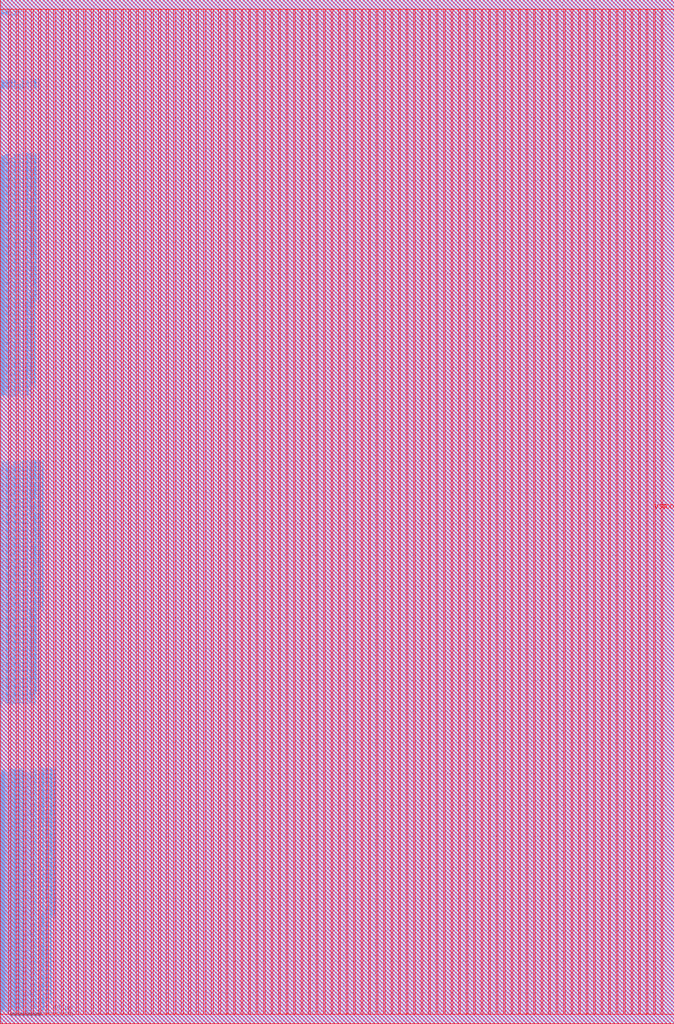
<source format=lef>
VERSION 5.7 ;
BUSBITCHARS "[]" ;
MACRO fakeram130_128x256
  FOREIGN fakeram130_128x256 0 0 ;
  SYMMETRY X Y R90 ;
  SIZE 431.480 BY 655.520 ;
  CLASS BLOCK ;
  PIN w_mask_in[0]
    DIRECTION INPUT ;
    USE SIGNAL ;
    SHAPE ABUTMENT ;
    PORT
      LAYER met3 ;
      RECT 0.000 5.850 0.800 6.150 ;
    END
  END w_mask_in[0]
  PIN w_mask_in[1]
    DIRECTION INPUT ;
    USE SIGNAL ;
    SHAPE ABUTMENT ;
    PORT
      LAYER met3 ;
      RECT 0.000 6.450 0.800 6.750 ;
    END
  END w_mask_in[1]
  PIN w_mask_in[2]
    DIRECTION INPUT ;
    USE SIGNAL ;
    SHAPE ABUTMENT ;
    PORT
      LAYER met3 ;
      RECT 0.000 7.050 0.800 7.350 ;
    END
  END w_mask_in[2]
  PIN w_mask_in[3]
    DIRECTION INPUT ;
    USE SIGNAL ;
    SHAPE ABUTMENT ;
    PORT
      LAYER met3 ;
      RECT 0.000 7.650 0.800 7.950 ;
    END
  END w_mask_in[3]
  PIN w_mask_in[4]
    DIRECTION INPUT ;
    USE SIGNAL ;
    SHAPE ABUTMENT ;
    PORT
      LAYER met3 ;
      RECT 0.000 8.250 0.800 8.550 ;
    END
  END w_mask_in[4]
  PIN w_mask_in[5]
    DIRECTION INPUT ;
    USE SIGNAL ;
    SHAPE ABUTMENT ;
    PORT
      LAYER met3 ;
      RECT 0.000 8.850 0.800 9.150 ;
    END
  END w_mask_in[5]
  PIN w_mask_in[6]
    DIRECTION INPUT ;
    USE SIGNAL ;
    SHAPE ABUTMENT ;
    PORT
      LAYER met3 ;
      RECT 0.000 9.450 0.800 9.750 ;
    END
  END w_mask_in[6]
  PIN w_mask_in[7]
    DIRECTION INPUT ;
    USE SIGNAL ;
    SHAPE ABUTMENT ;
    PORT
      LAYER met3 ;
      RECT 0.000 10.050 0.800 10.350 ;
    END
  END w_mask_in[7]
  PIN w_mask_in[8]
    DIRECTION INPUT ;
    USE SIGNAL ;
    SHAPE ABUTMENT ;
    PORT
      LAYER met3 ;
      RECT 0.000 10.650 0.800 10.950 ;
    END
  END w_mask_in[8]
  PIN w_mask_in[9]
    DIRECTION INPUT ;
    USE SIGNAL ;
    SHAPE ABUTMENT ;
    PORT
      LAYER met3 ;
      RECT 0.000 11.250 0.800 11.550 ;
    END
  END w_mask_in[9]
  PIN w_mask_in[10]
    DIRECTION INPUT ;
    USE SIGNAL ;
    SHAPE ABUTMENT ;
    PORT
      LAYER met3 ;
      RECT 0.000 11.850 0.800 12.150 ;
    END
  END w_mask_in[10]
  PIN w_mask_in[11]
    DIRECTION INPUT ;
    USE SIGNAL ;
    SHAPE ABUTMENT ;
    PORT
      LAYER met3 ;
      RECT 0.000 12.450 0.800 12.750 ;
    END
  END w_mask_in[11]
  PIN w_mask_in[12]
    DIRECTION INPUT ;
    USE SIGNAL ;
    SHAPE ABUTMENT ;
    PORT
      LAYER met3 ;
      RECT 0.000 13.050 0.800 13.350 ;
    END
  END w_mask_in[12]
  PIN w_mask_in[13]
    DIRECTION INPUT ;
    USE SIGNAL ;
    SHAPE ABUTMENT ;
    PORT
      LAYER met3 ;
      RECT 0.000 13.650 0.800 13.950 ;
    END
  END w_mask_in[13]
  PIN w_mask_in[14]
    DIRECTION INPUT ;
    USE SIGNAL ;
    SHAPE ABUTMENT ;
    PORT
      LAYER met3 ;
      RECT 0.000 14.250 0.800 14.550 ;
    END
  END w_mask_in[14]
  PIN w_mask_in[15]
    DIRECTION INPUT ;
    USE SIGNAL ;
    SHAPE ABUTMENT ;
    PORT
      LAYER met3 ;
      RECT 0.000 14.850 0.800 15.150 ;
    END
  END w_mask_in[15]
  PIN w_mask_in[16]
    DIRECTION INPUT ;
    USE SIGNAL ;
    SHAPE ABUTMENT ;
    PORT
      LAYER met3 ;
      RECT 0.000 15.450 0.800 15.750 ;
    END
  END w_mask_in[16]
  PIN w_mask_in[17]
    DIRECTION INPUT ;
    USE SIGNAL ;
    SHAPE ABUTMENT ;
    PORT
      LAYER met3 ;
      RECT 0.000 16.050 0.800 16.350 ;
    END
  END w_mask_in[17]
  PIN w_mask_in[18]
    DIRECTION INPUT ;
    USE SIGNAL ;
    SHAPE ABUTMENT ;
    PORT
      LAYER met3 ;
      RECT 0.000 16.650 0.800 16.950 ;
    END
  END w_mask_in[18]
  PIN w_mask_in[19]
    DIRECTION INPUT ;
    USE SIGNAL ;
    SHAPE ABUTMENT ;
    PORT
      LAYER met3 ;
      RECT 0.000 17.250 0.800 17.550 ;
    END
  END w_mask_in[19]
  PIN w_mask_in[20]
    DIRECTION INPUT ;
    USE SIGNAL ;
    SHAPE ABUTMENT ;
    PORT
      LAYER met3 ;
      RECT 0.000 17.850 0.800 18.150 ;
    END
  END w_mask_in[20]
  PIN w_mask_in[21]
    DIRECTION INPUT ;
    USE SIGNAL ;
    SHAPE ABUTMENT ;
    PORT
      LAYER met3 ;
      RECT 0.000 18.450 0.800 18.750 ;
    END
  END w_mask_in[21]
  PIN w_mask_in[22]
    DIRECTION INPUT ;
    USE SIGNAL ;
    SHAPE ABUTMENT ;
    PORT
      LAYER met3 ;
      RECT 0.000 19.050 0.800 19.350 ;
    END
  END w_mask_in[22]
  PIN w_mask_in[23]
    DIRECTION INPUT ;
    USE SIGNAL ;
    SHAPE ABUTMENT ;
    PORT
      LAYER met3 ;
      RECT 0.000 19.650 0.800 19.950 ;
    END
  END w_mask_in[23]
  PIN w_mask_in[24]
    DIRECTION INPUT ;
    USE SIGNAL ;
    SHAPE ABUTMENT ;
    PORT
      LAYER met3 ;
      RECT 0.000 20.250 0.800 20.550 ;
    END
  END w_mask_in[24]
  PIN w_mask_in[25]
    DIRECTION INPUT ;
    USE SIGNAL ;
    SHAPE ABUTMENT ;
    PORT
      LAYER met3 ;
      RECT 0.000 20.850 0.800 21.150 ;
    END
  END w_mask_in[25]
  PIN w_mask_in[26]
    DIRECTION INPUT ;
    USE SIGNAL ;
    SHAPE ABUTMENT ;
    PORT
      LAYER met3 ;
      RECT 0.000 21.450 0.800 21.750 ;
    END
  END w_mask_in[26]
  PIN w_mask_in[27]
    DIRECTION INPUT ;
    USE SIGNAL ;
    SHAPE ABUTMENT ;
    PORT
      LAYER met3 ;
      RECT 0.000 22.050 0.800 22.350 ;
    END
  END w_mask_in[27]
  PIN w_mask_in[28]
    DIRECTION INPUT ;
    USE SIGNAL ;
    SHAPE ABUTMENT ;
    PORT
      LAYER met3 ;
      RECT 0.000 22.650 0.800 22.950 ;
    END
  END w_mask_in[28]
  PIN w_mask_in[29]
    DIRECTION INPUT ;
    USE SIGNAL ;
    SHAPE ABUTMENT ;
    PORT
      LAYER met3 ;
      RECT 0.000 23.250 0.800 23.550 ;
    END
  END w_mask_in[29]
  PIN w_mask_in[30]
    DIRECTION INPUT ;
    USE SIGNAL ;
    SHAPE ABUTMENT ;
    PORT
      LAYER met3 ;
      RECT 0.000 23.850 0.800 24.150 ;
    END
  END w_mask_in[30]
  PIN w_mask_in[31]
    DIRECTION INPUT ;
    USE SIGNAL ;
    SHAPE ABUTMENT ;
    PORT
      LAYER met3 ;
      RECT 0.000 24.450 0.800 24.750 ;
    END
  END w_mask_in[31]
  PIN w_mask_in[32]
    DIRECTION INPUT ;
    USE SIGNAL ;
    SHAPE ABUTMENT ;
    PORT
      LAYER met3 ;
      RECT 0.000 25.050 0.800 25.350 ;
    END
  END w_mask_in[32]
  PIN w_mask_in[33]
    DIRECTION INPUT ;
    USE SIGNAL ;
    SHAPE ABUTMENT ;
    PORT
      LAYER met3 ;
      RECT 0.000 25.650 0.800 25.950 ;
    END
  END w_mask_in[33]
  PIN w_mask_in[34]
    DIRECTION INPUT ;
    USE SIGNAL ;
    SHAPE ABUTMENT ;
    PORT
      LAYER met3 ;
      RECT 0.000 26.250 0.800 26.550 ;
    END
  END w_mask_in[34]
  PIN w_mask_in[35]
    DIRECTION INPUT ;
    USE SIGNAL ;
    SHAPE ABUTMENT ;
    PORT
      LAYER met3 ;
      RECT 0.000 26.850 0.800 27.150 ;
    END
  END w_mask_in[35]
  PIN w_mask_in[36]
    DIRECTION INPUT ;
    USE SIGNAL ;
    SHAPE ABUTMENT ;
    PORT
      LAYER met3 ;
      RECT 0.000 27.450 0.800 27.750 ;
    END
  END w_mask_in[36]
  PIN w_mask_in[37]
    DIRECTION INPUT ;
    USE SIGNAL ;
    SHAPE ABUTMENT ;
    PORT
      LAYER met3 ;
      RECT 0.000 28.050 0.800 28.350 ;
    END
  END w_mask_in[37]
  PIN w_mask_in[38]
    DIRECTION INPUT ;
    USE SIGNAL ;
    SHAPE ABUTMENT ;
    PORT
      LAYER met3 ;
      RECT 0.000 28.650 0.800 28.950 ;
    END
  END w_mask_in[38]
  PIN w_mask_in[39]
    DIRECTION INPUT ;
    USE SIGNAL ;
    SHAPE ABUTMENT ;
    PORT
      LAYER met3 ;
      RECT 0.000 29.250 0.800 29.550 ;
    END
  END w_mask_in[39]
  PIN w_mask_in[40]
    DIRECTION INPUT ;
    USE SIGNAL ;
    SHAPE ABUTMENT ;
    PORT
      LAYER met3 ;
      RECT 0.000 29.850 0.800 30.150 ;
    END
  END w_mask_in[40]
  PIN w_mask_in[41]
    DIRECTION INPUT ;
    USE SIGNAL ;
    SHAPE ABUTMENT ;
    PORT
      LAYER met3 ;
      RECT 0.000 30.450 0.800 30.750 ;
    END
  END w_mask_in[41]
  PIN w_mask_in[42]
    DIRECTION INPUT ;
    USE SIGNAL ;
    SHAPE ABUTMENT ;
    PORT
      LAYER met3 ;
      RECT 0.000 31.050 0.800 31.350 ;
    END
  END w_mask_in[42]
  PIN w_mask_in[43]
    DIRECTION INPUT ;
    USE SIGNAL ;
    SHAPE ABUTMENT ;
    PORT
      LAYER met3 ;
      RECT 0.000 31.650 0.800 31.950 ;
    END
  END w_mask_in[43]
  PIN w_mask_in[44]
    DIRECTION INPUT ;
    USE SIGNAL ;
    SHAPE ABUTMENT ;
    PORT
      LAYER met3 ;
      RECT 0.000 32.250 0.800 32.550 ;
    END
  END w_mask_in[44]
  PIN w_mask_in[45]
    DIRECTION INPUT ;
    USE SIGNAL ;
    SHAPE ABUTMENT ;
    PORT
      LAYER met3 ;
      RECT 0.000 32.850 0.800 33.150 ;
    END
  END w_mask_in[45]
  PIN w_mask_in[46]
    DIRECTION INPUT ;
    USE SIGNAL ;
    SHAPE ABUTMENT ;
    PORT
      LAYER met3 ;
      RECT 0.000 33.450 0.800 33.750 ;
    END
  END w_mask_in[46]
  PIN w_mask_in[47]
    DIRECTION INPUT ;
    USE SIGNAL ;
    SHAPE ABUTMENT ;
    PORT
      LAYER met3 ;
      RECT 0.000 34.050 0.800 34.350 ;
    END
  END w_mask_in[47]
  PIN w_mask_in[48]
    DIRECTION INPUT ;
    USE SIGNAL ;
    SHAPE ABUTMENT ;
    PORT
      LAYER met3 ;
      RECT 0.000 34.650 0.800 34.950 ;
    END
  END w_mask_in[48]
  PIN w_mask_in[49]
    DIRECTION INPUT ;
    USE SIGNAL ;
    SHAPE ABUTMENT ;
    PORT
      LAYER met3 ;
      RECT 0.000 35.250 0.800 35.550 ;
    END
  END w_mask_in[49]
  PIN w_mask_in[50]
    DIRECTION INPUT ;
    USE SIGNAL ;
    SHAPE ABUTMENT ;
    PORT
      LAYER met3 ;
      RECT 0.000 35.850 0.800 36.150 ;
    END
  END w_mask_in[50]
  PIN w_mask_in[51]
    DIRECTION INPUT ;
    USE SIGNAL ;
    SHAPE ABUTMENT ;
    PORT
      LAYER met3 ;
      RECT 0.000 36.450 0.800 36.750 ;
    END
  END w_mask_in[51]
  PIN w_mask_in[52]
    DIRECTION INPUT ;
    USE SIGNAL ;
    SHAPE ABUTMENT ;
    PORT
      LAYER met3 ;
      RECT 0.000 37.050 0.800 37.350 ;
    END
  END w_mask_in[52]
  PIN w_mask_in[53]
    DIRECTION INPUT ;
    USE SIGNAL ;
    SHAPE ABUTMENT ;
    PORT
      LAYER met3 ;
      RECT 0.000 37.650 0.800 37.950 ;
    END
  END w_mask_in[53]
  PIN w_mask_in[54]
    DIRECTION INPUT ;
    USE SIGNAL ;
    SHAPE ABUTMENT ;
    PORT
      LAYER met3 ;
      RECT 0.000 38.250 0.800 38.550 ;
    END
  END w_mask_in[54]
  PIN w_mask_in[55]
    DIRECTION INPUT ;
    USE SIGNAL ;
    SHAPE ABUTMENT ;
    PORT
      LAYER met3 ;
      RECT 0.000 38.850 0.800 39.150 ;
    END
  END w_mask_in[55]
  PIN w_mask_in[56]
    DIRECTION INPUT ;
    USE SIGNAL ;
    SHAPE ABUTMENT ;
    PORT
      LAYER met3 ;
      RECT 0.000 39.450 0.800 39.750 ;
    END
  END w_mask_in[56]
  PIN w_mask_in[57]
    DIRECTION INPUT ;
    USE SIGNAL ;
    SHAPE ABUTMENT ;
    PORT
      LAYER met3 ;
      RECT 0.000 40.050 0.800 40.350 ;
    END
  END w_mask_in[57]
  PIN w_mask_in[58]
    DIRECTION INPUT ;
    USE SIGNAL ;
    SHAPE ABUTMENT ;
    PORT
      LAYER met3 ;
      RECT 0.000 40.650 0.800 40.950 ;
    END
  END w_mask_in[58]
  PIN w_mask_in[59]
    DIRECTION INPUT ;
    USE SIGNAL ;
    SHAPE ABUTMENT ;
    PORT
      LAYER met3 ;
      RECT 0.000 41.250 0.800 41.550 ;
    END
  END w_mask_in[59]
  PIN w_mask_in[60]
    DIRECTION INPUT ;
    USE SIGNAL ;
    SHAPE ABUTMENT ;
    PORT
      LAYER met3 ;
      RECT 0.000 41.850 0.800 42.150 ;
    END
  END w_mask_in[60]
  PIN w_mask_in[61]
    DIRECTION INPUT ;
    USE SIGNAL ;
    SHAPE ABUTMENT ;
    PORT
      LAYER met3 ;
      RECT 0.000 42.450 0.800 42.750 ;
    END
  END w_mask_in[61]
  PIN w_mask_in[62]
    DIRECTION INPUT ;
    USE SIGNAL ;
    SHAPE ABUTMENT ;
    PORT
      LAYER met3 ;
      RECT 0.000 43.050 0.800 43.350 ;
    END
  END w_mask_in[62]
  PIN w_mask_in[63]
    DIRECTION INPUT ;
    USE SIGNAL ;
    SHAPE ABUTMENT ;
    PORT
      LAYER met3 ;
      RECT 0.000 43.650 0.800 43.950 ;
    END
  END w_mask_in[63]
  PIN w_mask_in[64]
    DIRECTION INPUT ;
    USE SIGNAL ;
    SHAPE ABUTMENT ;
    PORT
      LAYER met3 ;
      RECT 0.000 44.250 0.800 44.550 ;
    END
  END w_mask_in[64]
  PIN w_mask_in[65]
    DIRECTION INPUT ;
    USE SIGNAL ;
    SHAPE ABUTMENT ;
    PORT
      LAYER met3 ;
      RECT 0.000 44.850 0.800 45.150 ;
    END
  END w_mask_in[65]
  PIN w_mask_in[66]
    DIRECTION INPUT ;
    USE SIGNAL ;
    SHAPE ABUTMENT ;
    PORT
      LAYER met3 ;
      RECT 0.000 45.450 0.800 45.750 ;
    END
  END w_mask_in[66]
  PIN w_mask_in[67]
    DIRECTION INPUT ;
    USE SIGNAL ;
    SHAPE ABUTMENT ;
    PORT
      LAYER met3 ;
      RECT 0.000 46.050 0.800 46.350 ;
    END
  END w_mask_in[67]
  PIN w_mask_in[68]
    DIRECTION INPUT ;
    USE SIGNAL ;
    SHAPE ABUTMENT ;
    PORT
      LAYER met3 ;
      RECT 0.000 46.650 0.800 46.950 ;
    END
  END w_mask_in[68]
  PIN w_mask_in[69]
    DIRECTION INPUT ;
    USE SIGNAL ;
    SHAPE ABUTMENT ;
    PORT
      LAYER met3 ;
      RECT 0.000 47.250 0.800 47.550 ;
    END
  END w_mask_in[69]
  PIN w_mask_in[70]
    DIRECTION INPUT ;
    USE SIGNAL ;
    SHAPE ABUTMENT ;
    PORT
      LAYER met3 ;
      RECT 0.000 47.850 0.800 48.150 ;
    END
  END w_mask_in[70]
  PIN w_mask_in[71]
    DIRECTION INPUT ;
    USE SIGNAL ;
    SHAPE ABUTMENT ;
    PORT
      LAYER met3 ;
      RECT 0.000 48.450 0.800 48.750 ;
    END
  END w_mask_in[71]
  PIN w_mask_in[72]
    DIRECTION INPUT ;
    USE SIGNAL ;
    SHAPE ABUTMENT ;
    PORT
      LAYER met3 ;
      RECT 0.000 49.050 0.800 49.350 ;
    END
  END w_mask_in[72]
  PIN w_mask_in[73]
    DIRECTION INPUT ;
    USE SIGNAL ;
    SHAPE ABUTMENT ;
    PORT
      LAYER met3 ;
      RECT 0.000 49.650 0.800 49.950 ;
    END
  END w_mask_in[73]
  PIN w_mask_in[74]
    DIRECTION INPUT ;
    USE SIGNAL ;
    SHAPE ABUTMENT ;
    PORT
      LAYER met3 ;
      RECT 0.000 50.250 0.800 50.550 ;
    END
  END w_mask_in[74]
  PIN w_mask_in[75]
    DIRECTION INPUT ;
    USE SIGNAL ;
    SHAPE ABUTMENT ;
    PORT
      LAYER met3 ;
      RECT 0.000 50.850 0.800 51.150 ;
    END
  END w_mask_in[75]
  PIN w_mask_in[76]
    DIRECTION INPUT ;
    USE SIGNAL ;
    SHAPE ABUTMENT ;
    PORT
      LAYER met3 ;
      RECT 0.000 51.450 0.800 51.750 ;
    END
  END w_mask_in[76]
  PIN w_mask_in[77]
    DIRECTION INPUT ;
    USE SIGNAL ;
    SHAPE ABUTMENT ;
    PORT
      LAYER met3 ;
      RECT 0.000 52.050 0.800 52.350 ;
    END
  END w_mask_in[77]
  PIN w_mask_in[78]
    DIRECTION INPUT ;
    USE SIGNAL ;
    SHAPE ABUTMENT ;
    PORT
      LAYER met3 ;
      RECT 0.000 52.650 0.800 52.950 ;
    END
  END w_mask_in[78]
  PIN w_mask_in[79]
    DIRECTION INPUT ;
    USE SIGNAL ;
    SHAPE ABUTMENT ;
    PORT
      LAYER met3 ;
      RECT 0.000 53.250 0.800 53.550 ;
    END
  END w_mask_in[79]
  PIN w_mask_in[80]
    DIRECTION INPUT ;
    USE SIGNAL ;
    SHAPE ABUTMENT ;
    PORT
      LAYER met3 ;
      RECT 0.000 53.850 0.800 54.150 ;
    END
  END w_mask_in[80]
  PIN w_mask_in[81]
    DIRECTION INPUT ;
    USE SIGNAL ;
    SHAPE ABUTMENT ;
    PORT
      LAYER met3 ;
      RECT 0.000 54.450 0.800 54.750 ;
    END
  END w_mask_in[81]
  PIN w_mask_in[82]
    DIRECTION INPUT ;
    USE SIGNAL ;
    SHAPE ABUTMENT ;
    PORT
      LAYER met3 ;
      RECT 0.000 55.050 0.800 55.350 ;
    END
  END w_mask_in[82]
  PIN w_mask_in[83]
    DIRECTION INPUT ;
    USE SIGNAL ;
    SHAPE ABUTMENT ;
    PORT
      LAYER met3 ;
      RECT 0.000 55.650 0.800 55.950 ;
    END
  END w_mask_in[83]
  PIN w_mask_in[84]
    DIRECTION INPUT ;
    USE SIGNAL ;
    SHAPE ABUTMENT ;
    PORT
      LAYER met3 ;
      RECT 0.000 56.250 0.800 56.550 ;
    END
  END w_mask_in[84]
  PIN w_mask_in[85]
    DIRECTION INPUT ;
    USE SIGNAL ;
    SHAPE ABUTMENT ;
    PORT
      LAYER met3 ;
      RECT 0.000 56.850 0.800 57.150 ;
    END
  END w_mask_in[85]
  PIN w_mask_in[86]
    DIRECTION INPUT ;
    USE SIGNAL ;
    SHAPE ABUTMENT ;
    PORT
      LAYER met3 ;
      RECT 0.000 57.450 0.800 57.750 ;
    END
  END w_mask_in[86]
  PIN w_mask_in[87]
    DIRECTION INPUT ;
    USE SIGNAL ;
    SHAPE ABUTMENT ;
    PORT
      LAYER met3 ;
      RECT 0.000 58.050 0.800 58.350 ;
    END
  END w_mask_in[87]
  PIN w_mask_in[88]
    DIRECTION INPUT ;
    USE SIGNAL ;
    SHAPE ABUTMENT ;
    PORT
      LAYER met3 ;
      RECT 0.000 58.650 0.800 58.950 ;
    END
  END w_mask_in[88]
  PIN w_mask_in[89]
    DIRECTION INPUT ;
    USE SIGNAL ;
    SHAPE ABUTMENT ;
    PORT
      LAYER met3 ;
      RECT 0.000 59.250 0.800 59.550 ;
    END
  END w_mask_in[89]
  PIN w_mask_in[90]
    DIRECTION INPUT ;
    USE SIGNAL ;
    SHAPE ABUTMENT ;
    PORT
      LAYER met3 ;
      RECT 0.000 59.850 0.800 60.150 ;
    END
  END w_mask_in[90]
  PIN w_mask_in[91]
    DIRECTION INPUT ;
    USE SIGNAL ;
    SHAPE ABUTMENT ;
    PORT
      LAYER met3 ;
      RECT 0.000 60.450 0.800 60.750 ;
    END
  END w_mask_in[91]
  PIN w_mask_in[92]
    DIRECTION INPUT ;
    USE SIGNAL ;
    SHAPE ABUTMENT ;
    PORT
      LAYER met3 ;
      RECT 0.000 61.050 0.800 61.350 ;
    END
  END w_mask_in[92]
  PIN w_mask_in[93]
    DIRECTION INPUT ;
    USE SIGNAL ;
    SHAPE ABUTMENT ;
    PORT
      LAYER met3 ;
      RECT 0.000 61.650 0.800 61.950 ;
    END
  END w_mask_in[93]
  PIN w_mask_in[94]
    DIRECTION INPUT ;
    USE SIGNAL ;
    SHAPE ABUTMENT ;
    PORT
      LAYER met3 ;
      RECT 0.000 62.250 0.800 62.550 ;
    END
  END w_mask_in[94]
  PIN w_mask_in[95]
    DIRECTION INPUT ;
    USE SIGNAL ;
    SHAPE ABUTMENT ;
    PORT
      LAYER met3 ;
      RECT 0.000 62.850 0.800 63.150 ;
    END
  END w_mask_in[95]
  PIN w_mask_in[96]
    DIRECTION INPUT ;
    USE SIGNAL ;
    SHAPE ABUTMENT ;
    PORT
      LAYER met3 ;
      RECT 0.000 63.450 0.800 63.750 ;
    END
  END w_mask_in[96]
  PIN w_mask_in[97]
    DIRECTION INPUT ;
    USE SIGNAL ;
    SHAPE ABUTMENT ;
    PORT
      LAYER met3 ;
      RECT 0.000 64.050 0.800 64.350 ;
    END
  END w_mask_in[97]
  PIN w_mask_in[98]
    DIRECTION INPUT ;
    USE SIGNAL ;
    SHAPE ABUTMENT ;
    PORT
      LAYER met3 ;
      RECT 0.000 64.650 0.800 64.950 ;
    END
  END w_mask_in[98]
  PIN w_mask_in[99]
    DIRECTION INPUT ;
    USE SIGNAL ;
    SHAPE ABUTMENT ;
    PORT
      LAYER met3 ;
      RECT 0.000 65.250 0.800 65.550 ;
    END
  END w_mask_in[99]
  PIN w_mask_in[100]
    DIRECTION INPUT ;
    USE SIGNAL ;
    SHAPE ABUTMENT ;
    PORT
      LAYER met3 ;
      RECT 0.000 65.850 0.800 66.150 ;
    END
  END w_mask_in[100]
  PIN w_mask_in[101]
    DIRECTION INPUT ;
    USE SIGNAL ;
    SHAPE ABUTMENT ;
    PORT
      LAYER met3 ;
      RECT 0.000 66.450 0.800 66.750 ;
    END
  END w_mask_in[101]
  PIN w_mask_in[102]
    DIRECTION INPUT ;
    USE SIGNAL ;
    SHAPE ABUTMENT ;
    PORT
      LAYER met3 ;
      RECT 0.000 67.050 0.800 67.350 ;
    END
  END w_mask_in[102]
  PIN w_mask_in[103]
    DIRECTION INPUT ;
    USE SIGNAL ;
    SHAPE ABUTMENT ;
    PORT
      LAYER met3 ;
      RECT 0.000 67.650 0.800 67.950 ;
    END
  END w_mask_in[103]
  PIN w_mask_in[104]
    DIRECTION INPUT ;
    USE SIGNAL ;
    SHAPE ABUTMENT ;
    PORT
      LAYER met3 ;
      RECT 0.000 68.250 0.800 68.550 ;
    END
  END w_mask_in[104]
  PIN w_mask_in[105]
    DIRECTION INPUT ;
    USE SIGNAL ;
    SHAPE ABUTMENT ;
    PORT
      LAYER met3 ;
      RECT 0.000 68.850 0.800 69.150 ;
    END
  END w_mask_in[105]
  PIN w_mask_in[106]
    DIRECTION INPUT ;
    USE SIGNAL ;
    SHAPE ABUTMENT ;
    PORT
      LAYER met3 ;
      RECT 0.000 69.450 0.800 69.750 ;
    END
  END w_mask_in[106]
  PIN w_mask_in[107]
    DIRECTION INPUT ;
    USE SIGNAL ;
    SHAPE ABUTMENT ;
    PORT
      LAYER met3 ;
      RECT 0.000 70.050 0.800 70.350 ;
    END
  END w_mask_in[107]
  PIN w_mask_in[108]
    DIRECTION INPUT ;
    USE SIGNAL ;
    SHAPE ABUTMENT ;
    PORT
      LAYER met3 ;
      RECT 0.000 70.650 0.800 70.950 ;
    END
  END w_mask_in[108]
  PIN w_mask_in[109]
    DIRECTION INPUT ;
    USE SIGNAL ;
    SHAPE ABUTMENT ;
    PORT
      LAYER met3 ;
      RECT 0.000 71.250 0.800 71.550 ;
    END
  END w_mask_in[109]
  PIN w_mask_in[110]
    DIRECTION INPUT ;
    USE SIGNAL ;
    SHAPE ABUTMENT ;
    PORT
      LAYER met3 ;
      RECT 0.000 71.850 0.800 72.150 ;
    END
  END w_mask_in[110]
  PIN w_mask_in[111]
    DIRECTION INPUT ;
    USE SIGNAL ;
    SHAPE ABUTMENT ;
    PORT
      LAYER met3 ;
      RECT 0.000 72.450 0.800 72.750 ;
    END
  END w_mask_in[111]
  PIN w_mask_in[112]
    DIRECTION INPUT ;
    USE SIGNAL ;
    SHAPE ABUTMENT ;
    PORT
      LAYER met3 ;
      RECT 0.000 73.050 0.800 73.350 ;
    END
  END w_mask_in[112]
  PIN w_mask_in[113]
    DIRECTION INPUT ;
    USE SIGNAL ;
    SHAPE ABUTMENT ;
    PORT
      LAYER met3 ;
      RECT 0.000 73.650 0.800 73.950 ;
    END
  END w_mask_in[113]
  PIN w_mask_in[114]
    DIRECTION INPUT ;
    USE SIGNAL ;
    SHAPE ABUTMENT ;
    PORT
      LAYER met3 ;
      RECT 0.000 74.250 0.800 74.550 ;
    END
  END w_mask_in[114]
  PIN w_mask_in[115]
    DIRECTION INPUT ;
    USE SIGNAL ;
    SHAPE ABUTMENT ;
    PORT
      LAYER met3 ;
      RECT 0.000 74.850 0.800 75.150 ;
    END
  END w_mask_in[115]
  PIN w_mask_in[116]
    DIRECTION INPUT ;
    USE SIGNAL ;
    SHAPE ABUTMENT ;
    PORT
      LAYER met3 ;
      RECT 0.000 75.450 0.800 75.750 ;
    END
  END w_mask_in[116]
  PIN w_mask_in[117]
    DIRECTION INPUT ;
    USE SIGNAL ;
    SHAPE ABUTMENT ;
    PORT
      LAYER met3 ;
      RECT 0.000 76.050 0.800 76.350 ;
    END
  END w_mask_in[117]
  PIN w_mask_in[118]
    DIRECTION INPUT ;
    USE SIGNAL ;
    SHAPE ABUTMENT ;
    PORT
      LAYER met3 ;
      RECT 0.000 76.650 0.800 76.950 ;
    END
  END w_mask_in[118]
  PIN w_mask_in[119]
    DIRECTION INPUT ;
    USE SIGNAL ;
    SHAPE ABUTMENT ;
    PORT
      LAYER met3 ;
      RECT 0.000 77.250 0.800 77.550 ;
    END
  END w_mask_in[119]
  PIN w_mask_in[120]
    DIRECTION INPUT ;
    USE SIGNAL ;
    SHAPE ABUTMENT ;
    PORT
      LAYER met3 ;
      RECT 0.000 77.850 0.800 78.150 ;
    END
  END w_mask_in[120]
  PIN w_mask_in[121]
    DIRECTION INPUT ;
    USE SIGNAL ;
    SHAPE ABUTMENT ;
    PORT
      LAYER met3 ;
      RECT 0.000 78.450 0.800 78.750 ;
    END
  END w_mask_in[121]
  PIN w_mask_in[122]
    DIRECTION INPUT ;
    USE SIGNAL ;
    SHAPE ABUTMENT ;
    PORT
      LAYER met3 ;
      RECT 0.000 79.050 0.800 79.350 ;
    END
  END w_mask_in[122]
  PIN w_mask_in[123]
    DIRECTION INPUT ;
    USE SIGNAL ;
    SHAPE ABUTMENT ;
    PORT
      LAYER met3 ;
      RECT 0.000 79.650 0.800 79.950 ;
    END
  END w_mask_in[123]
  PIN w_mask_in[124]
    DIRECTION INPUT ;
    USE SIGNAL ;
    SHAPE ABUTMENT ;
    PORT
      LAYER met3 ;
      RECT 0.000 80.250 0.800 80.550 ;
    END
  END w_mask_in[124]
  PIN w_mask_in[125]
    DIRECTION INPUT ;
    USE SIGNAL ;
    SHAPE ABUTMENT ;
    PORT
      LAYER met3 ;
      RECT 0.000 80.850 0.800 81.150 ;
    END
  END w_mask_in[125]
  PIN w_mask_in[126]
    DIRECTION INPUT ;
    USE SIGNAL ;
    SHAPE ABUTMENT ;
    PORT
      LAYER met3 ;
      RECT 0.000 81.450 0.800 81.750 ;
    END
  END w_mask_in[126]
  PIN w_mask_in[127]
    DIRECTION INPUT ;
    USE SIGNAL ;
    SHAPE ABUTMENT ;
    PORT
      LAYER met3 ;
      RECT 0.000 82.050 0.800 82.350 ;
    END
  END w_mask_in[127]
  PIN w_mask_in[128]
    DIRECTION INPUT ;
    USE SIGNAL ;
    SHAPE ABUTMENT ;
    PORT
      LAYER met3 ;
      RECT 0.000 82.650 0.800 82.950 ;
    END
  END w_mask_in[128]
  PIN w_mask_in[129]
    DIRECTION INPUT ;
    USE SIGNAL ;
    SHAPE ABUTMENT ;
    PORT
      LAYER met3 ;
      RECT 0.000 83.250 0.800 83.550 ;
    END
  END w_mask_in[129]
  PIN w_mask_in[130]
    DIRECTION INPUT ;
    USE SIGNAL ;
    SHAPE ABUTMENT ;
    PORT
      LAYER met3 ;
      RECT 0.000 83.850 0.800 84.150 ;
    END
  END w_mask_in[130]
  PIN w_mask_in[131]
    DIRECTION INPUT ;
    USE SIGNAL ;
    SHAPE ABUTMENT ;
    PORT
      LAYER met3 ;
      RECT 0.000 84.450 0.800 84.750 ;
    END
  END w_mask_in[131]
  PIN w_mask_in[132]
    DIRECTION INPUT ;
    USE SIGNAL ;
    SHAPE ABUTMENT ;
    PORT
      LAYER met3 ;
      RECT 0.000 85.050 0.800 85.350 ;
    END
  END w_mask_in[132]
  PIN w_mask_in[133]
    DIRECTION INPUT ;
    USE SIGNAL ;
    SHAPE ABUTMENT ;
    PORT
      LAYER met3 ;
      RECT 0.000 85.650 0.800 85.950 ;
    END
  END w_mask_in[133]
  PIN w_mask_in[134]
    DIRECTION INPUT ;
    USE SIGNAL ;
    SHAPE ABUTMENT ;
    PORT
      LAYER met3 ;
      RECT 0.000 86.250 0.800 86.550 ;
    END
  END w_mask_in[134]
  PIN w_mask_in[135]
    DIRECTION INPUT ;
    USE SIGNAL ;
    SHAPE ABUTMENT ;
    PORT
      LAYER met3 ;
      RECT 0.000 86.850 0.800 87.150 ;
    END
  END w_mask_in[135]
  PIN w_mask_in[136]
    DIRECTION INPUT ;
    USE SIGNAL ;
    SHAPE ABUTMENT ;
    PORT
      LAYER met3 ;
      RECT 0.000 87.450 0.800 87.750 ;
    END
  END w_mask_in[136]
  PIN w_mask_in[137]
    DIRECTION INPUT ;
    USE SIGNAL ;
    SHAPE ABUTMENT ;
    PORT
      LAYER met3 ;
      RECT 0.000 88.050 0.800 88.350 ;
    END
  END w_mask_in[137]
  PIN w_mask_in[138]
    DIRECTION INPUT ;
    USE SIGNAL ;
    SHAPE ABUTMENT ;
    PORT
      LAYER met3 ;
      RECT 0.000 88.650 0.800 88.950 ;
    END
  END w_mask_in[138]
  PIN w_mask_in[139]
    DIRECTION INPUT ;
    USE SIGNAL ;
    SHAPE ABUTMENT ;
    PORT
      LAYER met3 ;
      RECT 0.000 89.250 0.800 89.550 ;
    END
  END w_mask_in[139]
  PIN w_mask_in[140]
    DIRECTION INPUT ;
    USE SIGNAL ;
    SHAPE ABUTMENT ;
    PORT
      LAYER met3 ;
      RECT 0.000 89.850 0.800 90.150 ;
    END
  END w_mask_in[140]
  PIN w_mask_in[141]
    DIRECTION INPUT ;
    USE SIGNAL ;
    SHAPE ABUTMENT ;
    PORT
      LAYER met3 ;
      RECT 0.000 90.450 0.800 90.750 ;
    END
  END w_mask_in[141]
  PIN w_mask_in[142]
    DIRECTION INPUT ;
    USE SIGNAL ;
    SHAPE ABUTMENT ;
    PORT
      LAYER met3 ;
      RECT 0.000 91.050 0.800 91.350 ;
    END
  END w_mask_in[142]
  PIN w_mask_in[143]
    DIRECTION INPUT ;
    USE SIGNAL ;
    SHAPE ABUTMENT ;
    PORT
      LAYER met3 ;
      RECT 0.000 91.650 0.800 91.950 ;
    END
  END w_mask_in[143]
  PIN w_mask_in[144]
    DIRECTION INPUT ;
    USE SIGNAL ;
    SHAPE ABUTMENT ;
    PORT
      LAYER met3 ;
      RECT 0.000 92.250 0.800 92.550 ;
    END
  END w_mask_in[144]
  PIN w_mask_in[145]
    DIRECTION INPUT ;
    USE SIGNAL ;
    SHAPE ABUTMENT ;
    PORT
      LAYER met3 ;
      RECT 0.000 92.850 0.800 93.150 ;
    END
  END w_mask_in[145]
  PIN w_mask_in[146]
    DIRECTION INPUT ;
    USE SIGNAL ;
    SHAPE ABUTMENT ;
    PORT
      LAYER met3 ;
      RECT 0.000 93.450 0.800 93.750 ;
    END
  END w_mask_in[146]
  PIN w_mask_in[147]
    DIRECTION INPUT ;
    USE SIGNAL ;
    SHAPE ABUTMENT ;
    PORT
      LAYER met3 ;
      RECT 0.000 94.050 0.800 94.350 ;
    END
  END w_mask_in[147]
  PIN w_mask_in[148]
    DIRECTION INPUT ;
    USE SIGNAL ;
    SHAPE ABUTMENT ;
    PORT
      LAYER met3 ;
      RECT 0.000 94.650 0.800 94.950 ;
    END
  END w_mask_in[148]
  PIN w_mask_in[149]
    DIRECTION INPUT ;
    USE SIGNAL ;
    SHAPE ABUTMENT ;
    PORT
      LAYER met3 ;
      RECT 0.000 95.250 0.800 95.550 ;
    END
  END w_mask_in[149]
  PIN w_mask_in[150]
    DIRECTION INPUT ;
    USE SIGNAL ;
    SHAPE ABUTMENT ;
    PORT
      LAYER met3 ;
      RECT 0.000 95.850 0.800 96.150 ;
    END
  END w_mask_in[150]
  PIN w_mask_in[151]
    DIRECTION INPUT ;
    USE SIGNAL ;
    SHAPE ABUTMENT ;
    PORT
      LAYER met3 ;
      RECT 0.000 96.450 0.800 96.750 ;
    END
  END w_mask_in[151]
  PIN w_mask_in[152]
    DIRECTION INPUT ;
    USE SIGNAL ;
    SHAPE ABUTMENT ;
    PORT
      LAYER met3 ;
      RECT 0.000 97.050 0.800 97.350 ;
    END
  END w_mask_in[152]
  PIN w_mask_in[153]
    DIRECTION INPUT ;
    USE SIGNAL ;
    SHAPE ABUTMENT ;
    PORT
      LAYER met3 ;
      RECT 0.000 97.650 0.800 97.950 ;
    END
  END w_mask_in[153]
  PIN w_mask_in[154]
    DIRECTION INPUT ;
    USE SIGNAL ;
    SHAPE ABUTMENT ;
    PORT
      LAYER met3 ;
      RECT 0.000 98.250 0.800 98.550 ;
    END
  END w_mask_in[154]
  PIN w_mask_in[155]
    DIRECTION INPUT ;
    USE SIGNAL ;
    SHAPE ABUTMENT ;
    PORT
      LAYER met3 ;
      RECT 0.000 98.850 0.800 99.150 ;
    END
  END w_mask_in[155]
  PIN w_mask_in[156]
    DIRECTION INPUT ;
    USE SIGNAL ;
    SHAPE ABUTMENT ;
    PORT
      LAYER met3 ;
      RECT 0.000 99.450 0.800 99.750 ;
    END
  END w_mask_in[156]
  PIN w_mask_in[157]
    DIRECTION INPUT ;
    USE SIGNAL ;
    SHAPE ABUTMENT ;
    PORT
      LAYER met3 ;
      RECT 0.000 100.050 0.800 100.350 ;
    END
  END w_mask_in[157]
  PIN w_mask_in[158]
    DIRECTION INPUT ;
    USE SIGNAL ;
    SHAPE ABUTMENT ;
    PORT
      LAYER met3 ;
      RECT 0.000 100.650 0.800 100.950 ;
    END
  END w_mask_in[158]
  PIN w_mask_in[159]
    DIRECTION INPUT ;
    USE SIGNAL ;
    SHAPE ABUTMENT ;
    PORT
      LAYER met3 ;
      RECT 0.000 101.250 0.800 101.550 ;
    END
  END w_mask_in[159]
  PIN w_mask_in[160]
    DIRECTION INPUT ;
    USE SIGNAL ;
    SHAPE ABUTMENT ;
    PORT
      LAYER met3 ;
      RECT 0.000 101.850 0.800 102.150 ;
    END
  END w_mask_in[160]
  PIN w_mask_in[161]
    DIRECTION INPUT ;
    USE SIGNAL ;
    SHAPE ABUTMENT ;
    PORT
      LAYER met3 ;
      RECT 0.000 102.450 0.800 102.750 ;
    END
  END w_mask_in[161]
  PIN w_mask_in[162]
    DIRECTION INPUT ;
    USE SIGNAL ;
    SHAPE ABUTMENT ;
    PORT
      LAYER met3 ;
      RECT 0.000 103.050 0.800 103.350 ;
    END
  END w_mask_in[162]
  PIN w_mask_in[163]
    DIRECTION INPUT ;
    USE SIGNAL ;
    SHAPE ABUTMENT ;
    PORT
      LAYER met3 ;
      RECT 0.000 103.650 0.800 103.950 ;
    END
  END w_mask_in[163]
  PIN w_mask_in[164]
    DIRECTION INPUT ;
    USE SIGNAL ;
    SHAPE ABUTMENT ;
    PORT
      LAYER met3 ;
      RECT 0.000 104.250 0.800 104.550 ;
    END
  END w_mask_in[164]
  PIN w_mask_in[165]
    DIRECTION INPUT ;
    USE SIGNAL ;
    SHAPE ABUTMENT ;
    PORT
      LAYER met3 ;
      RECT 0.000 104.850 0.800 105.150 ;
    END
  END w_mask_in[165]
  PIN w_mask_in[166]
    DIRECTION INPUT ;
    USE SIGNAL ;
    SHAPE ABUTMENT ;
    PORT
      LAYER met3 ;
      RECT 0.000 105.450 0.800 105.750 ;
    END
  END w_mask_in[166]
  PIN w_mask_in[167]
    DIRECTION INPUT ;
    USE SIGNAL ;
    SHAPE ABUTMENT ;
    PORT
      LAYER met3 ;
      RECT 0.000 106.050 0.800 106.350 ;
    END
  END w_mask_in[167]
  PIN w_mask_in[168]
    DIRECTION INPUT ;
    USE SIGNAL ;
    SHAPE ABUTMENT ;
    PORT
      LAYER met3 ;
      RECT 0.000 106.650 0.800 106.950 ;
    END
  END w_mask_in[168]
  PIN w_mask_in[169]
    DIRECTION INPUT ;
    USE SIGNAL ;
    SHAPE ABUTMENT ;
    PORT
      LAYER met3 ;
      RECT 0.000 107.250 0.800 107.550 ;
    END
  END w_mask_in[169]
  PIN w_mask_in[170]
    DIRECTION INPUT ;
    USE SIGNAL ;
    SHAPE ABUTMENT ;
    PORT
      LAYER met3 ;
      RECT 0.000 107.850 0.800 108.150 ;
    END
  END w_mask_in[170]
  PIN w_mask_in[171]
    DIRECTION INPUT ;
    USE SIGNAL ;
    SHAPE ABUTMENT ;
    PORT
      LAYER met3 ;
      RECT 0.000 108.450 0.800 108.750 ;
    END
  END w_mask_in[171]
  PIN w_mask_in[172]
    DIRECTION INPUT ;
    USE SIGNAL ;
    SHAPE ABUTMENT ;
    PORT
      LAYER met3 ;
      RECT 0.000 109.050 0.800 109.350 ;
    END
  END w_mask_in[172]
  PIN w_mask_in[173]
    DIRECTION INPUT ;
    USE SIGNAL ;
    SHAPE ABUTMENT ;
    PORT
      LAYER met3 ;
      RECT 0.000 109.650 0.800 109.950 ;
    END
  END w_mask_in[173]
  PIN w_mask_in[174]
    DIRECTION INPUT ;
    USE SIGNAL ;
    SHAPE ABUTMENT ;
    PORT
      LAYER met3 ;
      RECT 0.000 110.250 0.800 110.550 ;
    END
  END w_mask_in[174]
  PIN w_mask_in[175]
    DIRECTION INPUT ;
    USE SIGNAL ;
    SHAPE ABUTMENT ;
    PORT
      LAYER met3 ;
      RECT 0.000 110.850 0.800 111.150 ;
    END
  END w_mask_in[175]
  PIN w_mask_in[176]
    DIRECTION INPUT ;
    USE SIGNAL ;
    SHAPE ABUTMENT ;
    PORT
      LAYER met3 ;
      RECT 0.000 111.450 0.800 111.750 ;
    END
  END w_mask_in[176]
  PIN w_mask_in[177]
    DIRECTION INPUT ;
    USE SIGNAL ;
    SHAPE ABUTMENT ;
    PORT
      LAYER met3 ;
      RECT 0.000 112.050 0.800 112.350 ;
    END
  END w_mask_in[177]
  PIN w_mask_in[178]
    DIRECTION INPUT ;
    USE SIGNAL ;
    SHAPE ABUTMENT ;
    PORT
      LAYER met3 ;
      RECT 0.000 112.650 0.800 112.950 ;
    END
  END w_mask_in[178]
  PIN w_mask_in[179]
    DIRECTION INPUT ;
    USE SIGNAL ;
    SHAPE ABUTMENT ;
    PORT
      LAYER met3 ;
      RECT 0.000 113.250 0.800 113.550 ;
    END
  END w_mask_in[179]
  PIN w_mask_in[180]
    DIRECTION INPUT ;
    USE SIGNAL ;
    SHAPE ABUTMENT ;
    PORT
      LAYER met3 ;
      RECT 0.000 113.850 0.800 114.150 ;
    END
  END w_mask_in[180]
  PIN w_mask_in[181]
    DIRECTION INPUT ;
    USE SIGNAL ;
    SHAPE ABUTMENT ;
    PORT
      LAYER met3 ;
      RECT 0.000 114.450 0.800 114.750 ;
    END
  END w_mask_in[181]
  PIN w_mask_in[182]
    DIRECTION INPUT ;
    USE SIGNAL ;
    SHAPE ABUTMENT ;
    PORT
      LAYER met3 ;
      RECT 0.000 115.050 0.800 115.350 ;
    END
  END w_mask_in[182]
  PIN w_mask_in[183]
    DIRECTION INPUT ;
    USE SIGNAL ;
    SHAPE ABUTMENT ;
    PORT
      LAYER met3 ;
      RECT 0.000 115.650 0.800 115.950 ;
    END
  END w_mask_in[183]
  PIN w_mask_in[184]
    DIRECTION INPUT ;
    USE SIGNAL ;
    SHAPE ABUTMENT ;
    PORT
      LAYER met3 ;
      RECT 0.000 116.250 0.800 116.550 ;
    END
  END w_mask_in[184]
  PIN w_mask_in[185]
    DIRECTION INPUT ;
    USE SIGNAL ;
    SHAPE ABUTMENT ;
    PORT
      LAYER met3 ;
      RECT 0.000 116.850 0.800 117.150 ;
    END
  END w_mask_in[185]
  PIN w_mask_in[186]
    DIRECTION INPUT ;
    USE SIGNAL ;
    SHAPE ABUTMENT ;
    PORT
      LAYER met3 ;
      RECT 0.000 117.450 0.800 117.750 ;
    END
  END w_mask_in[186]
  PIN w_mask_in[187]
    DIRECTION INPUT ;
    USE SIGNAL ;
    SHAPE ABUTMENT ;
    PORT
      LAYER met3 ;
      RECT 0.000 118.050 0.800 118.350 ;
    END
  END w_mask_in[187]
  PIN w_mask_in[188]
    DIRECTION INPUT ;
    USE SIGNAL ;
    SHAPE ABUTMENT ;
    PORT
      LAYER met3 ;
      RECT 0.000 118.650 0.800 118.950 ;
    END
  END w_mask_in[188]
  PIN w_mask_in[189]
    DIRECTION INPUT ;
    USE SIGNAL ;
    SHAPE ABUTMENT ;
    PORT
      LAYER met3 ;
      RECT 0.000 119.250 0.800 119.550 ;
    END
  END w_mask_in[189]
  PIN w_mask_in[190]
    DIRECTION INPUT ;
    USE SIGNAL ;
    SHAPE ABUTMENT ;
    PORT
      LAYER met3 ;
      RECT 0.000 119.850 0.800 120.150 ;
    END
  END w_mask_in[190]
  PIN w_mask_in[191]
    DIRECTION INPUT ;
    USE SIGNAL ;
    SHAPE ABUTMENT ;
    PORT
      LAYER met3 ;
      RECT 0.000 120.450 0.800 120.750 ;
    END
  END w_mask_in[191]
  PIN w_mask_in[192]
    DIRECTION INPUT ;
    USE SIGNAL ;
    SHAPE ABUTMENT ;
    PORT
      LAYER met3 ;
      RECT 0.000 121.050 0.800 121.350 ;
    END
  END w_mask_in[192]
  PIN w_mask_in[193]
    DIRECTION INPUT ;
    USE SIGNAL ;
    SHAPE ABUTMENT ;
    PORT
      LAYER met3 ;
      RECT 0.000 121.650 0.800 121.950 ;
    END
  END w_mask_in[193]
  PIN w_mask_in[194]
    DIRECTION INPUT ;
    USE SIGNAL ;
    SHAPE ABUTMENT ;
    PORT
      LAYER met3 ;
      RECT 0.000 122.250 0.800 122.550 ;
    END
  END w_mask_in[194]
  PIN w_mask_in[195]
    DIRECTION INPUT ;
    USE SIGNAL ;
    SHAPE ABUTMENT ;
    PORT
      LAYER met3 ;
      RECT 0.000 122.850 0.800 123.150 ;
    END
  END w_mask_in[195]
  PIN w_mask_in[196]
    DIRECTION INPUT ;
    USE SIGNAL ;
    SHAPE ABUTMENT ;
    PORT
      LAYER met3 ;
      RECT 0.000 123.450 0.800 123.750 ;
    END
  END w_mask_in[196]
  PIN w_mask_in[197]
    DIRECTION INPUT ;
    USE SIGNAL ;
    SHAPE ABUTMENT ;
    PORT
      LAYER met3 ;
      RECT 0.000 124.050 0.800 124.350 ;
    END
  END w_mask_in[197]
  PIN w_mask_in[198]
    DIRECTION INPUT ;
    USE SIGNAL ;
    SHAPE ABUTMENT ;
    PORT
      LAYER met3 ;
      RECT 0.000 124.650 0.800 124.950 ;
    END
  END w_mask_in[198]
  PIN w_mask_in[199]
    DIRECTION INPUT ;
    USE SIGNAL ;
    SHAPE ABUTMENT ;
    PORT
      LAYER met3 ;
      RECT 0.000 125.250 0.800 125.550 ;
    END
  END w_mask_in[199]
  PIN w_mask_in[200]
    DIRECTION INPUT ;
    USE SIGNAL ;
    SHAPE ABUTMENT ;
    PORT
      LAYER met3 ;
      RECT 0.000 125.850 0.800 126.150 ;
    END
  END w_mask_in[200]
  PIN w_mask_in[201]
    DIRECTION INPUT ;
    USE SIGNAL ;
    SHAPE ABUTMENT ;
    PORT
      LAYER met3 ;
      RECT 0.000 126.450 0.800 126.750 ;
    END
  END w_mask_in[201]
  PIN w_mask_in[202]
    DIRECTION INPUT ;
    USE SIGNAL ;
    SHAPE ABUTMENT ;
    PORT
      LAYER met3 ;
      RECT 0.000 127.050 0.800 127.350 ;
    END
  END w_mask_in[202]
  PIN w_mask_in[203]
    DIRECTION INPUT ;
    USE SIGNAL ;
    SHAPE ABUTMENT ;
    PORT
      LAYER met3 ;
      RECT 0.000 127.650 0.800 127.950 ;
    END
  END w_mask_in[203]
  PIN w_mask_in[204]
    DIRECTION INPUT ;
    USE SIGNAL ;
    SHAPE ABUTMENT ;
    PORT
      LAYER met3 ;
      RECT 0.000 128.250 0.800 128.550 ;
    END
  END w_mask_in[204]
  PIN w_mask_in[205]
    DIRECTION INPUT ;
    USE SIGNAL ;
    SHAPE ABUTMENT ;
    PORT
      LAYER met3 ;
      RECT 0.000 128.850 0.800 129.150 ;
    END
  END w_mask_in[205]
  PIN w_mask_in[206]
    DIRECTION INPUT ;
    USE SIGNAL ;
    SHAPE ABUTMENT ;
    PORT
      LAYER met3 ;
      RECT 0.000 129.450 0.800 129.750 ;
    END
  END w_mask_in[206]
  PIN w_mask_in[207]
    DIRECTION INPUT ;
    USE SIGNAL ;
    SHAPE ABUTMENT ;
    PORT
      LAYER met3 ;
      RECT 0.000 130.050 0.800 130.350 ;
    END
  END w_mask_in[207]
  PIN w_mask_in[208]
    DIRECTION INPUT ;
    USE SIGNAL ;
    SHAPE ABUTMENT ;
    PORT
      LAYER met3 ;
      RECT 0.000 130.650 0.800 130.950 ;
    END
  END w_mask_in[208]
  PIN w_mask_in[209]
    DIRECTION INPUT ;
    USE SIGNAL ;
    SHAPE ABUTMENT ;
    PORT
      LAYER met3 ;
      RECT 0.000 131.250 0.800 131.550 ;
    END
  END w_mask_in[209]
  PIN w_mask_in[210]
    DIRECTION INPUT ;
    USE SIGNAL ;
    SHAPE ABUTMENT ;
    PORT
      LAYER met3 ;
      RECT 0.000 131.850 0.800 132.150 ;
    END
  END w_mask_in[210]
  PIN w_mask_in[211]
    DIRECTION INPUT ;
    USE SIGNAL ;
    SHAPE ABUTMENT ;
    PORT
      LAYER met3 ;
      RECT 0.000 132.450 0.800 132.750 ;
    END
  END w_mask_in[211]
  PIN w_mask_in[212]
    DIRECTION INPUT ;
    USE SIGNAL ;
    SHAPE ABUTMENT ;
    PORT
      LAYER met3 ;
      RECT 0.000 133.050 0.800 133.350 ;
    END
  END w_mask_in[212]
  PIN w_mask_in[213]
    DIRECTION INPUT ;
    USE SIGNAL ;
    SHAPE ABUTMENT ;
    PORT
      LAYER met3 ;
      RECT 0.000 133.650 0.800 133.950 ;
    END
  END w_mask_in[213]
  PIN w_mask_in[214]
    DIRECTION INPUT ;
    USE SIGNAL ;
    SHAPE ABUTMENT ;
    PORT
      LAYER met3 ;
      RECT 0.000 134.250 0.800 134.550 ;
    END
  END w_mask_in[214]
  PIN w_mask_in[215]
    DIRECTION INPUT ;
    USE SIGNAL ;
    SHAPE ABUTMENT ;
    PORT
      LAYER met3 ;
      RECT 0.000 134.850 0.800 135.150 ;
    END
  END w_mask_in[215]
  PIN w_mask_in[216]
    DIRECTION INPUT ;
    USE SIGNAL ;
    SHAPE ABUTMENT ;
    PORT
      LAYER met3 ;
      RECT 0.000 135.450 0.800 135.750 ;
    END
  END w_mask_in[216]
  PIN w_mask_in[217]
    DIRECTION INPUT ;
    USE SIGNAL ;
    SHAPE ABUTMENT ;
    PORT
      LAYER met3 ;
      RECT 0.000 136.050 0.800 136.350 ;
    END
  END w_mask_in[217]
  PIN w_mask_in[218]
    DIRECTION INPUT ;
    USE SIGNAL ;
    SHAPE ABUTMENT ;
    PORT
      LAYER met3 ;
      RECT 0.000 136.650 0.800 136.950 ;
    END
  END w_mask_in[218]
  PIN w_mask_in[219]
    DIRECTION INPUT ;
    USE SIGNAL ;
    SHAPE ABUTMENT ;
    PORT
      LAYER met3 ;
      RECT 0.000 137.250 0.800 137.550 ;
    END
  END w_mask_in[219]
  PIN w_mask_in[220]
    DIRECTION INPUT ;
    USE SIGNAL ;
    SHAPE ABUTMENT ;
    PORT
      LAYER met3 ;
      RECT 0.000 137.850 0.800 138.150 ;
    END
  END w_mask_in[220]
  PIN w_mask_in[221]
    DIRECTION INPUT ;
    USE SIGNAL ;
    SHAPE ABUTMENT ;
    PORT
      LAYER met3 ;
      RECT 0.000 138.450 0.800 138.750 ;
    END
  END w_mask_in[221]
  PIN w_mask_in[222]
    DIRECTION INPUT ;
    USE SIGNAL ;
    SHAPE ABUTMENT ;
    PORT
      LAYER met3 ;
      RECT 0.000 139.050 0.800 139.350 ;
    END
  END w_mask_in[222]
  PIN w_mask_in[223]
    DIRECTION INPUT ;
    USE SIGNAL ;
    SHAPE ABUTMENT ;
    PORT
      LAYER met3 ;
      RECT 0.000 139.650 0.800 139.950 ;
    END
  END w_mask_in[223]
  PIN w_mask_in[224]
    DIRECTION INPUT ;
    USE SIGNAL ;
    SHAPE ABUTMENT ;
    PORT
      LAYER met3 ;
      RECT 0.000 140.250 0.800 140.550 ;
    END
  END w_mask_in[224]
  PIN w_mask_in[225]
    DIRECTION INPUT ;
    USE SIGNAL ;
    SHAPE ABUTMENT ;
    PORT
      LAYER met3 ;
      RECT 0.000 140.850 0.800 141.150 ;
    END
  END w_mask_in[225]
  PIN w_mask_in[226]
    DIRECTION INPUT ;
    USE SIGNAL ;
    SHAPE ABUTMENT ;
    PORT
      LAYER met3 ;
      RECT 0.000 141.450 0.800 141.750 ;
    END
  END w_mask_in[226]
  PIN w_mask_in[227]
    DIRECTION INPUT ;
    USE SIGNAL ;
    SHAPE ABUTMENT ;
    PORT
      LAYER met3 ;
      RECT 0.000 142.050 0.800 142.350 ;
    END
  END w_mask_in[227]
  PIN w_mask_in[228]
    DIRECTION INPUT ;
    USE SIGNAL ;
    SHAPE ABUTMENT ;
    PORT
      LAYER met3 ;
      RECT 0.000 142.650 0.800 142.950 ;
    END
  END w_mask_in[228]
  PIN w_mask_in[229]
    DIRECTION INPUT ;
    USE SIGNAL ;
    SHAPE ABUTMENT ;
    PORT
      LAYER met3 ;
      RECT 0.000 143.250 0.800 143.550 ;
    END
  END w_mask_in[229]
  PIN w_mask_in[230]
    DIRECTION INPUT ;
    USE SIGNAL ;
    SHAPE ABUTMENT ;
    PORT
      LAYER met3 ;
      RECT 0.000 143.850 0.800 144.150 ;
    END
  END w_mask_in[230]
  PIN w_mask_in[231]
    DIRECTION INPUT ;
    USE SIGNAL ;
    SHAPE ABUTMENT ;
    PORT
      LAYER met3 ;
      RECT 0.000 144.450 0.800 144.750 ;
    END
  END w_mask_in[231]
  PIN w_mask_in[232]
    DIRECTION INPUT ;
    USE SIGNAL ;
    SHAPE ABUTMENT ;
    PORT
      LAYER met3 ;
      RECT 0.000 145.050 0.800 145.350 ;
    END
  END w_mask_in[232]
  PIN w_mask_in[233]
    DIRECTION INPUT ;
    USE SIGNAL ;
    SHAPE ABUTMENT ;
    PORT
      LAYER met3 ;
      RECT 0.000 145.650 0.800 145.950 ;
    END
  END w_mask_in[233]
  PIN w_mask_in[234]
    DIRECTION INPUT ;
    USE SIGNAL ;
    SHAPE ABUTMENT ;
    PORT
      LAYER met3 ;
      RECT 0.000 146.250 0.800 146.550 ;
    END
  END w_mask_in[234]
  PIN w_mask_in[235]
    DIRECTION INPUT ;
    USE SIGNAL ;
    SHAPE ABUTMENT ;
    PORT
      LAYER met3 ;
      RECT 0.000 146.850 0.800 147.150 ;
    END
  END w_mask_in[235]
  PIN w_mask_in[236]
    DIRECTION INPUT ;
    USE SIGNAL ;
    SHAPE ABUTMENT ;
    PORT
      LAYER met3 ;
      RECT 0.000 147.450 0.800 147.750 ;
    END
  END w_mask_in[236]
  PIN w_mask_in[237]
    DIRECTION INPUT ;
    USE SIGNAL ;
    SHAPE ABUTMENT ;
    PORT
      LAYER met3 ;
      RECT 0.000 148.050 0.800 148.350 ;
    END
  END w_mask_in[237]
  PIN w_mask_in[238]
    DIRECTION INPUT ;
    USE SIGNAL ;
    SHAPE ABUTMENT ;
    PORT
      LAYER met3 ;
      RECT 0.000 148.650 0.800 148.950 ;
    END
  END w_mask_in[238]
  PIN w_mask_in[239]
    DIRECTION INPUT ;
    USE SIGNAL ;
    SHAPE ABUTMENT ;
    PORT
      LAYER met3 ;
      RECT 0.000 149.250 0.800 149.550 ;
    END
  END w_mask_in[239]
  PIN w_mask_in[240]
    DIRECTION INPUT ;
    USE SIGNAL ;
    SHAPE ABUTMENT ;
    PORT
      LAYER met3 ;
      RECT 0.000 149.850 0.800 150.150 ;
    END
  END w_mask_in[240]
  PIN w_mask_in[241]
    DIRECTION INPUT ;
    USE SIGNAL ;
    SHAPE ABUTMENT ;
    PORT
      LAYER met3 ;
      RECT 0.000 150.450 0.800 150.750 ;
    END
  END w_mask_in[241]
  PIN w_mask_in[242]
    DIRECTION INPUT ;
    USE SIGNAL ;
    SHAPE ABUTMENT ;
    PORT
      LAYER met3 ;
      RECT 0.000 151.050 0.800 151.350 ;
    END
  END w_mask_in[242]
  PIN w_mask_in[243]
    DIRECTION INPUT ;
    USE SIGNAL ;
    SHAPE ABUTMENT ;
    PORT
      LAYER met3 ;
      RECT 0.000 151.650 0.800 151.950 ;
    END
  END w_mask_in[243]
  PIN w_mask_in[244]
    DIRECTION INPUT ;
    USE SIGNAL ;
    SHAPE ABUTMENT ;
    PORT
      LAYER met3 ;
      RECT 0.000 152.250 0.800 152.550 ;
    END
  END w_mask_in[244]
  PIN w_mask_in[245]
    DIRECTION INPUT ;
    USE SIGNAL ;
    SHAPE ABUTMENT ;
    PORT
      LAYER met3 ;
      RECT 0.000 152.850 0.800 153.150 ;
    END
  END w_mask_in[245]
  PIN w_mask_in[246]
    DIRECTION INPUT ;
    USE SIGNAL ;
    SHAPE ABUTMENT ;
    PORT
      LAYER met3 ;
      RECT 0.000 153.450 0.800 153.750 ;
    END
  END w_mask_in[246]
  PIN w_mask_in[247]
    DIRECTION INPUT ;
    USE SIGNAL ;
    SHAPE ABUTMENT ;
    PORT
      LAYER met3 ;
      RECT 0.000 154.050 0.800 154.350 ;
    END
  END w_mask_in[247]
  PIN w_mask_in[248]
    DIRECTION INPUT ;
    USE SIGNAL ;
    SHAPE ABUTMENT ;
    PORT
      LAYER met3 ;
      RECT 0.000 154.650 0.800 154.950 ;
    END
  END w_mask_in[248]
  PIN w_mask_in[249]
    DIRECTION INPUT ;
    USE SIGNAL ;
    SHAPE ABUTMENT ;
    PORT
      LAYER met3 ;
      RECT 0.000 155.250 0.800 155.550 ;
    END
  END w_mask_in[249]
  PIN w_mask_in[250]
    DIRECTION INPUT ;
    USE SIGNAL ;
    SHAPE ABUTMENT ;
    PORT
      LAYER met3 ;
      RECT 0.000 155.850 0.800 156.150 ;
    END
  END w_mask_in[250]
  PIN w_mask_in[251]
    DIRECTION INPUT ;
    USE SIGNAL ;
    SHAPE ABUTMENT ;
    PORT
      LAYER met3 ;
      RECT 0.000 156.450 0.800 156.750 ;
    END
  END w_mask_in[251]
  PIN w_mask_in[252]
    DIRECTION INPUT ;
    USE SIGNAL ;
    SHAPE ABUTMENT ;
    PORT
      LAYER met3 ;
      RECT 0.000 157.050 0.800 157.350 ;
    END
  END w_mask_in[252]
  PIN w_mask_in[253]
    DIRECTION INPUT ;
    USE SIGNAL ;
    SHAPE ABUTMENT ;
    PORT
      LAYER met3 ;
      RECT 0.000 157.650 0.800 157.950 ;
    END
  END w_mask_in[253]
  PIN w_mask_in[254]
    DIRECTION INPUT ;
    USE SIGNAL ;
    SHAPE ABUTMENT ;
    PORT
      LAYER met3 ;
      RECT 0.000 158.250 0.800 158.550 ;
    END
  END w_mask_in[254]
  PIN w_mask_in[255]
    DIRECTION INPUT ;
    USE SIGNAL ;
    SHAPE ABUTMENT ;
    PORT
      LAYER met3 ;
      RECT 0.000 158.850 0.800 159.150 ;
    END
  END w_mask_in[255]
  PIN rd_out[0]
    DIRECTION OUTPUT ;
    USE SIGNAL ;
    SHAPE ABUTMENT ;
    PORT
      LAYER met3 ;
      RECT 0.000 202.650 0.800 202.950 ;
    END
  END rd_out[0]
  PIN rd_out[1]
    DIRECTION OUTPUT ;
    USE SIGNAL ;
    SHAPE ABUTMENT ;
    PORT
      LAYER met3 ;
      RECT 0.000 203.250 0.800 203.550 ;
    END
  END rd_out[1]
  PIN rd_out[2]
    DIRECTION OUTPUT ;
    USE SIGNAL ;
    SHAPE ABUTMENT ;
    PORT
      LAYER met3 ;
      RECT 0.000 203.850 0.800 204.150 ;
    END
  END rd_out[2]
  PIN rd_out[3]
    DIRECTION OUTPUT ;
    USE SIGNAL ;
    SHAPE ABUTMENT ;
    PORT
      LAYER met3 ;
      RECT 0.000 204.450 0.800 204.750 ;
    END
  END rd_out[3]
  PIN rd_out[4]
    DIRECTION OUTPUT ;
    USE SIGNAL ;
    SHAPE ABUTMENT ;
    PORT
      LAYER met3 ;
      RECT 0.000 205.050 0.800 205.350 ;
    END
  END rd_out[4]
  PIN rd_out[5]
    DIRECTION OUTPUT ;
    USE SIGNAL ;
    SHAPE ABUTMENT ;
    PORT
      LAYER met3 ;
      RECT 0.000 205.650 0.800 205.950 ;
    END
  END rd_out[5]
  PIN rd_out[6]
    DIRECTION OUTPUT ;
    USE SIGNAL ;
    SHAPE ABUTMENT ;
    PORT
      LAYER met3 ;
      RECT 0.000 206.250 0.800 206.550 ;
    END
  END rd_out[6]
  PIN rd_out[7]
    DIRECTION OUTPUT ;
    USE SIGNAL ;
    SHAPE ABUTMENT ;
    PORT
      LAYER met3 ;
      RECT 0.000 206.850 0.800 207.150 ;
    END
  END rd_out[7]
  PIN rd_out[8]
    DIRECTION OUTPUT ;
    USE SIGNAL ;
    SHAPE ABUTMENT ;
    PORT
      LAYER met3 ;
      RECT 0.000 207.450 0.800 207.750 ;
    END
  END rd_out[8]
  PIN rd_out[9]
    DIRECTION OUTPUT ;
    USE SIGNAL ;
    SHAPE ABUTMENT ;
    PORT
      LAYER met3 ;
      RECT 0.000 208.050 0.800 208.350 ;
    END
  END rd_out[9]
  PIN rd_out[10]
    DIRECTION OUTPUT ;
    USE SIGNAL ;
    SHAPE ABUTMENT ;
    PORT
      LAYER met3 ;
      RECT 0.000 208.650 0.800 208.950 ;
    END
  END rd_out[10]
  PIN rd_out[11]
    DIRECTION OUTPUT ;
    USE SIGNAL ;
    SHAPE ABUTMENT ;
    PORT
      LAYER met3 ;
      RECT 0.000 209.250 0.800 209.550 ;
    END
  END rd_out[11]
  PIN rd_out[12]
    DIRECTION OUTPUT ;
    USE SIGNAL ;
    SHAPE ABUTMENT ;
    PORT
      LAYER met3 ;
      RECT 0.000 209.850 0.800 210.150 ;
    END
  END rd_out[12]
  PIN rd_out[13]
    DIRECTION OUTPUT ;
    USE SIGNAL ;
    SHAPE ABUTMENT ;
    PORT
      LAYER met3 ;
      RECT 0.000 210.450 0.800 210.750 ;
    END
  END rd_out[13]
  PIN rd_out[14]
    DIRECTION OUTPUT ;
    USE SIGNAL ;
    SHAPE ABUTMENT ;
    PORT
      LAYER met3 ;
      RECT 0.000 211.050 0.800 211.350 ;
    END
  END rd_out[14]
  PIN rd_out[15]
    DIRECTION OUTPUT ;
    USE SIGNAL ;
    SHAPE ABUTMENT ;
    PORT
      LAYER met3 ;
      RECT 0.000 211.650 0.800 211.950 ;
    END
  END rd_out[15]
  PIN rd_out[16]
    DIRECTION OUTPUT ;
    USE SIGNAL ;
    SHAPE ABUTMENT ;
    PORT
      LAYER met3 ;
      RECT 0.000 212.250 0.800 212.550 ;
    END
  END rd_out[16]
  PIN rd_out[17]
    DIRECTION OUTPUT ;
    USE SIGNAL ;
    SHAPE ABUTMENT ;
    PORT
      LAYER met3 ;
      RECT 0.000 212.850 0.800 213.150 ;
    END
  END rd_out[17]
  PIN rd_out[18]
    DIRECTION OUTPUT ;
    USE SIGNAL ;
    SHAPE ABUTMENT ;
    PORT
      LAYER met3 ;
      RECT 0.000 213.450 0.800 213.750 ;
    END
  END rd_out[18]
  PIN rd_out[19]
    DIRECTION OUTPUT ;
    USE SIGNAL ;
    SHAPE ABUTMENT ;
    PORT
      LAYER met3 ;
      RECT 0.000 214.050 0.800 214.350 ;
    END
  END rd_out[19]
  PIN rd_out[20]
    DIRECTION OUTPUT ;
    USE SIGNAL ;
    SHAPE ABUTMENT ;
    PORT
      LAYER met3 ;
      RECT 0.000 214.650 0.800 214.950 ;
    END
  END rd_out[20]
  PIN rd_out[21]
    DIRECTION OUTPUT ;
    USE SIGNAL ;
    SHAPE ABUTMENT ;
    PORT
      LAYER met3 ;
      RECT 0.000 215.250 0.800 215.550 ;
    END
  END rd_out[21]
  PIN rd_out[22]
    DIRECTION OUTPUT ;
    USE SIGNAL ;
    SHAPE ABUTMENT ;
    PORT
      LAYER met3 ;
      RECT 0.000 215.850 0.800 216.150 ;
    END
  END rd_out[22]
  PIN rd_out[23]
    DIRECTION OUTPUT ;
    USE SIGNAL ;
    SHAPE ABUTMENT ;
    PORT
      LAYER met3 ;
      RECT 0.000 216.450 0.800 216.750 ;
    END
  END rd_out[23]
  PIN rd_out[24]
    DIRECTION OUTPUT ;
    USE SIGNAL ;
    SHAPE ABUTMENT ;
    PORT
      LAYER met3 ;
      RECT 0.000 217.050 0.800 217.350 ;
    END
  END rd_out[24]
  PIN rd_out[25]
    DIRECTION OUTPUT ;
    USE SIGNAL ;
    SHAPE ABUTMENT ;
    PORT
      LAYER met3 ;
      RECT 0.000 217.650 0.800 217.950 ;
    END
  END rd_out[25]
  PIN rd_out[26]
    DIRECTION OUTPUT ;
    USE SIGNAL ;
    SHAPE ABUTMENT ;
    PORT
      LAYER met3 ;
      RECT 0.000 218.250 0.800 218.550 ;
    END
  END rd_out[26]
  PIN rd_out[27]
    DIRECTION OUTPUT ;
    USE SIGNAL ;
    SHAPE ABUTMENT ;
    PORT
      LAYER met3 ;
      RECT 0.000 218.850 0.800 219.150 ;
    END
  END rd_out[27]
  PIN rd_out[28]
    DIRECTION OUTPUT ;
    USE SIGNAL ;
    SHAPE ABUTMENT ;
    PORT
      LAYER met3 ;
      RECT 0.000 219.450 0.800 219.750 ;
    END
  END rd_out[28]
  PIN rd_out[29]
    DIRECTION OUTPUT ;
    USE SIGNAL ;
    SHAPE ABUTMENT ;
    PORT
      LAYER met3 ;
      RECT 0.000 220.050 0.800 220.350 ;
    END
  END rd_out[29]
  PIN rd_out[30]
    DIRECTION OUTPUT ;
    USE SIGNAL ;
    SHAPE ABUTMENT ;
    PORT
      LAYER met3 ;
      RECT 0.000 220.650 0.800 220.950 ;
    END
  END rd_out[30]
  PIN rd_out[31]
    DIRECTION OUTPUT ;
    USE SIGNAL ;
    SHAPE ABUTMENT ;
    PORT
      LAYER met3 ;
      RECT 0.000 221.250 0.800 221.550 ;
    END
  END rd_out[31]
  PIN rd_out[32]
    DIRECTION OUTPUT ;
    USE SIGNAL ;
    SHAPE ABUTMENT ;
    PORT
      LAYER met3 ;
      RECT 0.000 221.850 0.800 222.150 ;
    END
  END rd_out[32]
  PIN rd_out[33]
    DIRECTION OUTPUT ;
    USE SIGNAL ;
    SHAPE ABUTMENT ;
    PORT
      LAYER met3 ;
      RECT 0.000 222.450 0.800 222.750 ;
    END
  END rd_out[33]
  PIN rd_out[34]
    DIRECTION OUTPUT ;
    USE SIGNAL ;
    SHAPE ABUTMENT ;
    PORT
      LAYER met3 ;
      RECT 0.000 223.050 0.800 223.350 ;
    END
  END rd_out[34]
  PIN rd_out[35]
    DIRECTION OUTPUT ;
    USE SIGNAL ;
    SHAPE ABUTMENT ;
    PORT
      LAYER met3 ;
      RECT 0.000 223.650 0.800 223.950 ;
    END
  END rd_out[35]
  PIN rd_out[36]
    DIRECTION OUTPUT ;
    USE SIGNAL ;
    SHAPE ABUTMENT ;
    PORT
      LAYER met3 ;
      RECT 0.000 224.250 0.800 224.550 ;
    END
  END rd_out[36]
  PIN rd_out[37]
    DIRECTION OUTPUT ;
    USE SIGNAL ;
    SHAPE ABUTMENT ;
    PORT
      LAYER met3 ;
      RECT 0.000 224.850 0.800 225.150 ;
    END
  END rd_out[37]
  PIN rd_out[38]
    DIRECTION OUTPUT ;
    USE SIGNAL ;
    SHAPE ABUTMENT ;
    PORT
      LAYER met3 ;
      RECT 0.000 225.450 0.800 225.750 ;
    END
  END rd_out[38]
  PIN rd_out[39]
    DIRECTION OUTPUT ;
    USE SIGNAL ;
    SHAPE ABUTMENT ;
    PORT
      LAYER met3 ;
      RECT 0.000 226.050 0.800 226.350 ;
    END
  END rd_out[39]
  PIN rd_out[40]
    DIRECTION OUTPUT ;
    USE SIGNAL ;
    SHAPE ABUTMENT ;
    PORT
      LAYER met3 ;
      RECT 0.000 226.650 0.800 226.950 ;
    END
  END rd_out[40]
  PIN rd_out[41]
    DIRECTION OUTPUT ;
    USE SIGNAL ;
    SHAPE ABUTMENT ;
    PORT
      LAYER met3 ;
      RECT 0.000 227.250 0.800 227.550 ;
    END
  END rd_out[41]
  PIN rd_out[42]
    DIRECTION OUTPUT ;
    USE SIGNAL ;
    SHAPE ABUTMENT ;
    PORT
      LAYER met3 ;
      RECT 0.000 227.850 0.800 228.150 ;
    END
  END rd_out[42]
  PIN rd_out[43]
    DIRECTION OUTPUT ;
    USE SIGNAL ;
    SHAPE ABUTMENT ;
    PORT
      LAYER met3 ;
      RECT 0.000 228.450 0.800 228.750 ;
    END
  END rd_out[43]
  PIN rd_out[44]
    DIRECTION OUTPUT ;
    USE SIGNAL ;
    SHAPE ABUTMENT ;
    PORT
      LAYER met3 ;
      RECT 0.000 229.050 0.800 229.350 ;
    END
  END rd_out[44]
  PIN rd_out[45]
    DIRECTION OUTPUT ;
    USE SIGNAL ;
    SHAPE ABUTMENT ;
    PORT
      LAYER met3 ;
      RECT 0.000 229.650 0.800 229.950 ;
    END
  END rd_out[45]
  PIN rd_out[46]
    DIRECTION OUTPUT ;
    USE SIGNAL ;
    SHAPE ABUTMENT ;
    PORT
      LAYER met3 ;
      RECT 0.000 230.250 0.800 230.550 ;
    END
  END rd_out[46]
  PIN rd_out[47]
    DIRECTION OUTPUT ;
    USE SIGNAL ;
    SHAPE ABUTMENT ;
    PORT
      LAYER met3 ;
      RECT 0.000 230.850 0.800 231.150 ;
    END
  END rd_out[47]
  PIN rd_out[48]
    DIRECTION OUTPUT ;
    USE SIGNAL ;
    SHAPE ABUTMENT ;
    PORT
      LAYER met3 ;
      RECT 0.000 231.450 0.800 231.750 ;
    END
  END rd_out[48]
  PIN rd_out[49]
    DIRECTION OUTPUT ;
    USE SIGNAL ;
    SHAPE ABUTMENT ;
    PORT
      LAYER met3 ;
      RECT 0.000 232.050 0.800 232.350 ;
    END
  END rd_out[49]
  PIN rd_out[50]
    DIRECTION OUTPUT ;
    USE SIGNAL ;
    SHAPE ABUTMENT ;
    PORT
      LAYER met3 ;
      RECT 0.000 232.650 0.800 232.950 ;
    END
  END rd_out[50]
  PIN rd_out[51]
    DIRECTION OUTPUT ;
    USE SIGNAL ;
    SHAPE ABUTMENT ;
    PORT
      LAYER met3 ;
      RECT 0.000 233.250 0.800 233.550 ;
    END
  END rd_out[51]
  PIN rd_out[52]
    DIRECTION OUTPUT ;
    USE SIGNAL ;
    SHAPE ABUTMENT ;
    PORT
      LAYER met3 ;
      RECT 0.000 233.850 0.800 234.150 ;
    END
  END rd_out[52]
  PIN rd_out[53]
    DIRECTION OUTPUT ;
    USE SIGNAL ;
    SHAPE ABUTMENT ;
    PORT
      LAYER met3 ;
      RECT 0.000 234.450 0.800 234.750 ;
    END
  END rd_out[53]
  PIN rd_out[54]
    DIRECTION OUTPUT ;
    USE SIGNAL ;
    SHAPE ABUTMENT ;
    PORT
      LAYER met3 ;
      RECT 0.000 235.050 0.800 235.350 ;
    END
  END rd_out[54]
  PIN rd_out[55]
    DIRECTION OUTPUT ;
    USE SIGNAL ;
    SHAPE ABUTMENT ;
    PORT
      LAYER met3 ;
      RECT 0.000 235.650 0.800 235.950 ;
    END
  END rd_out[55]
  PIN rd_out[56]
    DIRECTION OUTPUT ;
    USE SIGNAL ;
    SHAPE ABUTMENT ;
    PORT
      LAYER met3 ;
      RECT 0.000 236.250 0.800 236.550 ;
    END
  END rd_out[56]
  PIN rd_out[57]
    DIRECTION OUTPUT ;
    USE SIGNAL ;
    SHAPE ABUTMENT ;
    PORT
      LAYER met3 ;
      RECT 0.000 236.850 0.800 237.150 ;
    END
  END rd_out[57]
  PIN rd_out[58]
    DIRECTION OUTPUT ;
    USE SIGNAL ;
    SHAPE ABUTMENT ;
    PORT
      LAYER met3 ;
      RECT 0.000 237.450 0.800 237.750 ;
    END
  END rd_out[58]
  PIN rd_out[59]
    DIRECTION OUTPUT ;
    USE SIGNAL ;
    SHAPE ABUTMENT ;
    PORT
      LAYER met3 ;
      RECT 0.000 238.050 0.800 238.350 ;
    END
  END rd_out[59]
  PIN rd_out[60]
    DIRECTION OUTPUT ;
    USE SIGNAL ;
    SHAPE ABUTMENT ;
    PORT
      LAYER met3 ;
      RECT 0.000 238.650 0.800 238.950 ;
    END
  END rd_out[60]
  PIN rd_out[61]
    DIRECTION OUTPUT ;
    USE SIGNAL ;
    SHAPE ABUTMENT ;
    PORT
      LAYER met3 ;
      RECT 0.000 239.250 0.800 239.550 ;
    END
  END rd_out[61]
  PIN rd_out[62]
    DIRECTION OUTPUT ;
    USE SIGNAL ;
    SHAPE ABUTMENT ;
    PORT
      LAYER met3 ;
      RECT 0.000 239.850 0.800 240.150 ;
    END
  END rd_out[62]
  PIN rd_out[63]
    DIRECTION OUTPUT ;
    USE SIGNAL ;
    SHAPE ABUTMENT ;
    PORT
      LAYER met3 ;
      RECT 0.000 240.450 0.800 240.750 ;
    END
  END rd_out[63]
  PIN rd_out[64]
    DIRECTION OUTPUT ;
    USE SIGNAL ;
    SHAPE ABUTMENT ;
    PORT
      LAYER met3 ;
      RECT 0.000 241.050 0.800 241.350 ;
    END
  END rd_out[64]
  PIN rd_out[65]
    DIRECTION OUTPUT ;
    USE SIGNAL ;
    SHAPE ABUTMENT ;
    PORT
      LAYER met3 ;
      RECT 0.000 241.650 0.800 241.950 ;
    END
  END rd_out[65]
  PIN rd_out[66]
    DIRECTION OUTPUT ;
    USE SIGNAL ;
    SHAPE ABUTMENT ;
    PORT
      LAYER met3 ;
      RECT 0.000 242.250 0.800 242.550 ;
    END
  END rd_out[66]
  PIN rd_out[67]
    DIRECTION OUTPUT ;
    USE SIGNAL ;
    SHAPE ABUTMENT ;
    PORT
      LAYER met3 ;
      RECT 0.000 242.850 0.800 243.150 ;
    END
  END rd_out[67]
  PIN rd_out[68]
    DIRECTION OUTPUT ;
    USE SIGNAL ;
    SHAPE ABUTMENT ;
    PORT
      LAYER met3 ;
      RECT 0.000 243.450 0.800 243.750 ;
    END
  END rd_out[68]
  PIN rd_out[69]
    DIRECTION OUTPUT ;
    USE SIGNAL ;
    SHAPE ABUTMENT ;
    PORT
      LAYER met3 ;
      RECT 0.000 244.050 0.800 244.350 ;
    END
  END rd_out[69]
  PIN rd_out[70]
    DIRECTION OUTPUT ;
    USE SIGNAL ;
    SHAPE ABUTMENT ;
    PORT
      LAYER met3 ;
      RECT 0.000 244.650 0.800 244.950 ;
    END
  END rd_out[70]
  PIN rd_out[71]
    DIRECTION OUTPUT ;
    USE SIGNAL ;
    SHAPE ABUTMENT ;
    PORT
      LAYER met3 ;
      RECT 0.000 245.250 0.800 245.550 ;
    END
  END rd_out[71]
  PIN rd_out[72]
    DIRECTION OUTPUT ;
    USE SIGNAL ;
    SHAPE ABUTMENT ;
    PORT
      LAYER met3 ;
      RECT 0.000 245.850 0.800 246.150 ;
    END
  END rd_out[72]
  PIN rd_out[73]
    DIRECTION OUTPUT ;
    USE SIGNAL ;
    SHAPE ABUTMENT ;
    PORT
      LAYER met3 ;
      RECT 0.000 246.450 0.800 246.750 ;
    END
  END rd_out[73]
  PIN rd_out[74]
    DIRECTION OUTPUT ;
    USE SIGNAL ;
    SHAPE ABUTMENT ;
    PORT
      LAYER met3 ;
      RECT 0.000 247.050 0.800 247.350 ;
    END
  END rd_out[74]
  PIN rd_out[75]
    DIRECTION OUTPUT ;
    USE SIGNAL ;
    SHAPE ABUTMENT ;
    PORT
      LAYER met3 ;
      RECT 0.000 247.650 0.800 247.950 ;
    END
  END rd_out[75]
  PIN rd_out[76]
    DIRECTION OUTPUT ;
    USE SIGNAL ;
    SHAPE ABUTMENT ;
    PORT
      LAYER met3 ;
      RECT 0.000 248.250 0.800 248.550 ;
    END
  END rd_out[76]
  PIN rd_out[77]
    DIRECTION OUTPUT ;
    USE SIGNAL ;
    SHAPE ABUTMENT ;
    PORT
      LAYER met3 ;
      RECT 0.000 248.850 0.800 249.150 ;
    END
  END rd_out[77]
  PIN rd_out[78]
    DIRECTION OUTPUT ;
    USE SIGNAL ;
    SHAPE ABUTMENT ;
    PORT
      LAYER met3 ;
      RECT 0.000 249.450 0.800 249.750 ;
    END
  END rd_out[78]
  PIN rd_out[79]
    DIRECTION OUTPUT ;
    USE SIGNAL ;
    SHAPE ABUTMENT ;
    PORT
      LAYER met3 ;
      RECT 0.000 250.050 0.800 250.350 ;
    END
  END rd_out[79]
  PIN rd_out[80]
    DIRECTION OUTPUT ;
    USE SIGNAL ;
    SHAPE ABUTMENT ;
    PORT
      LAYER met3 ;
      RECT 0.000 250.650 0.800 250.950 ;
    END
  END rd_out[80]
  PIN rd_out[81]
    DIRECTION OUTPUT ;
    USE SIGNAL ;
    SHAPE ABUTMENT ;
    PORT
      LAYER met3 ;
      RECT 0.000 251.250 0.800 251.550 ;
    END
  END rd_out[81]
  PIN rd_out[82]
    DIRECTION OUTPUT ;
    USE SIGNAL ;
    SHAPE ABUTMENT ;
    PORT
      LAYER met3 ;
      RECT 0.000 251.850 0.800 252.150 ;
    END
  END rd_out[82]
  PIN rd_out[83]
    DIRECTION OUTPUT ;
    USE SIGNAL ;
    SHAPE ABUTMENT ;
    PORT
      LAYER met3 ;
      RECT 0.000 252.450 0.800 252.750 ;
    END
  END rd_out[83]
  PIN rd_out[84]
    DIRECTION OUTPUT ;
    USE SIGNAL ;
    SHAPE ABUTMENT ;
    PORT
      LAYER met3 ;
      RECT 0.000 253.050 0.800 253.350 ;
    END
  END rd_out[84]
  PIN rd_out[85]
    DIRECTION OUTPUT ;
    USE SIGNAL ;
    SHAPE ABUTMENT ;
    PORT
      LAYER met3 ;
      RECT 0.000 253.650 0.800 253.950 ;
    END
  END rd_out[85]
  PIN rd_out[86]
    DIRECTION OUTPUT ;
    USE SIGNAL ;
    SHAPE ABUTMENT ;
    PORT
      LAYER met3 ;
      RECT 0.000 254.250 0.800 254.550 ;
    END
  END rd_out[86]
  PIN rd_out[87]
    DIRECTION OUTPUT ;
    USE SIGNAL ;
    SHAPE ABUTMENT ;
    PORT
      LAYER met3 ;
      RECT 0.000 254.850 0.800 255.150 ;
    END
  END rd_out[87]
  PIN rd_out[88]
    DIRECTION OUTPUT ;
    USE SIGNAL ;
    SHAPE ABUTMENT ;
    PORT
      LAYER met3 ;
      RECT 0.000 255.450 0.800 255.750 ;
    END
  END rd_out[88]
  PIN rd_out[89]
    DIRECTION OUTPUT ;
    USE SIGNAL ;
    SHAPE ABUTMENT ;
    PORT
      LAYER met3 ;
      RECT 0.000 256.050 0.800 256.350 ;
    END
  END rd_out[89]
  PIN rd_out[90]
    DIRECTION OUTPUT ;
    USE SIGNAL ;
    SHAPE ABUTMENT ;
    PORT
      LAYER met3 ;
      RECT 0.000 256.650 0.800 256.950 ;
    END
  END rd_out[90]
  PIN rd_out[91]
    DIRECTION OUTPUT ;
    USE SIGNAL ;
    SHAPE ABUTMENT ;
    PORT
      LAYER met3 ;
      RECT 0.000 257.250 0.800 257.550 ;
    END
  END rd_out[91]
  PIN rd_out[92]
    DIRECTION OUTPUT ;
    USE SIGNAL ;
    SHAPE ABUTMENT ;
    PORT
      LAYER met3 ;
      RECT 0.000 257.850 0.800 258.150 ;
    END
  END rd_out[92]
  PIN rd_out[93]
    DIRECTION OUTPUT ;
    USE SIGNAL ;
    SHAPE ABUTMENT ;
    PORT
      LAYER met3 ;
      RECT 0.000 258.450 0.800 258.750 ;
    END
  END rd_out[93]
  PIN rd_out[94]
    DIRECTION OUTPUT ;
    USE SIGNAL ;
    SHAPE ABUTMENT ;
    PORT
      LAYER met3 ;
      RECT 0.000 259.050 0.800 259.350 ;
    END
  END rd_out[94]
  PIN rd_out[95]
    DIRECTION OUTPUT ;
    USE SIGNAL ;
    SHAPE ABUTMENT ;
    PORT
      LAYER met3 ;
      RECT 0.000 259.650 0.800 259.950 ;
    END
  END rd_out[95]
  PIN rd_out[96]
    DIRECTION OUTPUT ;
    USE SIGNAL ;
    SHAPE ABUTMENT ;
    PORT
      LAYER met3 ;
      RECT 0.000 260.250 0.800 260.550 ;
    END
  END rd_out[96]
  PIN rd_out[97]
    DIRECTION OUTPUT ;
    USE SIGNAL ;
    SHAPE ABUTMENT ;
    PORT
      LAYER met3 ;
      RECT 0.000 260.850 0.800 261.150 ;
    END
  END rd_out[97]
  PIN rd_out[98]
    DIRECTION OUTPUT ;
    USE SIGNAL ;
    SHAPE ABUTMENT ;
    PORT
      LAYER met3 ;
      RECT 0.000 261.450 0.800 261.750 ;
    END
  END rd_out[98]
  PIN rd_out[99]
    DIRECTION OUTPUT ;
    USE SIGNAL ;
    SHAPE ABUTMENT ;
    PORT
      LAYER met3 ;
      RECT 0.000 262.050 0.800 262.350 ;
    END
  END rd_out[99]
  PIN rd_out[100]
    DIRECTION OUTPUT ;
    USE SIGNAL ;
    SHAPE ABUTMENT ;
    PORT
      LAYER met3 ;
      RECT 0.000 262.650 0.800 262.950 ;
    END
  END rd_out[100]
  PIN rd_out[101]
    DIRECTION OUTPUT ;
    USE SIGNAL ;
    SHAPE ABUTMENT ;
    PORT
      LAYER met3 ;
      RECT 0.000 263.250 0.800 263.550 ;
    END
  END rd_out[101]
  PIN rd_out[102]
    DIRECTION OUTPUT ;
    USE SIGNAL ;
    SHAPE ABUTMENT ;
    PORT
      LAYER met3 ;
      RECT 0.000 263.850 0.800 264.150 ;
    END
  END rd_out[102]
  PIN rd_out[103]
    DIRECTION OUTPUT ;
    USE SIGNAL ;
    SHAPE ABUTMENT ;
    PORT
      LAYER met3 ;
      RECT 0.000 264.450 0.800 264.750 ;
    END
  END rd_out[103]
  PIN rd_out[104]
    DIRECTION OUTPUT ;
    USE SIGNAL ;
    SHAPE ABUTMENT ;
    PORT
      LAYER met3 ;
      RECT 0.000 265.050 0.800 265.350 ;
    END
  END rd_out[104]
  PIN rd_out[105]
    DIRECTION OUTPUT ;
    USE SIGNAL ;
    SHAPE ABUTMENT ;
    PORT
      LAYER met3 ;
      RECT 0.000 265.650 0.800 265.950 ;
    END
  END rd_out[105]
  PIN rd_out[106]
    DIRECTION OUTPUT ;
    USE SIGNAL ;
    SHAPE ABUTMENT ;
    PORT
      LAYER met3 ;
      RECT 0.000 266.250 0.800 266.550 ;
    END
  END rd_out[106]
  PIN rd_out[107]
    DIRECTION OUTPUT ;
    USE SIGNAL ;
    SHAPE ABUTMENT ;
    PORT
      LAYER met3 ;
      RECT 0.000 266.850 0.800 267.150 ;
    END
  END rd_out[107]
  PIN rd_out[108]
    DIRECTION OUTPUT ;
    USE SIGNAL ;
    SHAPE ABUTMENT ;
    PORT
      LAYER met3 ;
      RECT 0.000 267.450 0.800 267.750 ;
    END
  END rd_out[108]
  PIN rd_out[109]
    DIRECTION OUTPUT ;
    USE SIGNAL ;
    SHAPE ABUTMENT ;
    PORT
      LAYER met3 ;
      RECT 0.000 268.050 0.800 268.350 ;
    END
  END rd_out[109]
  PIN rd_out[110]
    DIRECTION OUTPUT ;
    USE SIGNAL ;
    SHAPE ABUTMENT ;
    PORT
      LAYER met3 ;
      RECT 0.000 268.650 0.800 268.950 ;
    END
  END rd_out[110]
  PIN rd_out[111]
    DIRECTION OUTPUT ;
    USE SIGNAL ;
    SHAPE ABUTMENT ;
    PORT
      LAYER met3 ;
      RECT 0.000 269.250 0.800 269.550 ;
    END
  END rd_out[111]
  PIN rd_out[112]
    DIRECTION OUTPUT ;
    USE SIGNAL ;
    SHAPE ABUTMENT ;
    PORT
      LAYER met3 ;
      RECT 0.000 269.850 0.800 270.150 ;
    END
  END rd_out[112]
  PIN rd_out[113]
    DIRECTION OUTPUT ;
    USE SIGNAL ;
    SHAPE ABUTMENT ;
    PORT
      LAYER met3 ;
      RECT 0.000 270.450 0.800 270.750 ;
    END
  END rd_out[113]
  PIN rd_out[114]
    DIRECTION OUTPUT ;
    USE SIGNAL ;
    SHAPE ABUTMENT ;
    PORT
      LAYER met3 ;
      RECT 0.000 271.050 0.800 271.350 ;
    END
  END rd_out[114]
  PIN rd_out[115]
    DIRECTION OUTPUT ;
    USE SIGNAL ;
    SHAPE ABUTMENT ;
    PORT
      LAYER met3 ;
      RECT 0.000 271.650 0.800 271.950 ;
    END
  END rd_out[115]
  PIN rd_out[116]
    DIRECTION OUTPUT ;
    USE SIGNAL ;
    SHAPE ABUTMENT ;
    PORT
      LAYER met3 ;
      RECT 0.000 272.250 0.800 272.550 ;
    END
  END rd_out[116]
  PIN rd_out[117]
    DIRECTION OUTPUT ;
    USE SIGNAL ;
    SHAPE ABUTMENT ;
    PORT
      LAYER met3 ;
      RECT 0.000 272.850 0.800 273.150 ;
    END
  END rd_out[117]
  PIN rd_out[118]
    DIRECTION OUTPUT ;
    USE SIGNAL ;
    SHAPE ABUTMENT ;
    PORT
      LAYER met3 ;
      RECT 0.000 273.450 0.800 273.750 ;
    END
  END rd_out[118]
  PIN rd_out[119]
    DIRECTION OUTPUT ;
    USE SIGNAL ;
    SHAPE ABUTMENT ;
    PORT
      LAYER met3 ;
      RECT 0.000 274.050 0.800 274.350 ;
    END
  END rd_out[119]
  PIN rd_out[120]
    DIRECTION OUTPUT ;
    USE SIGNAL ;
    SHAPE ABUTMENT ;
    PORT
      LAYER met3 ;
      RECT 0.000 274.650 0.800 274.950 ;
    END
  END rd_out[120]
  PIN rd_out[121]
    DIRECTION OUTPUT ;
    USE SIGNAL ;
    SHAPE ABUTMENT ;
    PORT
      LAYER met3 ;
      RECT 0.000 275.250 0.800 275.550 ;
    END
  END rd_out[121]
  PIN rd_out[122]
    DIRECTION OUTPUT ;
    USE SIGNAL ;
    SHAPE ABUTMENT ;
    PORT
      LAYER met3 ;
      RECT 0.000 275.850 0.800 276.150 ;
    END
  END rd_out[122]
  PIN rd_out[123]
    DIRECTION OUTPUT ;
    USE SIGNAL ;
    SHAPE ABUTMENT ;
    PORT
      LAYER met3 ;
      RECT 0.000 276.450 0.800 276.750 ;
    END
  END rd_out[123]
  PIN rd_out[124]
    DIRECTION OUTPUT ;
    USE SIGNAL ;
    SHAPE ABUTMENT ;
    PORT
      LAYER met3 ;
      RECT 0.000 277.050 0.800 277.350 ;
    END
  END rd_out[124]
  PIN rd_out[125]
    DIRECTION OUTPUT ;
    USE SIGNAL ;
    SHAPE ABUTMENT ;
    PORT
      LAYER met3 ;
      RECT 0.000 277.650 0.800 277.950 ;
    END
  END rd_out[125]
  PIN rd_out[126]
    DIRECTION OUTPUT ;
    USE SIGNAL ;
    SHAPE ABUTMENT ;
    PORT
      LAYER met3 ;
      RECT 0.000 278.250 0.800 278.550 ;
    END
  END rd_out[126]
  PIN rd_out[127]
    DIRECTION OUTPUT ;
    USE SIGNAL ;
    SHAPE ABUTMENT ;
    PORT
      LAYER met3 ;
      RECT 0.000 278.850 0.800 279.150 ;
    END
  END rd_out[127]
  PIN rd_out[128]
    DIRECTION OUTPUT ;
    USE SIGNAL ;
    SHAPE ABUTMENT ;
    PORT
      LAYER met3 ;
      RECT 0.000 279.450 0.800 279.750 ;
    END
  END rd_out[128]
  PIN rd_out[129]
    DIRECTION OUTPUT ;
    USE SIGNAL ;
    SHAPE ABUTMENT ;
    PORT
      LAYER met3 ;
      RECT 0.000 280.050 0.800 280.350 ;
    END
  END rd_out[129]
  PIN rd_out[130]
    DIRECTION OUTPUT ;
    USE SIGNAL ;
    SHAPE ABUTMENT ;
    PORT
      LAYER met3 ;
      RECT 0.000 280.650 0.800 280.950 ;
    END
  END rd_out[130]
  PIN rd_out[131]
    DIRECTION OUTPUT ;
    USE SIGNAL ;
    SHAPE ABUTMENT ;
    PORT
      LAYER met3 ;
      RECT 0.000 281.250 0.800 281.550 ;
    END
  END rd_out[131]
  PIN rd_out[132]
    DIRECTION OUTPUT ;
    USE SIGNAL ;
    SHAPE ABUTMENT ;
    PORT
      LAYER met3 ;
      RECT 0.000 281.850 0.800 282.150 ;
    END
  END rd_out[132]
  PIN rd_out[133]
    DIRECTION OUTPUT ;
    USE SIGNAL ;
    SHAPE ABUTMENT ;
    PORT
      LAYER met3 ;
      RECT 0.000 282.450 0.800 282.750 ;
    END
  END rd_out[133]
  PIN rd_out[134]
    DIRECTION OUTPUT ;
    USE SIGNAL ;
    SHAPE ABUTMENT ;
    PORT
      LAYER met3 ;
      RECT 0.000 283.050 0.800 283.350 ;
    END
  END rd_out[134]
  PIN rd_out[135]
    DIRECTION OUTPUT ;
    USE SIGNAL ;
    SHAPE ABUTMENT ;
    PORT
      LAYER met3 ;
      RECT 0.000 283.650 0.800 283.950 ;
    END
  END rd_out[135]
  PIN rd_out[136]
    DIRECTION OUTPUT ;
    USE SIGNAL ;
    SHAPE ABUTMENT ;
    PORT
      LAYER met3 ;
      RECT 0.000 284.250 0.800 284.550 ;
    END
  END rd_out[136]
  PIN rd_out[137]
    DIRECTION OUTPUT ;
    USE SIGNAL ;
    SHAPE ABUTMENT ;
    PORT
      LAYER met3 ;
      RECT 0.000 284.850 0.800 285.150 ;
    END
  END rd_out[137]
  PIN rd_out[138]
    DIRECTION OUTPUT ;
    USE SIGNAL ;
    SHAPE ABUTMENT ;
    PORT
      LAYER met3 ;
      RECT 0.000 285.450 0.800 285.750 ;
    END
  END rd_out[138]
  PIN rd_out[139]
    DIRECTION OUTPUT ;
    USE SIGNAL ;
    SHAPE ABUTMENT ;
    PORT
      LAYER met3 ;
      RECT 0.000 286.050 0.800 286.350 ;
    END
  END rd_out[139]
  PIN rd_out[140]
    DIRECTION OUTPUT ;
    USE SIGNAL ;
    SHAPE ABUTMENT ;
    PORT
      LAYER met3 ;
      RECT 0.000 286.650 0.800 286.950 ;
    END
  END rd_out[140]
  PIN rd_out[141]
    DIRECTION OUTPUT ;
    USE SIGNAL ;
    SHAPE ABUTMENT ;
    PORT
      LAYER met3 ;
      RECT 0.000 287.250 0.800 287.550 ;
    END
  END rd_out[141]
  PIN rd_out[142]
    DIRECTION OUTPUT ;
    USE SIGNAL ;
    SHAPE ABUTMENT ;
    PORT
      LAYER met3 ;
      RECT 0.000 287.850 0.800 288.150 ;
    END
  END rd_out[142]
  PIN rd_out[143]
    DIRECTION OUTPUT ;
    USE SIGNAL ;
    SHAPE ABUTMENT ;
    PORT
      LAYER met3 ;
      RECT 0.000 288.450 0.800 288.750 ;
    END
  END rd_out[143]
  PIN rd_out[144]
    DIRECTION OUTPUT ;
    USE SIGNAL ;
    SHAPE ABUTMENT ;
    PORT
      LAYER met3 ;
      RECT 0.000 289.050 0.800 289.350 ;
    END
  END rd_out[144]
  PIN rd_out[145]
    DIRECTION OUTPUT ;
    USE SIGNAL ;
    SHAPE ABUTMENT ;
    PORT
      LAYER met3 ;
      RECT 0.000 289.650 0.800 289.950 ;
    END
  END rd_out[145]
  PIN rd_out[146]
    DIRECTION OUTPUT ;
    USE SIGNAL ;
    SHAPE ABUTMENT ;
    PORT
      LAYER met3 ;
      RECT 0.000 290.250 0.800 290.550 ;
    END
  END rd_out[146]
  PIN rd_out[147]
    DIRECTION OUTPUT ;
    USE SIGNAL ;
    SHAPE ABUTMENT ;
    PORT
      LAYER met3 ;
      RECT 0.000 290.850 0.800 291.150 ;
    END
  END rd_out[147]
  PIN rd_out[148]
    DIRECTION OUTPUT ;
    USE SIGNAL ;
    SHAPE ABUTMENT ;
    PORT
      LAYER met3 ;
      RECT 0.000 291.450 0.800 291.750 ;
    END
  END rd_out[148]
  PIN rd_out[149]
    DIRECTION OUTPUT ;
    USE SIGNAL ;
    SHAPE ABUTMENT ;
    PORT
      LAYER met3 ;
      RECT 0.000 292.050 0.800 292.350 ;
    END
  END rd_out[149]
  PIN rd_out[150]
    DIRECTION OUTPUT ;
    USE SIGNAL ;
    SHAPE ABUTMENT ;
    PORT
      LAYER met3 ;
      RECT 0.000 292.650 0.800 292.950 ;
    END
  END rd_out[150]
  PIN rd_out[151]
    DIRECTION OUTPUT ;
    USE SIGNAL ;
    SHAPE ABUTMENT ;
    PORT
      LAYER met3 ;
      RECT 0.000 293.250 0.800 293.550 ;
    END
  END rd_out[151]
  PIN rd_out[152]
    DIRECTION OUTPUT ;
    USE SIGNAL ;
    SHAPE ABUTMENT ;
    PORT
      LAYER met3 ;
      RECT 0.000 293.850 0.800 294.150 ;
    END
  END rd_out[152]
  PIN rd_out[153]
    DIRECTION OUTPUT ;
    USE SIGNAL ;
    SHAPE ABUTMENT ;
    PORT
      LAYER met3 ;
      RECT 0.000 294.450 0.800 294.750 ;
    END
  END rd_out[153]
  PIN rd_out[154]
    DIRECTION OUTPUT ;
    USE SIGNAL ;
    SHAPE ABUTMENT ;
    PORT
      LAYER met3 ;
      RECT 0.000 295.050 0.800 295.350 ;
    END
  END rd_out[154]
  PIN rd_out[155]
    DIRECTION OUTPUT ;
    USE SIGNAL ;
    SHAPE ABUTMENT ;
    PORT
      LAYER met3 ;
      RECT 0.000 295.650 0.800 295.950 ;
    END
  END rd_out[155]
  PIN rd_out[156]
    DIRECTION OUTPUT ;
    USE SIGNAL ;
    SHAPE ABUTMENT ;
    PORT
      LAYER met3 ;
      RECT 0.000 296.250 0.800 296.550 ;
    END
  END rd_out[156]
  PIN rd_out[157]
    DIRECTION OUTPUT ;
    USE SIGNAL ;
    SHAPE ABUTMENT ;
    PORT
      LAYER met3 ;
      RECT 0.000 296.850 0.800 297.150 ;
    END
  END rd_out[157]
  PIN rd_out[158]
    DIRECTION OUTPUT ;
    USE SIGNAL ;
    SHAPE ABUTMENT ;
    PORT
      LAYER met3 ;
      RECT 0.000 297.450 0.800 297.750 ;
    END
  END rd_out[158]
  PIN rd_out[159]
    DIRECTION OUTPUT ;
    USE SIGNAL ;
    SHAPE ABUTMENT ;
    PORT
      LAYER met3 ;
      RECT 0.000 298.050 0.800 298.350 ;
    END
  END rd_out[159]
  PIN rd_out[160]
    DIRECTION OUTPUT ;
    USE SIGNAL ;
    SHAPE ABUTMENT ;
    PORT
      LAYER met3 ;
      RECT 0.000 298.650 0.800 298.950 ;
    END
  END rd_out[160]
  PIN rd_out[161]
    DIRECTION OUTPUT ;
    USE SIGNAL ;
    SHAPE ABUTMENT ;
    PORT
      LAYER met3 ;
      RECT 0.000 299.250 0.800 299.550 ;
    END
  END rd_out[161]
  PIN rd_out[162]
    DIRECTION OUTPUT ;
    USE SIGNAL ;
    SHAPE ABUTMENT ;
    PORT
      LAYER met3 ;
      RECT 0.000 299.850 0.800 300.150 ;
    END
  END rd_out[162]
  PIN rd_out[163]
    DIRECTION OUTPUT ;
    USE SIGNAL ;
    SHAPE ABUTMENT ;
    PORT
      LAYER met3 ;
      RECT 0.000 300.450 0.800 300.750 ;
    END
  END rd_out[163]
  PIN rd_out[164]
    DIRECTION OUTPUT ;
    USE SIGNAL ;
    SHAPE ABUTMENT ;
    PORT
      LAYER met3 ;
      RECT 0.000 301.050 0.800 301.350 ;
    END
  END rd_out[164]
  PIN rd_out[165]
    DIRECTION OUTPUT ;
    USE SIGNAL ;
    SHAPE ABUTMENT ;
    PORT
      LAYER met3 ;
      RECT 0.000 301.650 0.800 301.950 ;
    END
  END rd_out[165]
  PIN rd_out[166]
    DIRECTION OUTPUT ;
    USE SIGNAL ;
    SHAPE ABUTMENT ;
    PORT
      LAYER met3 ;
      RECT 0.000 302.250 0.800 302.550 ;
    END
  END rd_out[166]
  PIN rd_out[167]
    DIRECTION OUTPUT ;
    USE SIGNAL ;
    SHAPE ABUTMENT ;
    PORT
      LAYER met3 ;
      RECT 0.000 302.850 0.800 303.150 ;
    END
  END rd_out[167]
  PIN rd_out[168]
    DIRECTION OUTPUT ;
    USE SIGNAL ;
    SHAPE ABUTMENT ;
    PORT
      LAYER met3 ;
      RECT 0.000 303.450 0.800 303.750 ;
    END
  END rd_out[168]
  PIN rd_out[169]
    DIRECTION OUTPUT ;
    USE SIGNAL ;
    SHAPE ABUTMENT ;
    PORT
      LAYER met3 ;
      RECT 0.000 304.050 0.800 304.350 ;
    END
  END rd_out[169]
  PIN rd_out[170]
    DIRECTION OUTPUT ;
    USE SIGNAL ;
    SHAPE ABUTMENT ;
    PORT
      LAYER met3 ;
      RECT 0.000 304.650 0.800 304.950 ;
    END
  END rd_out[170]
  PIN rd_out[171]
    DIRECTION OUTPUT ;
    USE SIGNAL ;
    SHAPE ABUTMENT ;
    PORT
      LAYER met3 ;
      RECT 0.000 305.250 0.800 305.550 ;
    END
  END rd_out[171]
  PIN rd_out[172]
    DIRECTION OUTPUT ;
    USE SIGNAL ;
    SHAPE ABUTMENT ;
    PORT
      LAYER met3 ;
      RECT 0.000 305.850 0.800 306.150 ;
    END
  END rd_out[172]
  PIN rd_out[173]
    DIRECTION OUTPUT ;
    USE SIGNAL ;
    SHAPE ABUTMENT ;
    PORT
      LAYER met3 ;
      RECT 0.000 306.450 0.800 306.750 ;
    END
  END rd_out[173]
  PIN rd_out[174]
    DIRECTION OUTPUT ;
    USE SIGNAL ;
    SHAPE ABUTMENT ;
    PORT
      LAYER met3 ;
      RECT 0.000 307.050 0.800 307.350 ;
    END
  END rd_out[174]
  PIN rd_out[175]
    DIRECTION OUTPUT ;
    USE SIGNAL ;
    SHAPE ABUTMENT ;
    PORT
      LAYER met3 ;
      RECT 0.000 307.650 0.800 307.950 ;
    END
  END rd_out[175]
  PIN rd_out[176]
    DIRECTION OUTPUT ;
    USE SIGNAL ;
    SHAPE ABUTMENT ;
    PORT
      LAYER met3 ;
      RECT 0.000 308.250 0.800 308.550 ;
    END
  END rd_out[176]
  PIN rd_out[177]
    DIRECTION OUTPUT ;
    USE SIGNAL ;
    SHAPE ABUTMENT ;
    PORT
      LAYER met3 ;
      RECT 0.000 308.850 0.800 309.150 ;
    END
  END rd_out[177]
  PIN rd_out[178]
    DIRECTION OUTPUT ;
    USE SIGNAL ;
    SHAPE ABUTMENT ;
    PORT
      LAYER met3 ;
      RECT 0.000 309.450 0.800 309.750 ;
    END
  END rd_out[178]
  PIN rd_out[179]
    DIRECTION OUTPUT ;
    USE SIGNAL ;
    SHAPE ABUTMENT ;
    PORT
      LAYER met3 ;
      RECT 0.000 310.050 0.800 310.350 ;
    END
  END rd_out[179]
  PIN rd_out[180]
    DIRECTION OUTPUT ;
    USE SIGNAL ;
    SHAPE ABUTMENT ;
    PORT
      LAYER met3 ;
      RECT 0.000 310.650 0.800 310.950 ;
    END
  END rd_out[180]
  PIN rd_out[181]
    DIRECTION OUTPUT ;
    USE SIGNAL ;
    SHAPE ABUTMENT ;
    PORT
      LAYER met3 ;
      RECT 0.000 311.250 0.800 311.550 ;
    END
  END rd_out[181]
  PIN rd_out[182]
    DIRECTION OUTPUT ;
    USE SIGNAL ;
    SHAPE ABUTMENT ;
    PORT
      LAYER met3 ;
      RECT 0.000 311.850 0.800 312.150 ;
    END
  END rd_out[182]
  PIN rd_out[183]
    DIRECTION OUTPUT ;
    USE SIGNAL ;
    SHAPE ABUTMENT ;
    PORT
      LAYER met3 ;
      RECT 0.000 312.450 0.800 312.750 ;
    END
  END rd_out[183]
  PIN rd_out[184]
    DIRECTION OUTPUT ;
    USE SIGNAL ;
    SHAPE ABUTMENT ;
    PORT
      LAYER met3 ;
      RECT 0.000 313.050 0.800 313.350 ;
    END
  END rd_out[184]
  PIN rd_out[185]
    DIRECTION OUTPUT ;
    USE SIGNAL ;
    SHAPE ABUTMENT ;
    PORT
      LAYER met3 ;
      RECT 0.000 313.650 0.800 313.950 ;
    END
  END rd_out[185]
  PIN rd_out[186]
    DIRECTION OUTPUT ;
    USE SIGNAL ;
    SHAPE ABUTMENT ;
    PORT
      LAYER met3 ;
      RECT 0.000 314.250 0.800 314.550 ;
    END
  END rd_out[186]
  PIN rd_out[187]
    DIRECTION OUTPUT ;
    USE SIGNAL ;
    SHAPE ABUTMENT ;
    PORT
      LAYER met3 ;
      RECT 0.000 314.850 0.800 315.150 ;
    END
  END rd_out[187]
  PIN rd_out[188]
    DIRECTION OUTPUT ;
    USE SIGNAL ;
    SHAPE ABUTMENT ;
    PORT
      LAYER met3 ;
      RECT 0.000 315.450 0.800 315.750 ;
    END
  END rd_out[188]
  PIN rd_out[189]
    DIRECTION OUTPUT ;
    USE SIGNAL ;
    SHAPE ABUTMENT ;
    PORT
      LAYER met3 ;
      RECT 0.000 316.050 0.800 316.350 ;
    END
  END rd_out[189]
  PIN rd_out[190]
    DIRECTION OUTPUT ;
    USE SIGNAL ;
    SHAPE ABUTMENT ;
    PORT
      LAYER met3 ;
      RECT 0.000 316.650 0.800 316.950 ;
    END
  END rd_out[190]
  PIN rd_out[191]
    DIRECTION OUTPUT ;
    USE SIGNAL ;
    SHAPE ABUTMENT ;
    PORT
      LAYER met3 ;
      RECT 0.000 317.250 0.800 317.550 ;
    END
  END rd_out[191]
  PIN rd_out[192]
    DIRECTION OUTPUT ;
    USE SIGNAL ;
    SHAPE ABUTMENT ;
    PORT
      LAYER met3 ;
      RECT 0.000 317.850 0.800 318.150 ;
    END
  END rd_out[192]
  PIN rd_out[193]
    DIRECTION OUTPUT ;
    USE SIGNAL ;
    SHAPE ABUTMENT ;
    PORT
      LAYER met3 ;
      RECT 0.000 318.450 0.800 318.750 ;
    END
  END rd_out[193]
  PIN rd_out[194]
    DIRECTION OUTPUT ;
    USE SIGNAL ;
    SHAPE ABUTMENT ;
    PORT
      LAYER met3 ;
      RECT 0.000 319.050 0.800 319.350 ;
    END
  END rd_out[194]
  PIN rd_out[195]
    DIRECTION OUTPUT ;
    USE SIGNAL ;
    SHAPE ABUTMENT ;
    PORT
      LAYER met3 ;
      RECT 0.000 319.650 0.800 319.950 ;
    END
  END rd_out[195]
  PIN rd_out[196]
    DIRECTION OUTPUT ;
    USE SIGNAL ;
    SHAPE ABUTMENT ;
    PORT
      LAYER met3 ;
      RECT 0.000 320.250 0.800 320.550 ;
    END
  END rd_out[196]
  PIN rd_out[197]
    DIRECTION OUTPUT ;
    USE SIGNAL ;
    SHAPE ABUTMENT ;
    PORT
      LAYER met3 ;
      RECT 0.000 320.850 0.800 321.150 ;
    END
  END rd_out[197]
  PIN rd_out[198]
    DIRECTION OUTPUT ;
    USE SIGNAL ;
    SHAPE ABUTMENT ;
    PORT
      LAYER met3 ;
      RECT 0.000 321.450 0.800 321.750 ;
    END
  END rd_out[198]
  PIN rd_out[199]
    DIRECTION OUTPUT ;
    USE SIGNAL ;
    SHAPE ABUTMENT ;
    PORT
      LAYER met3 ;
      RECT 0.000 322.050 0.800 322.350 ;
    END
  END rd_out[199]
  PIN rd_out[200]
    DIRECTION OUTPUT ;
    USE SIGNAL ;
    SHAPE ABUTMENT ;
    PORT
      LAYER met3 ;
      RECT 0.000 322.650 0.800 322.950 ;
    END
  END rd_out[200]
  PIN rd_out[201]
    DIRECTION OUTPUT ;
    USE SIGNAL ;
    SHAPE ABUTMENT ;
    PORT
      LAYER met3 ;
      RECT 0.000 323.250 0.800 323.550 ;
    END
  END rd_out[201]
  PIN rd_out[202]
    DIRECTION OUTPUT ;
    USE SIGNAL ;
    SHAPE ABUTMENT ;
    PORT
      LAYER met3 ;
      RECT 0.000 323.850 0.800 324.150 ;
    END
  END rd_out[202]
  PIN rd_out[203]
    DIRECTION OUTPUT ;
    USE SIGNAL ;
    SHAPE ABUTMENT ;
    PORT
      LAYER met3 ;
      RECT 0.000 324.450 0.800 324.750 ;
    END
  END rd_out[203]
  PIN rd_out[204]
    DIRECTION OUTPUT ;
    USE SIGNAL ;
    SHAPE ABUTMENT ;
    PORT
      LAYER met3 ;
      RECT 0.000 325.050 0.800 325.350 ;
    END
  END rd_out[204]
  PIN rd_out[205]
    DIRECTION OUTPUT ;
    USE SIGNAL ;
    SHAPE ABUTMENT ;
    PORT
      LAYER met3 ;
      RECT 0.000 325.650 0.800 325.950 ;
    END
  END rd_out[205]
  PIN rd_out[206]
    DIRECTION OUTPUT ;
    USE SIGNAL ;
    SHAPE ABUTMENT ;
    PORT
      LAYER met3 ;
      RECT 0.000 326.250 0.800 326.550 ;
    END
  END rd_out[206]
  PIN rd_out[207]
    DIRECTION OUTPUT ;
    USE SIGNAL ;
    SHAPE ABUTMENT ;
    PORT
      LAYER met3 ;
      RECT 0.000 326.850 0.800 327.150 ;
    END
  END rd_out[207]
  PIN rd_out[208]
    DIRECTION OUTPUT ;
    USE SIGNAL ;
    SHAPE ABUTMENT ;
    PORT
      LAYER met3 ;
      RECT 0.000 327.450 0.800 327.750 ;
    END
  END rd_out[208]
  PIN rd_out[209]
    DIRECTION OUTPUT ;
    USE SIGNAL ;
    SHAPE ABUTMENT ;
    PORT
      LAYER met3 ;
      RECT 0.000 328.050 0.800 328.350 ;
    END
  END rd_out[209]
  PIN rd_out[210]
    DIRECTION OUTPUT ;
    USE SIGNAL ;
    SHAPE ABUTMENT ;
    PORT
      LAYER met3 ;
      RECT 0.000 328.650 0.800 328.950 ;
    END
  END rd_out[210]
  PIN rd_out[211]
    DIRECTION OUTPUT ;
    USE SIGNAL ;
    SHAPE ABUTMENT ;
    PORT
      LAYER met3 ;
      RECT 0.000 329.250 0.800 329.550 ;
    END
  END rd_out[211]
  PIN rd_out[212]
    DIRECTION OUTPUT ;
    USE SIGNAL ;
    SHAPE ABUTMENT ;
    PORT
      LAYER met3 ;
      RECT 0.000 329.850 0.800 330.150 ;
    END
  END rd_out[212]
  PIN rd_out[213]
    DIRECTION OUTPUT ;
    USE SIGNAL ;
    SHAPE ABUTMENT ;
    PORT
      LAYER met3 ;
      RECT 0.000 330.450 0.800 330.750 ;
    END
  END rd_out[213]
  PIN rd_out[214]
    DIRECTION OUTPUT ;
    USE SIGNAL ;
    SHAPE ABUTMENT ;
    PORT
      LAYER met3 ;
      RECT 0.000 331.050 0.800 331.350 ;
    END
  END rd_out[214]
  PIN rd_out[215]
    DIRECTION OUTPUT ;
    USE SIGNAL ;
    SHAPE ABUTMENT ;
    PORT
      LAYER met3 ;
      RECT 0.000 331.650 0.800 331.950 ;
    END
  END rd_out[215]
  PIN rd_out[216]
    DIRECTION OUTPUT ;
    USE SIGNAL ;
    SHAPE ABUTMENT ;
    PORT
      LAYER met3 ;
      RECT 0.000 332.250 0.800 332.550 ;
    END
  END rd_out[216]
  PIN rd_out[217]
    DIRECTION OUTPUT ;
    USE SIGNAL ;
    SHAPE ABUTMENT ;
    PORT
      LAYER met3 ;
      RECT 0.000 332.850 0.800 333.150 ;
    END
  END rd_out[217]
  PIN rd_out[218]
    DIRECTION OUTPUT ;
    USE SIGNAL ;
    SHAPE ABUTMENT ;
    PORT
      LAYER met3 ;
      RECT 0.000 333.450 0.800 333.750 ;
    END
  END rd_out[218]
  PIN rd_out[219]
    DIRECTION OUTPUT ;
    USE SIGNAL ;
    SHAPE ABUTMENT ;
    PORT
      LAYER met3 ;
      RECT 0.000 334.050 0.800 334.350 ;
    END
  END rd_out[219]
  PIN rd_out[220]
    DIRECTION OUTPUT ;
    USE SIGNAL ;
    SHAPE ABUTMENT ;
    PORT
      LAYER met3 ;
      RECT 0.000 334.650 0.800 334.950 ;
    END
  END rd_out[220]
  PIN rd_out[221]
    DIRECTION OUTPUT ;
    USE SIGNAL ;
    SHAPE ABUTMENT ;
    PORT
      LAYER met3 ;
      RECT 0.000 335.250 0.800 335.550 ;
    END
  END rd_out[221]
  PIN rd_out[222]
    DIRECTION OUTPUT ;
    USE SIGNAL ;
    SHAPE ABUTMENT ;
    PORT
      LAYER met3 ;
      RECT 0.000 335.850 0.800 336.150 ;
    END
  END rd_out[222]
  PIN rd_out[223]
    DIRECTION OUTPUT ;
    USE SIGNAL ;
    SHAPE ABUTMENT ;
    PORT
      LAYER met3 ;
      RECT 0.000 336.450 0.800 336.750 ;
    END
  END rd_out[223]
  PIN rd_out[224]
    DIRECTION OUTPUT ;
    USE SIGNAL ;
    SHAPE ABUTMENT ;
    PORT
      LAYER met3 ;
      RECT 0.000 337.050 0.800 337.350 ;
    END
  END rd_out[224]
  PIN rd_out[225]
    DIRECTION OUTPUT ;
    USE SIGNAL ;
    SHAPE ABUTMENT ;
    PORT
      LAYER met3 ;
      RECT 0.000 337.650 0.800 337.950 ;
    END
  END rd_out[225]
  PIN rd_out[226]
    DIRECTION OUTPUT ;
    USE SIGNAL ;
    SHAPE ABUTMENT ;
    PORT
      LAYER met3 ;
      RECT 0.000 338.250 0.800 338.550 ;
    END
  END rd_out[226]
  PIN rd_out[227]
    DIRECTION OUTPUT ;
    USE SIGNAL ;
    SHAPE ABUTMENT ;
    PORT
      LAYER met3 ;
      RECT 0.000 338.850 0.800 339.150 ;
    END
  END rd_out[227]
  PIN rd_out[228]
    DIRECTION OUTPUT ;
    USE SIGNAL ;
    SHAPE ABUTMENT ;
    PORT
      LAYER met3 ;
      RECT 0.000 339.450 0.800 339.750 ;
    END
  END rd_out[228]
  PIN rd_out[229]
    DIRECTION OUTPUT ;
    USE SIGNAL ;
    SHAPE ABUTMENT ;
    PORT
      LAYER met3 ;
      RECT 0.000 340.050 0.800 340.350 ;
    END
  END rd_out[229]
  PIN rd_out[230]
    DIRECTION OUTPUT ;
    USE SIGNAL ;
    SHAPE ABUTMENT ;
    PORT
      LAYER met3 ;
      RECT 0.000 340.650 0.800 340.950 ;
    END
  END rd_out[230]
  PIN rd_out[231]
    DIRECTION OUTPUT ;
    USE SIGNAL ;
    SHAPE ABUTMENT ;
    PORT
      LAYER met3 ;
      RECT 0.000 341.250 0.800 341.550 ;
    END
  END rd_out[231]
  PIN rd_out[232]
    DIRECTION OUTPUT ;
    USE SIGNAL ;
    SHAPE ABUTMENT ;
    PORT
      LAYER met3 ;
      RECT 0.000 341.850 0.800 342.150 ;
    END
  END rd_out[232]
  PIN rd_out[233]
    DIRECTION OUTPUT ;
    USE SIGNAL ;
    SHAPE ABUTMENT ;
    PORT
      LAYER met3 ;
      RECT 0.000 342.450 0.800 342.750 ;
    END
  END rd_out[233]
  PIN rd_out[234]
    DIRECTION OUTPUT ;
    USE SIGNAL ;
    SHAPE ABUTMENT ;
    PORT
      LAYER met3 ;
      RECT 0.000 343.050 0.800 343.350 ;
    END
  END rd_out[234]
  PIN rd_out[235]
    DIRECTION OUTPUT ;
    USE SIGNAL ;
    SHAPE ABUTMENT ;
    PORT
      LAYER met3 ;
      RECT 0.000 343.650 0.800 343.950 ;
    END
  END rd_out[235]
  PIN rd_out[236]
    DIRECTION OUTPUT ;
    USE SIGNAL ;
    SHAPE ABUTMENT ;
    PORT
      LAYER met3 ;
      RECT 0.000 344.250 0.800 344.550 ;
    END
  END rd_out[236]
  PIN rd_out[237]
    DIRECTION OUTPUT ;
    USE SIGNAL ;
    SHAPE ABUTMENT ;
    PORT
      LAYER met3 ;
      RECT 0.000 344.850 0.800 345.150 ;
    END
  END rd_out[237]
  PIN rd_out[238]
    DIRECTION OUTPUT ;
    USE SIGNAL ;
    SHAPE ABUTMENT ;
    PORT
      LAYER met3 ;
      RECT 0.000 345.450 0.800 345.750 ;
    END
  END rd_out[238]
  PIN rd_out[239]
    DIRECTION OUTPUT ;
    USE SIGNAL ;
    SHAPE ABUTMENT ;
    PORT
      LAYER met3 ;
      RECT 0.000 346.050 0.800 346.350 ;
    END
  END rd_out[239]
  PIN rd_out[240]
    DIRECTION OUTPUT ;
    USE SIGNAL ;
    SHAPE ABUTMENT ;
    PORT
      LAYER met3 ;
      RECT 0.000 346.650 0.800 346.950 ;
    END
  END rd_out[240]
  PIN rd_out[241]
    DIRECTION OUTPUT ;
    USE SIGNAL ;
    SHAPE ABUTMENT ;
    PORT
      LAYER met3 ;
      RECT 0.000 347.250 0.800 347.550 ;
    END
  END rd_out[241]
  PIN rd_out[242]
    DIRECTION OUTPUT ;
    USE SIGNAL ;
    SHAPE ABUTMENT ;
    PORT
      LAYER met3 ;
      RECT 0.000 347.850 0.800 348.150 ;
    END
  END rd_out[242]
  PIN rd_out[243]
    DIRECTION OUTPUT ;
    USE SIGNAL ;
    SHAPE ABUTMENT ;
    PORT
      LAYER met3 ;
      RECT 0.000 348.450 0.800 348.750 ;
    END
  END rd_out[243]
  PIN rd_out[244]
    DIRECTION OUTPUT ;
    USE SIGNAL ;
    SHAPE ABUTMENT ;
    PORT
      LAYER met3 ;
      RECT 0.000 349.050 0.800 349.350 ;
    END
  END rd_out[244]
  PIN rd_out[245]
    DIRECTION OUTPUT ;
    USE SIGNAL ;
    SHAPE ABUTMENT ;
    PORT
      LAYER met3 ;
      RECT 0.000 349.650 0.800 349.950 ;
    END
  END rd_out[245]
  PIN rd_out[246]
    DIRECTION OUTPUT ;
    USE SIGNAL ;
    SHAPE ABUTMENT ;
    PORT
      LAYER met3 ;
      RECT 0.000 350.250 0.800 350.550 ;
    END
  END rd_out[246]
  PIN rd_out[247]
    DIRECTION OUTPUT ;
    USE SIGNAL ;
    SHAPE ABUTMENT ;
    PORT
      LAYER met3 ;
      RECT 0.000 350.850 0.800 351.150 ;
    END
  END rd_out[247]
  PIN rd_out[248]
    DIRECTION OUTPUT ;
    USE SIGNAL ;
    SHAPE ABUTMENT ;
    PORT
      LAYER met3 ;
      RECT 0.000 351.450 0.800 351.750 ;
    END
  END rd_out[248]
  PIN rd_out[249]
    DIRECTION OUTPUT ;
    USE SIGNAL ;
    SHAPE ABUTMENT ;
    PORT
      LAYER met3 ;
      RECT 0.000 352.050 0.800 352.350 ;
    END
  END rd_out[249]
  PIN rd_out[250]
    DIRECTION OUTPUT ;
    USE SIGNAL ;
    SHAPE ABUTMENT ;
    PORT
      LAYER met3 ;
      RECT 0.000 352.650 0.800 352.950 ;
    END
  END rd_out[250]
  PIN rd_out[251]
    DIRECTION OUTPUT ;
    USE SIGNAL ;
    SHAPE ABUTMENT ;
    PORT
      LAYER met3 ;
      RECT 0.000 353.250 0.800 353.550 ;
    END
  END rd_out[251]
  PIN rd_out[252]
    DIRECTION OUTPUT ;
    USE SIGNAL ;
    SHAPE ABUTMENT ;
    PORT
      LAYER met3 ;
      RECT 0.000 353.850 0.800 354.150 ;
    END
  END rd_out[252]
  PIN rd_out[253]
    DIRECTION OUTPUT ;
    USE SIGNAL ;
    SHAPE ABUTMENT ;
    PORT
      LAYER met3 ;
      RECT 0.000 354.450 0.800 354.750 ;
    END
  END rd_out[253]
  PIN rd_out[254]
    DIRECTION OUTPUT ;
    USE SIGNAL ;
    SHAPE ABUTMENT ;
    PORT
      LAYER met3 ;
      RECT 0.000 355.050 0.800 355.350 ;
    END
  END rd_out[254]
  PIN rd_out[255]
    DIRECTION OUTPUT ;
    USE SIGNAL ;
    SHAPE ABUTMENT ;
    PORT
      LAYER met3 ;
      RECT 0.000 355.650 0.800 355.950 ;
    END
  END rd_out[255]
  PIN wd_in[0]
    DIRECTION INPUT ;
    USE SIGNAL ;
    SHAPE ABUTMENT ;
    PORT
      LAYER met3 ;
      RECT 0.000 399.450 0.800 399.750 ;
    END
  END wd_in[0]
  PIN wd_in[1]
    DIRECTION INPUT ;
    USE SIGNAL ;
    SHAPE ABUTMENT ;
    PORT
      LAYER met3 ;
      RECT 0.000 400.050 0.800 400.350 ;
    END
  END wd_in[1]
  PIN wd_in[2]
    DIRECTION INPUT ;
    USE SIGNAL ;
    SHAPE ABUTMENT ;
    PORT
      LAYER met3 ;
      RECT 0.000 400.650 0.800 400.950 ;
    END
  END wd_in[2]
  PIN wd_in[3]
    DIRECTION INPUT ;
    USE SIGNAL ;
    SHAPE ABUTMENT ;
    PORT
      LAYER met3 ;
      RECT 0.000 401.250 0.800 401.550 ;
    END
  END wd_in[3]
  PIN wd_in[4]
    DIRECTION INPUT ;
    USE SIGNAL ;
    SHAPE ABUTMENT ;
    PORT
      LAYER met3 ;
      RECT 0.000 401.850 0.800 402.150 ;
    END
  END wd_in[4]
  PIN wd_in[5]
    DIRECTION INPUT ;
    USE SIGNAL ;
    SHAPE ABUTMENT ;
    PORT
      LAYER met3 ;
      RECT 0.000 402.450 0.800 402.750 ;
    END
  END wd_in[5]
  PIN wd_in[6]
    DIRECTION INPUT ;
    USE SIGNAL ;
    SHAPE ABUTMENT ;
    PORT
      LAYER met3 ;
      RECT 0.000 403.050 0.800 403.350 ;
    END
  END wd_in[6]
  PIN wd_in[7]
    DIRECTION INPUT ;
    USE SIGNAL ;
    SHAPE ABUTMENT ;
    PORT
      LAYER met3 ;
      RECT 0.000 403.650 0.800 403.950 ;
    END
  END wd_in[7]
  PIN wd_in[8]
    DIRECTION INPUT ;
    USE SIGNAL ;
    SHAPE ABUTMENT ;
    PORT
      LAYER met3 ;
      RECT 0.000 404.250 0.800 404.550 ;
    END
  END wd_in[8]
  PIN wd_in[9]
    DIRECTION INPUT ;
    USE SIGNAL ;
    SHAPE ABUTMENT ;
    PORT
      LAYER met3 ;
      RECT 0.000 404.850 0.800 405.150 ;
    END
  END wd_in[9]
  PIN wd_in[10]
    DIRECTION INPUT ;
    USE SIGNAL ;
    SHAPE ABUTMENT ;
    PORT
      LAYER met3 ;
      RECT 0.000 405.450 0.800 405.750 ;
    END
  END wd_in[10]
  PIN wd_in[11]
    DIRECTION INPUT ;
    USE SIGNAL ;
    SHAPE ABUTMENT ;
    PORT
      LAYER met3 ;
      RECT 0.000 406.050 0.800 406.350 ;
    END
  END wd_in[11]
  PIN wd_in[12]
    DIRECTION INPUT ;
    USE SIGNAL ;
    SHAPE ABUTMENT ;
    PORT
      LAYER met3 ;
      RECT 0.000 406.650 0.800 406.950 ;
    END
  END wd_in[12]
  PIN wd_in[13]
    DIRECTION INPUT ;
    USE SIGNAL ;
    SHAPE ABUTMENT ;
    PORT
      LAYER met3 ;
      RECT 0.000 407.250 0.800 407.550 ;
    END
  END wd_in[13]
  PIN wd_in[14]
    DIRECTION INPUT ;
    USE SIGNAL ;
    SHAPE ABUTMENT ;
    PORT
      LAYER met3 ;
      RECT 0.000 407.850 0.800 408.150 ;
    END
  END wd_in[14]
  PIN wd_in[15]
    DIRECTION INPUT ;
    USE SIGNAL ;
    SHAPE ABUTMENT ;
    PORT
      LAYER met3 ;
      RECT 0.000 408.450 0.800 408.750 ;
    END
  END wd_in[15]
  PIN wd_in[16]
    DIRECTION INPUT ;
    USE SIGNAL ;
    SHAPE ABUTMENT ;
    PORT
      LAYER met3 ;
      RECT 0.000 409.050 0.800 409.350 ;
    END
  END wd_in[16]
  PIN wd_in[17]
    DIRECTION INPUT ;
    USE SIGNAL ;
    SHAPE ABUTMENT ;
    PORT
      LAYER met3 ;
      RECT 0.000 409.650 0.800 409.950 ;
    END
  END wd_in[17]
  PIN wd_in[18]
    DIRECTION INPUT ;
    USE SIGNAL ;
    SHAPE ABUTMENT ;
    PORT
      LAYER met3 ;
      RECT 0.000 410.250 0.800 410.550 ;
    END
  END wd_in[18]
  PIN wd_in[19]
    DIRECTION INPUT ;
    USE SIGNAL ;
    SHAPE ABUTMENT ;
    PORT
      LAYER met3 ;
      RECT 0.000 410.850 0.800 411.150 ;
    END
  END wd_in[19]
  PIN wd_in[20]
    DIRECTION INPUT ;
    USE SIGNAL ;
    SHAPE ABUTMENT ;
    PORT
      LAYER met3 ;
      RECT 0.000 411.450 0.800 411.750 ;
    END
  END wd_in[20]
  PIN wd_in[21]
    DIRECTION INPUT ;
    USE SIGNAL ;
    SHAPE ABUTMENT ;
    PORT
      LAYER met3 ;
      RECT 0.000 412.050 0.800 412.350 ;
    END
  END wd_in[21]
  PIN wd_in[22]
    DIRECTION INPUT ;
    USE SIGNAL ;
    SHAPE ABUTMENT ;
    PORT
      LAYER met3 ;
      RECT 0.000 412.650 0.800 412.950 ;
    END
  END wd_in[22]
  PIN wd_in[23]
    DIRECTION INPUT ;
    USE SIGNAL ;
    SHAPE ABUTMENT ;
    PORT
      LAYER met3 ;
      RECT 0.000 413.250 0.800 413.550 ;
    END
  END wd_in[23]
  PIN wd_in[24]
    DIRECTION INPUT ;
    USE SIGNAL ;
    SHAPE ABUTMENT ;
    PORT
      LAYER met3 ;
      RECT 0.000 413.850 0.800 414.150 ;
    END
  END wd_in[24]
  PIN wd_in[25]
    DIRECTION INPUT ;
    USE SIGNAL ;
    SHAPE ABUTMENT ;
    PORT
      LAYER met3 ;
      RECT 0.000 414.450 0.800 414.750 ;
    END
  END wd_in[25]
  PIN wd_in[26]
    DIRECTION INPUT ;
    USE SIGNAL ;
    SHAPE ABUTMENT ;
    PORT
      LAYER met3 ;
      RECT 0.000 415.050 0.800 415.350 ;
    END
  END wd_in[26]
  PIN wd_in[27]
    DIRECTION INPUT ;
    USE SIGNAL ;
    SHAPE ABUTMENT ;
    PORT
      LAYER met3 ;
      RECT 0.000 415.650 0.800 415.950 ;
    END
  END wd_in[27]
  PIN wd_in[28]
    DIRECTION INPUT ;
    USE SIGNAL ;
    SHAPE ABUTMENT ;
    PORT
      LAYER met3 ;
      RECT 0.000 416.250 0.800 416.550 ;
    END
  END wd_in[28]
  PIN wd_in[29]
    DIRECTION INPUT ;
    USE SIGNAL ;
    SHAPE ABUTMENT ;
    PORT
      LAYER met3 ;
      RECT 0.000 416.850 0.800 417.150 ;
    END
  END wd_in[29]
  PIN wd_in[30]
    DIRECTION INPUT ;
    USE SIGNAL ;
    SHAPE ABUTMENT ;
    PORT
      LAYER met3 ;
      RECT 0.000 417.450 0.800 417.750 ;
    END
  END wd_in[30]
  PIN wd_in[31]
    DIRECTION INPUT ;
    USE SIGNAL ;
    SHAPE ABUTMENT ;
    PORT
      LAYER met3 ;
      RECT 0.000 418.050 0.800 418.350 ;
    END
  END wd_in[31]
  PIN wd_in[32]
    DIRECTION INPUT ;
    USE SIGNAL ;
    SHAPE ABUTMENT ;
    PORT
      LAYER met3 ;
      RECT 0.000 418.650 0.800 418.950 ;
    END
  END wd_in[32]
  PIN wd_in[33]
    DIRECTION INPUT ;
    USE SIGNAL ;
    SHAPE ABUTMENT ;
    PORT
      LAYER met3 ;
      RECT 0.000 419.250 0.800 419.550 ;
    END
  END wd_in[33]
  PIN wd_in[34]
    DIRECTION INPUT ;
    USE SIGNAL ;
    SHAPE ABUTMENT ;
    PORT
      LAYER met3 ;
      RECT 0.000 419.850 0.800 420.150 ;
    END
  END wd_in[34]
  PIN wd_in[35]
    DIRECTION INPUT ;
    USE SIGNAL ;
    SHAPE ABUTMENT ;
    PORT
      LAYER met3 ;
      RECT 0.000 420.450 0.800 420.750 ;
    END
  END wd_in[35]
  PIN wd_in[36]
    DIRECTION INPUT ;
    USE SIGNAL ;
    SHAPE ABUTMENT ;
    PORT
      LAYER met3 ;
      RECT 0.000 421.050 0.800 421.350 ;
    END
  END wd_in[36]
  PIN wd_in[37]
    DIRECTION INPUT ;
    USE SIGNAL ;
    SHAPE ABUTMENT ;
    PORT
      LAYER met3 ;
      RECT 0.000 421.650 0.800 421.950 ;
    END
  END wd_in[37]
  PIN wd_in[38]
    DIRECTION INPUT ;
    USE SIGNAL ;
    SHAPE ABUTMENT ;
    PORT
      LAYER met3 ;
      RECT 0.000 422.250 0.800 422.550 ;
    END
  END wd_in[38]
  PIN wd_in[39]
    DIRECTION INPUT ;
    USE SIGNAL ;
    SHAPE ABUTMENT ;
    PORT
      LAYER met3 ;
      RECT 0.000 422.850 0.800 423.150 ;
    END
  END wd_in[39]
  PIN wd_in[40]
    DIRECTION INPUT ;
    USE SIGNAL ;
    SHAPE ABUTMENT ;
    PORT
      LAYER met3 ;
      RECT 0.000 423.450 0.800 423.750 ;
    END
  END wd_in[40]
  PIN wd_in[41]
    DIRECTION INPUT ;
    USE SIGNAL ;
    SHAPE ABUTMENT ;
    PORT
      LAYER met3 ;
      RECT 0.000 424.050 0.800 424.350 ;
    END
  END wd_in[41]
  PIN wd_in[42]
    DIRECTION INPUT ;
    USE SIGNAL ;
    SHAPE ABUTMENT ;
    PORT
      LAYER met3 ;
      RECT 0.000 424.650 0.800 424.950 ;
    END
  END wd_in[42]
  PIN wd_in[43]
    DIRECTION INPUT ;
    USE SIGNAL ;
    SHAPE ABUTMENT ;
    PORT
      LAYER met3 ;
      RECT 0.000 425.250 0.800 425.550 ;
    END
  END wd_in[43]
  PIN wd_in[44]
    DIRECTION INPUT ;
    USE SIGNAL ;
    SHAPE ABUTMENT ;
    PORT
      LAYER met3 ;
      RECT 0.000 425.850 0.800 426.150 ;
    END
  END wd_in[44]
  PIN wd_in[45]
    DIRECTION INPUT ;
    USE SIGNAL ;
    SHAPE ABUTMENT ;
    PORT
      LAYER met3 ;
      RECT 0.000 426.450 0.800 426.750 ;
    END
  END wd_in[45]
  PIN wd_in[46]
    DIRECTION INPUT ;
    USE SIGNAL ;
    SHAPE ABUTMENT ;
    PORT
      LAYER met3 ;
      RECT 0.000 427.050 0.800 427.350 ;
    END
  END wd_in[46]
  PIN wd_in[47]
    DIRECTION INPUT ;
    USE SIGNAL ;
    SHAPE ABUTMENT ;
    PORT
      LAYER met3 ;
      RECT 0.000 427.650 0.800 427.950 ;
    END
  END wd_in[47]
  PIN wd_in[48]
    DIRECTION INPUT ;
    USE SIGNAL ;
    SHAPE ABUTMENT ;
    PORT
      LAYER met3 ;
      RECT 0.000 428.250 0.800 428.550 ;
    END
  END wd_in[48]
  PIN wd_in[49]
    DIRECTION INPUT ;
    USE SIGNAL ;
    SHAPE ABUTMENT ;
    PORT
      LAYER met3 ;
      RECT 0.000 428.850 0.800 429.150 ;
    END
  END wd_in[49]
  PIN wd_in[50]
    DIRECTION INPUT ;
    USE SIGNAL ;
    SHAPE ABUTMENT ;
    PORT
      LAYER met3 ;
      RECT 0.000 429.450 0.800 429.750 ;
    END
  END wd_in[50]
  PIN wd_in[51]
    DIRECTION INPUT ;
    USE SIGNAL ;
    SHAPE ABUTMENT ;
    PORT
      LAYER met3 ;
      RECT 0.000 430.050 0.800 430.350 ;
    END
  END wd_in[51]
  PIN wd_in[52]
    DIRECTION INPUT ;
    USE SIGNAL ;
    SHAPE ABUTMENT ;
    PORT
      LAYER met3 ;
      RECT 0.000 430.650 0.800 430.950 ;
    END
  END wd_in[52]
  PIN wd_in[53]
    DIRECTION INPUT ;
    USE SIGNAL ;
    SHAPE ABUTMENT ;
    PORT
      LAYER met3 ;
      RECT 0.000 431.250 0.800 431.550 ;
    END
  END wd_in[53]
  PIN wd_in[54]
    DIRECTION INPUT ;
    USE SIGNAL ;
    SHAPE ABUTMENT ;
    PORT
      LAYER met3 ;
      RECT 0.000 431.850 0.800 432.150 ;
    END
  END wd_in[54]
  PIN wd_in[55]
    DIRECTION INPUT ;
    USE SIGNAL ;
    SHAPE ABUTMENT ;
    PORT
      LAYER met3 ;
      RECT 0.000 432.450 0.800 432.750 ;
    END
  END wd_in[55]
  PIN wd_in[56]
    DIRECTION INPUT ;
    USE SIGNAL ;
    SHAPE ABUTMENT ;
    PORT
      LAYER met3 ;
      RECT 0.000 433.050 0.800 433.350 ;
    END
  END wd_in[56]
  PIN wd_in[57]
    DIRECTION INPUT ;
    USE SIGNAL ;
    SHAPE ABUTMENT ;
    PORT
      LAYER met3 ;
      RECT 0.000 433.650 0.800 433.950 ;
    END
  END wd_in[57]
  PIN wd_in[58]
    DIRECTION INPUT ;
    USE SIGNAL ;
    SHAPE ABUTMENT ;
    PORT
      LAYER met3 ;
      RECT 0.000 434.250 0.800 434.550 ;
    END
  END wd_in[58]
  PIN wd_in[59]
    DIRECTION INPUT ;
    USE SIGNAL ;
    SHAPE ABUTMENT ;
    PORT
      LAYER met3 ;
      RECT 0.000 434.850 0.800 435.150 ;
    END
  END wd_in[59]
  PIN wd_in[60]
    DIRECTION INPUT ;
    USE SIGNAL ;
    SHAPE ABUTMENT ;
    PORT
      LAYER met3 ;
      RECT 0.000 435.450 0.800 435.750 ;
    END
  END wd_in[60]
  PIN wd_in[61]
    DIRECTION INPUT ;
    USE SIGNAL ;
    SHAPE ABUTMENT ;
    PORT
      LAYER met3 ;
      RECT 0.000 436.050 0.800 436.350 ;
    END
  END wd_in[61]
  PIN wd_in[62]
    DIRECTION INPUT ;
    USE SIGNAL ;
    SHAPE ABUTMENT ;
    PORT
      LAYER met3 ;
      RECT 0.000 436.650 0.800 436.950 ;
    END
  END wd_in[62]
  PIN wd_in[63]
    DIRECTION INPUT ;
    USE SIGNAL ;
    SHAPE ABUTMENT ;
    PORT
      LAYER met3 ;
      RECT 0.000 437.250 0.800 437.550 ;
    END
  END wd_in[63]
  PIN wd_in[64]
    DIRECTION INPUT ;
    USE SIGNAL ;
    SHAPE ABUTMENT ;
    PORT
      LAYER met3 ;
      RECT 0.000 437.850 0.800 438.150 ;
    END
  END wd_in[64]
  PIN wd_in[65]
    DIRECTION INPUT ;
    USE SIGNAL ;
    SHAPE ABUTMENT ;
    PORT
      LAYER met3 ;
      RECT 0.000 438.450 0.800 438.750 ;
    END
  END wd_in[65]
  PIN wd_in[66]
    DIRECTION INPUT ;
    USE SIGNAL ;
    SHAPE ABUTMENT ;
    PORT
      LAYER met3 ;
      RECT 0.000 439.050 0.800 439.350 ;
    END
  END wd_in[66]
  PIN wd_in[67]
    DIRECTION INPUT ;
    USE SIGNAL ;
    SHAPE ABUTMENT ;
    PORT
      LAYER met3 ;
      RECT 0.000 439.650 0.800 439.950 ;
    END
  END wd_in[67]
  PIN wd_in[68]
    DIRECTION INPUT ;
    USE SIGNAL ;
    SHAPE ABUTMENT ;
    PORT
      LAYER met3 ;
      RECT 0.000 440.250 0.800 440.550 ;
    END
  END wd_in[68]
  PIN wd_in[69]
    DIRECTION INPUT ;
    USE SIGNAL ;
    SHAPE ABUTMENT ;
    PORT
      LAYER met3 ;
      RECT 0.000 440.850 0.800 441.150 ;
    END
  END wd_in[69]
  PIN wd_in[70]
    DIRECTION INPUT ;
    USE SIGNAL ;
    SHAPE ABUTMENT ;
    PORT
      LAYER met3 ;
      RECT 0.000 441.450 0.800 441.750 ;
    END
  END wd_in[70]
  PIN wd_in[71]
    DIRECTION INPUT ;
    USE SIGNAL ;
    SHAPE ABUTMENT ;
    PORT
      LAYER met3 ;
      RECT 0.000 442.050 0.800 442.350 ;
    END
  END wd_in[71]
  PIN wd_in[72]
    DIRECTION INPUT ;
    USE SIGNAL ;
    SHAPE ABUTMENT ;
    PORT
      LAYER met3 ;
      RECT 0.000 442.650 0.800 442.950 ;
    END
  END wd_in[72]
  PIN wd_in[73]
    DIRECTION INPUT ;
    USE SIGNAL ;
    SHAPE ABUTMENT ;
    PORT
      LAYER met3 ;
      RECT 0.000 443.250 0.800 443.550 ;
    END
  END wd_in[73]
  PIN wd_in[74]
    DIRECTION INPUT ;
    USE SIGNAL ;
    SHAPE ABUTMENT ;
    PORT
      LAYER met3 ;
      RECT 0.000 443.850 0.800 444.150 ;
    END
  END wd_in[74]
  PIN wd_in[75]
    DIRECTION INPUT ;
    USE SIGNAL ;
    SHAPE ABUTMENT ;
    PORT
      LAYER met3 ;
      RECT 0.000 444.450 0.800 444.750 ;
    END
  END wd_in[75]
  PIN wd_in[76]
    DIRECTION INPUT ;
    USE SIGNAL ;
    SHAPE ABUTMENT ;
    PORT
      LAYER met3 ;
      RECT 0.000 445.050 0.800 445.350 ;
    END
  END wd_in[76]
  PIN wd_in[77]
    DIRECTION INPUT ;
    USE SIGNAL ;
    SHAPE ABUTMENT ;
    PORT
      LAYER met3 ;
      RECT 0.000 445.650 0.800 445.950 ;
    END
  END wd_in[77]
  PIN wd_in[78]
    DIRECTION INPUT ;
    USE SIGNAL ;
    SHAPE ABUTMENT ;
    PORT
      LAYER met3 ;
      RECT 0.000 446.250 0.800 446.550 ;
    END
  END wd_in[78]
  PIN wd_in[79]
    DIRECTION INPUT ;
    USE SIGNAL ;
    SHAPE ABUTMENT ;
    PORT
      LAYER met3 ;
      RECT 0.000 446.850 0.800 447.150 ;
    END
  END wd_in[79]
  PIN wd_in[80]
    DIRECTION INPUT ;
    USE SIGNAL ;
    SHAPE ABUTMENT ;
    PORT
      LAYER met3 ;
      RECT 0.000 447.450 0.800 447.750 ;
    END
  END wd_in[80]
  PIN wd_in[81]
    DIRECTION INPUT ;
    USE SIGNAL ;
    SHAPE ABUTMENT ;
    PORT
      LAYER met3 ;
      RECT 0.000 448.050 0.800 448.350 ;
    END
  END wd_in[81]
  PIN wd_in[82]
    DIRECTION INPUT ;
    USE SIGNAL ;
    SHAPE ABUTMENT ;
    PORT
      LAYER met3 ;
      RECT 0.000 448.650 0.800 448.950 ;
    END
  END wd_in[82]
  PIN wd_in[83]
    DIRECTION INPUT ;
    USE SIGNAL ;
    SHAPE ABUTMENT ;
    PORT
      LAYER met3 ;
      RECT 0.000 449.250 0.800 449.550 ;
    END
  END wd_in[83]
  PIN wd_in[84]
    DIRECTION INPUT ;
    USE SIGNAL ;
    SHAPE ABUTMENT ;
    PORT
      LAYER met3 ;
      RECT 0.000 449.850 0.800 450.150 ;
    END
  END wd_in[84]
  PIN wd_in[85]
    DIRECTION INPUT ;
    USE SIGNAL ;
    SHAPE ABUTMENT ;
    PORT
      LAYER met3 ;
      RECT 0.000 450.450 0.800 450.750 ;
    END
  END wd_in[85]
  PIN wd_in[86]
    DIRECTION INPUT ;
    USE SIGNAL ;
    SHAPE ABUTMENT ;
    PORT
      LAYER met3 ;
      RECT 0.000 451.050 0.800 451.350 ;
    END
  END wd_in[86]
  PIN wd_in[87]
    DIRECTION INPUT ;
    USE SIGNAL ;
    SHAPE ABUTMENT ;
    PORT
      LAYER met3 ;
      RECT 0.000 451.650 0.800 451.950 ;
    END
  END wd_in[87]
  PIN wd_in[88]
    DIRECTION INPUT ;
    USE SIGNAL ;
    SHAPE ABUTMENT ;
    PORT
      LAYER met3 ;
      RECT 0.000 452.250 0.800 452.550 ;
    END
  END wd_in[88]
  PIN wd_in[89]
    DIRECTION INPUT ;
    USE SIGNAL ;
    SHAPE ABUTMENT ;
    PORT
      LAYER met3 ;
      RECT 0.000 452.850 0.800 453.150 ;
    END
  END wd_in[89]
  PIN wd_in[90]
    DIRECTION INPUT ;
    USE SIGNAL ;
    SHAPE ABUTMENT ;
    PORT
      LAYER met3 ;
      RECT 0.000 453.450 0.800 453.750 ;
    END
  END wd_in[90]
  PIN wd_in[91]
    DIRECTION INPUT ;
    USE SIGNAL ;
    SHAPE ABUTMENT ;
    PORT
      LAYER met3 ;
      RECT 0.000 454.050 0.800 454.350 ;
    END
  END wd_in[91]
  PIN wd_in[92]
    DIRECTION INPUT ;
    USE SIGNAL ;
    SHAPE ABUTMENT ;
    PORT
      LAYER met3 ;
      RECT 0.000 454.650 0.800 454.950 ;
    END
  END wd_in[92]
  PIN wd_in[93]
    DIRECTION INPUT ;
    USE SIGNAL ;
    SHAPE ABUTMENT ;
    PORT
      LAYER met3 ;
      RECT 0.000 455.250 0.800 455.550 ;
    END
  END wd_in[93]
  PIN wd_in[94]
    DIRECTION INPUT ;
    USE SIGNAL ;
    SHAPE ABUTMENT ;
    PORT
      LAYER met3 ;
      RECT 0.000 455.850 0.800 456.150 ;
    END
  END wd_in[94]
  PIN wd_in[95]
    DIRECTION INPUT ;
    USE SIGNAL ;
    SHAPE ABUTMENT ;
    PORT
      LAYER met3 ;
      RECT 0.000 456.450 0.800 456.750 ;
    END
  END wd_in[95]
  PIN wd_in[96]
    DIRECTION INPUT ;
    USE SIGNAL ;
    SHAPE ABUTMENT ;
    PORT
      LAYER met3 ;
      RECT 0.000 457.050 0.800 457.350 ;
    END
  END wd_in[96]
  PIN wd_in[97]
    DIRECTION INPUT ;
    USE SIGNAL ;
    SHAPE ABUTMENT ;
    PORT
      LAYER met3 ;
      RECT 0.000 457.650 0.800 457.950 ;
    END
  END wd_in[97]
  PIN wd_in[98]
    DIRECTION INPUT ;
    USE SIGNAL ;
    SHAPE ABUTMENT ;
    PORT
      LAYER met3 ;
      RECT 0.000 458.250 0.800 458.550 ;
    END
  END wd_in[98]
  PIN wd_in[99]
    DIRECTION INPUT ;
    USE SIGNAL ;
    SHAPE ABUTMENT ;
    PORT
      LAYER met3 ;
      RECT 0.000 458.850 0.800 459.150 ;
    END
  END wd_in[99]
  PIN wd_in[100]
    DIRECTION INPUT ;
    USE SIGNAL ;
    SHAPE ABUTMENT ;
    PORT
      LAYER met3 ;
      RECT 0.000 459.450 0.800 459.750 ;
    END
  END wd_in[100]
  PIN wd_in[101]
    DIRECTION INPUT ;
    USE SIGNAL ;
    SHAPE ABUTMENT ;
    PORT
      LAYER met3 ;
      RECT 0.000 460.050 0.800 460.350 ;
    END
  END wd_in[101]
  PIN wd_in[102]
    DIRECTION INPUT ;
    USE SIGNAL ;
    SHAPE ABUTMENT ;
    PORT
      LAYER met3 ;
      RECT 0.000 460.650 0.800 460.950 ;
    END
  END wd_in[102]
  PIN wd_in[103]
    DIRECTION INPUT ;
    USE SIGNAL ;
    SHAPE ABUTMENT ;
    PORT
      LAYER met3 ;
      RECT 0.000 461.250 0.800 461.550 ;
    END
  END wd_in[103]
  PIN wd_in[104]
    DIRECTION INPUT ;
    USE SIGNAL ;
    SHAPE ABUTMENT ;
    PORT
      LAYER met3 ;
      RECT 0.000 461.850 0.800 462.150 ;
    END
  END wd_in[104]
  PIN wd_in[105]
    DIRECTION INPUT ;
    USE SIGNAL ;
    SHAPE ABUTMENT ;
    PORT
      LAYER met3 ;
      RECT 0.000 462.450 0.800 462.750 ;
    END
  END wd_in[105]
  PIN wd_in[106]
    DIRECTION INPUT ;
    USE SIGNAL ;
    SHAPE ABUTMENT ;
    PORT
      LAYER met3 ;
      RECT 0.000 463.050 0.800 463.350 ;
    END
  END wd_in[106]
  PIN wd_in[107]
    DIRECTION INPUT ;
    USE SIGNAL ;
    SHAPE ABUTMENT ;
    PORT
      LAYER met3 ;
      RECT 0.000 463.650 0.800 463.950 ;
    END
  END wd_in[107]
  PIN wd_in[108]
    DIRECTION INPUT ;
    USE SIGNAL ;
    SHAPE ABUTMENT ;
    PORT
      LAYER met3 ;
      RECT 0.000 464.250 0.800 464.550 ;
    END
  END wd_in[108]
  PIN wd_in[109]
    DIRECTION INPUT ;
    USE SIGNAL ;
    SHAPE ABUTMENT ;
    PORT
      LAYER met3 ;
      RECT 0.000 464.850 0.800 465.150 ;
    END
  END wd_in[109]
  PIN wd_in[110]
    DIRECTION INPUT ;
    USE SIGNAL ;
    SHAPE ABUTMENT ;
    PORT
      LAYER met3 ;
      RECT 0.000 465.450 0.800 465.750 ;
    END
  END wd_in[110]
  PIN wd_in[111]
    DIRECTION INPUT ;
    USE SIGNAL ;
    SHAPE ABUTMENT ;
    PORT
      LAYER met3 ;
      RECT 0.000 466.050 0.800 466.350 ;
    END
  END wd_in[111]
  PIN wd_in[112]
    DIRECTION INPUT ;
    USE SIGNAL ;
    SHAPE ABUTMENT ;
    PORT
      LAYER met3 ;
      RECT 0.000 466.650 0.800 466.950 ;
    END
  END wd_in[112]
  PIN wd_in[113]
    DIRECTION INPUT ;
    USE SIGNAL ;
    SHAPE ABUTMENT ;
    PORT
      LAYER met3 ;
      RECT 0.000 467.250 0.800 467.550 ;
    END
  END wd_in[113]
  PIN wd_in[114]
    DIRECTION INPUT ;
    USE SIGNAL ;
    SHAPE ABUTMENT ;
    PORT
      LAYER met3 ;
      RECT 0.000 467.850 0.800 468.150 ;
    END
  END wd_in[114]
  PIN wd_in[115]
    DIRECTION INPUT ;
    USE SIGNAL ;
    SHAPE ABUTMENT ;
    PORT
      LAYER met3 ;
      RECT 0.000 468.450 0.800 468.750 ;
    END
  END wd_in[115]
  PIN wd_in[116]
    DIRECTION INPUT ;
    USE SIGNAL ;
    SHAPE ABUTMENT ;
    PORT
      LAYER met3 ;
      RECT 0.000 469.050 0.800 469.350 ;
    END
  END wd_in[116]
  PIN wd_in[117]
    DIRECTION INPUT ;
    USE SIGNAL ;
    SHAPE ABUTMENT ;
    PORT
      LAYER met3 ;
      RECT 0.000 469.650 0.800 469.950 ;
    END
  END wd_in[117]
  PIN wd_in[118]
    DIRECTION INPUT ;
    USE SIGNAL ;
    SHAPE ABUTMENT ;
    PORT
      LAYER met3 ;
      RECT 0.000 470.250 0.800 470.550 ;
    END
  END wd_in[118]
  PIN wd_in[119]
    DIRECTION INPUT ;
    USE SIGNAL ;
    SHAPE ABUTMENT ;
    PORT
      LAYER met3 ;
      RECT 0.000 470.850 0.800 471.150 ;
    END
  END wd_in[119]
  PIN wd_in[120]
    DIRECTION INPUT ;
    USE SIGNAL ;
    SHAPE ABUTMENT ;
    PORT
      LAYER met3 ;
      RECT 0.000 471.450 0.800 471.750 ;
    END
  END wd_in[120]
  PIN wd_in[121]
    DIRECTION INPUT ;
    USE SIGNAL ;
    SHAPE ABUTMENT ;
    PORT
      LAYER met3 ;
      RECT 0.000 472.050 0.800 472.350 ;
    END
  END wd_in[121]
  PIN wd_in[122]
    DIRECTION INPUT ;
    USE SIGNAL ;
    SHAPE ABUTMENT ;
    PORT
      LAYER met3 ;
      RECT 0.000 472.650 0.800 472.950 ;
    END
  END wd_in[122]
  PIN wd_in[123]
    DIRECTION INPUT ;
    USE SIGNAL ;
    SHAPE ABUTMENT ;
    PORT
      LAYER met3 ;
      RECT 0.000 473.250 0.800 473.550 ;
    END
  END wd_in[123]
  PIN wd_in[124]
    DIRECTION INPUT ;
    USE SIGNAL ;
    SHAPE ABUTMENT ;
    PORT
      LAYER met3 ;
      RECT 0.000 473.850 0.800 474.150 ;
    END
  END wd_in[124]
  PIN wd_in[125]
    DIRECTION INPUT ;
    USE SIGNAL ;
    SHAPE ABUTMENT ;
    PORT
      LAYER met3 ;
      RECT 0.000 474.450 0.800 474.750 ;
    END
  END wd_in[125]
  PIN wd_in[126]
    DIRECTION INPUT ;
    USE SIGNAL ;
    SHAPE ABUTMENT ;
    PORT
      LAYER met3 ;
      RECT 0.000 475.050 0.800 475.350 ;
    END
  END wd_in[126]
  PIN wd_in[127]
    DIRECTION INPUT ;
    USE SIGNAL ;
    SHAPE ABUTMENT ;
    PORT
      LAYER met3 ;
      RECT 0.000 475.650 0.800 475.950 ;
    END
  END wd_in[127]
  PIN wd_in[128]
    DIRECTION INPUT ;
    USE SIGNAL ;
    SHAPE ABUTMENT ;
    PORT
      LAYER met3 ;
      RECT 0.000 476.250 0.800 476.550 ;
    END
  END wd_in[128]
  PIN wd_in[129]
    DIRECTION INPUT ;
    USE SIGNAL ;
    SHAPE ABUTMENT ;
    PORT
      LAYER met3 ;
      RECT 0.000 476.850 0.800 477.150 ;
    END
  END wd_in[129]
  PIN wd_in[130]
    DIRECTION INPUT ;
    USE SIGNAL ;
    SHAPE ABUTMENT ;
    PORT
      LAYER met3 ;
      RECT 0.000 477.450 0.800 477.750 ;
    END
  END wd_in[130]
  PIN wd_in[131]
    DIRECTION INPUT ;
    USE SIGNAL ;
    SHAPE ABUTMENT ;
    PORT
      LAYER met3 ;
      RECT 0.000 478.050 0.800 478.350 ;
    END
  END wd_in[131]
  PIN wd_in[132]
    DIRECTION INPUT ;
    USE SIGNAL ;
    SHAPE ABUTMENT ;
    PORT
      LAYER met3 ;
      RECT 0.000 478.650 0.800 478.950 ;
    END
  END wd_in[132]
  PIN wd_in[133]
    DIRECTION INPUT ;
    USE SIGNAL ;
    SHAPE ABUTMENT ;
    PORT
      LAYER met3 ;
      RECT 0.000 479.250 0.800 479.550 ;
    END
  END wd_in[133]
  PIN wd_in[134]
    DIRECTION INPUT ;
    USE SIGNAL ;
    SHAPE ABUTMENT ;
    PORT
      LAYER met3 ;
      RECT 0.000 479.850 0.800 480.150 ;
    END
  END wd_in[134]
  PIN wd_in[135]
    DIRECTION INPUT ;
    USE SIGNAL ;
    SHAPE ABUTMENT ;
    PORT
      LAYER met3 ;
      RECT 0.000 480.450 0.800 480.750 ;
    END
  END wd_in[135]
  PIN wd_in[136]
    DIRECTION INPUT ;
    USE SIGNAL ;
    SHAPE ABUTMENT ;
    PORT
      LAYER met3 ;
      RECT 0.000 481.050 0.800 481.350 ;
    END
  END wd_in[136]
  PIN wd_in[137]
    DIRECTION INPUT ;
    USE SIGNAL ;
    SHAPE ABUTMENT ;
    PORT
      LAYER met3 ;
      RECT 0.000 481.650 0.800 481.950 ;
    END
  END wd_in[137]
  PIN wd_in[138]
    DIRECTION INPUT ;
    USE SIGNAL ;
    SHAPE ABUTMENT ;
    PORT
      LAYER met3 ;
      RECT 0.000 482.250 0.800 482.550 ;
    END
  END wd_in[138]
  PIN wd_in[139]
    DIRECTION INPUT ;
    USE SIGNAL ;
    SHAPE ABUTMENT ;
    PORT
      LAYER met3 ;
      RECT 0.000 482.850 0.800 483.150 ;
    END
  END wd_in[139]
  PIN wd_in[140]
    DIRECTION INPUT ;
    USE SIGNAL ;
    SHAPE ABUTMENT ;
    PORT
      LAYER met3 ;
      RECT 0.000 483.450 0.800 483.750 ;
    END
  END wd_in[140]
  PIN wd_in[141]
    DIRECTION INPUT ;
    USE SIGNAL ;
    SHAPE ABUTMENT ;
    PORT
      LAYER met3 ;
      RECT 0.000 484.050 0.800 484.350 ;
    END
  END wd_in[141]
  PIN wd_in[142]
    DIRECTION INPUT ;
    USE SIGNAL ;
    SHAPE ABUTMENT ;
    PORT
      LAYER met3 ;
      RECT 0.000 484.650 0.800 484.950 ;
    END
  END wd_in[142]
  PIN wd_in[143]
    DIRECTION INPUT ;
    USE SIGNAL ;
    SHAPE ABUTMENT ;
    PORT
      LAYER met3 ;
      RECT 0.000 485.250 0.800 485.550 ;
    END
  END wd_in[143]
  PIN wd_in[144]
    DIRECTION INPUT ;
    USE SIGNAL ;
    SHAPE ABUTMENT ;
    PORT
      LAYER met3 ;
      RECT 0.000 485.850 0.800 486.150 ;
    END
  END wd_in[144]
  PIN wd_in[145]
    DIRECTION INPUT ;
    USE SIGNAL ;
    SHAPE ABUTMENT ;
    PORT
      LAYER met3 ;
      RECT 0.000 486.450 0.800 486.750 ;
    END
  END wd_in[145]
  PIN wd_in[146]
    DIRECTION INPUT ;
    USE SIGNAL ;
    SHAPE ABUTMENT ;
    PORT
      LAYER met3 ;
      RECT 0.000 487.050 0.800 487.350 ;
    END
  END wd_in[146]
  PIN wd_in[147]
    DIRECTION INPUT ;
    USE SIGNAL ;
    SHAPE ABUTMENT ;
    PORT
      LAYER met3 ;
      RECT 0.000 487.650 0.800 487.950 ;
    END
  END wd_in[147]
  PIN wd_in[148]
    DIRECTION INPUT ;
    USE SIGNAL ;
    SHAPE ABUTMENT ;
    PORT
      LAYER met3 ;
      RECT 0.000 488.250 0.800 488.550 ;
    END
  END wd_in[148]
  PIN wd_in[149]
    DIRECTION INPUT ;
    USE SIGNAL ;
    SHAPE ABUTMENT ;
    PORT
      LAYER met3 ;
      RECT 0.000 488.850 0.800 489.150 ;
    END
  END wd_in[149]
  PIN wd_in[150]
    DIRECTION INPUT ;
    USE SIGNAL ;
    SHAPE ABUTMENT ;
    PORT
      LAYER met3 ;
      RECT 0.000 489.450 0.800 489.750 ;
    END
  END wd_in[150]
  PIN wd_in[151]
    DIRECTION INPUT ;
    USE SIGNAL ;
    SHAPE ABUTMENT ;
    PORT
      LAYER met3 ;
      RECT 0.000 490.050 0.800 490.350 ;
    END
  END wd_in[151]
  PIN wd_in[152]
    DIRECTION INPUT ;
    USE SIGNAL ;
    SHAPE ABUTMENT ;
    PORT
      LAYER met3 ;
      RECT 0.000 490.650 0.800 490.950 ;
    END
  END wd_in[152]
  PIN wd_in[153]
    DIRECTION INPUT ;
    USE SIGNAL ;
    SHAPE ABUTMENT ;
    PORT
      LAYER met3 ;
      RECT 0.000 491.250 0.800 491.550 ;
    END
  END wd_in[153]
  PIN wd_in[154]
    DIRECTION INPUT ;
    USE SIGNAL ;
    SHAPE ABUTMENT ;
    PORT
      LAYER met3 ;
      RECT 0.000 491.850 0.800 492.150 ;
    END
  END wd_in[154]
  PIN wd_in[155]
    DIRECTION INPUT ;
    USE SIGNAL ;
    SHAPE ABUTMENT ;
    PORT
      LAYER met3 ;
      RECT 0.000 492.450 0.800 492.750 ;
    END
  END wd_in[155]
  PIN wd_in[156]
    DIRECTION INPUT ;
    USE SIGNAL ;
    SHAPE ABUTMENT ;
    PORT
      LAYER met3 ;
      RECT 0.000 493.050 0.800 493.350 ;
    END
  END wd_in[156]
  PIN wd_in[157]
    DIRECTION INPUT ;
    USE SIGNAL ;
    SHAPE ABUTMENT ;
    PORT
      LAYER met3 ;
      RECT 0.000 493.650 0.800 493.950 ;
    END
  END wd_in[157]
  PIN wd_in[158]
    DIRECTION INPUT ;
    USE SIGNAL ;
    SHAPE ABUTMENT ;
    PORT
      LAYER met3 ;
      RECT 0.000 494.250 0.800 494.550 ;
    END
  END wd_in[158]
  PIN wd_in[159]
    DIRECTION INPUT ;
    USE SIGNAL ;
    SHAPE ABUTMENT ;
    PORT
      LAYER met3 ;
      RECT 0.000 494.850 0.800 495.150 ;
    END
  END wd_in[159]
  PIN wd_in[160]
    DIRECTION INPUT ;
    USE SIGNAL ;
    SHAPE ABUTMENT ;
    PORT
      LAYER met3 ;
      RECT 0.000 495.450 0.800 495.750 ;
    END
  END wd_in[160]
  PIN wd_in[161]
    DIRECTION INPUT ;
    USE SIGNAL ;
    SHAPE ABUTMENT ;
    PORT
      LAYER met3 ;
      RECT 0.000 496.050 0.800 496.350 ;
    END
  END wd_in[161]
  PIN wd_in[162]
    DIRECTION INPUT ;
    USE SIGNAL ;
    SHAPE ABUTMENT ;
    PORT
      LAYER met3 ;
      RECT 0.000 496.650 0.800 496.950 ;
    END
  END wd_in[162]
  PIN wd_in[163]
    DIRECTION INPUT ;
    USE SIGNAL ;
    SHAPE ABUTMENT ;
    PORT
      LAYER met3 ;
      RECT 0.000 497.250 0.800 497.550 ;
    END
  END wd_in[163]
  PIN wd_in[164]
    DIRECTION INPUT ;
    USE SIGNAL ;
    SHAPE ABUTMENT ;
    PORT
      LAYER met3 ;
      RECT 0.000 497.850 0.800 498.150 ;
    END
  END wd_in[164]
  PIN wd_in[165]
    DIRECTION INPUT ;
    USE SIGNAL ;
    SHAPE ABUTMENT ;
    PORT
      LAYER met3 ;
      RECT 0.000 498.450 0.800 498.750 ;
    END
  END wd_in[165]
  PIN wd_in[166]
    DIRECTION INPUT ;
    USE SIGNAL ;
    SHAPE ABUTMENT ;
    PORT
      LAYER met3 ;
      RECT 0.000 499.050 0.800 499.350 ;
    END
  END wd_in[166]
  PIN wd_in[167]
    DIRECTION INPUT ;
    USE SIGNAL ;
    SHAPE ABUTMENT ;
    PORT
      LAYER met3 ;
      RECT 0.000 499.650 0.800 499.950 ;
    END
  END wd_in[167]
  PIN wd_in[168]
    DIRECTION INPUT ;
    USE SIGNAL ;
    SHAPE ABUTMENT ;
    PORT
      LAYER met3 ;
      RECT 0.000 500.250 0.800 500.550 ;
    END
  END wd_in[168]
  PIN wd_in[169]
    DIRECTION INPUT ;
    USE SIGNAL ;
    SHAPE ABUTMENT ;
    PORT
      LAYER met3 ;
      RECT 0.000 500.850 0.800 501.150 ;
    END
  END wd_in[169]
  PIN wd_in[170]
    DIRECTION INPUT ;
    USE SIGNAL ;
    SHAPE ABUTMENT ;
    PORT
      LAYER met3 ;
      RECT 0.000 501.450 0.800 501.750 ;
    END
  END wd_in[170]
  PIN wd_in[171]
    DIRECTION INPUT ;
    USE SIGNAL ;
    SHAPE ABUTMENT ;
    PORT
      LAYER met3 ;
      RECT 0.000 502.050 0.800 502.350 ;
    END
  END wd_in[171]
  PIN wd_in[172]
    DIRECTION INPUT ;
    USE SIGNAL ;
    SHAPE ABUTMENT ;
    PORT
      LAYER met3 ;
      RECT 0.000 502.650 0.800 502.950 ;
    END
  END wd_in[172]
  PIN wd_in[173]
    DIRECTION INPUT ;
    USE SIGNAL ;
    SHAPE ABUTMENT ;
    PORT
      LAYER met3 ;
      RECT 0.000 503.250 0.800 503.550 ;
    END
  END wd_in[173]
  PIN wd_in[174]
    DIRECTION INPUT ;
    USE SIGNAL ;
    SHAPE ABUTMENT ;
    PORT
      LAYER met3 ;
      RECT 0.000 503.850 0.800 504.150 ;
    END
  END wd_in[174]
  PIN wd_in[175]
    DIRECTION INPUT ;
    USE SIGNAL ;
    SHAPE ABUTMENT ;
    PORT
      LAYER met3 ;
      RECT 0.000 504.450 0.800 504.750 ;
    END
  END wd_in[175]
  PIN wd_in[176]
    DIRECTION INPUT ;
    USE SIGNAL ;
    SHAPE ABUTMENT ;
    PORT
      LAYER met3 ;
      RECT 0.000 505.050 0.800 505.350 ;
    END
  END wd_in[176]
  PIN wd_in[177]
    DIRECTION INPUT ;
    USE SIGNAL ;
    SHAPE ABUTMENT ;
    PORT
      LAYER met3 ;
      RECT 0.000 505.650 0.800 505.950 ;
    END
  END wd_in[177]
  PIN wd_in[178]
    DIRECTION INPUT ;
    USE SIGNAL ;
    SHAPE ABUTMENT ;
    PORT
      LAYER met3 ;
      RECT 0.000 506.250 0.800 506.550 ;
    END
  END wd_in[178]
  PIN wd_in[179]
    DIRECTION INPUT ;
    USE SIGNAL ;
    SHAPE ABUTMENT ;
    PORT
      LAYER met3 ;
      RECT 0.000 506.850 0.800 507.150 ;
    END
  END wd_in[179]
  PIN wd_in[180]
    DIRECTION INPUT ;
    USE SIGNAL ;
    SHAPE ABUTMENT ;
    PORT
      LAYER met3 ;
      RECT 0.000 507.450 0.800 507.750 ;
    END
  END wd_in[180]
  PIN wd_in[181]
    DIRECTION INPUT ;
    USE SIGNAL ;
    SHAPE ABUTMENT ;
    PORT
      LAYER met3 ;
      RECT 0.000 508.050 0.800 508.350 ;
    END
  END wd_in[181]
  PIN wd_in[182]
    DIRECTION INPUT ;
    USE SIGNAL ;
    SHAPE ABUTMENT ;
    PORT
      LAYER met3 ;
      RECT 0.000 508.650 0.800 508.950 ;
    END
  END wd_in[182]
  PIN wd_in[183]
    DIRECTION INPUT ;
    USE SIGNAL ;
    SHAPE ABUTMENT ;
    PORT
      LAYER met3 ;
      RECT 0.000 509.250 0.800 509.550 ;
    END
  END wd_in[183]
  PIN wd_in[184]
    DIRECTION INPUT ;
    USE SIGNAL ;
    SHAPE ABUTMENT ;
    PORT
      LAYER met3 ;
      RECT 0.000 509.850 0.800 510.150 ;
    END
  END wd_in[184]
  PIN wd_in[185]
    DIRECTION INPUT ;
    USE SIGNAL ;
    SHAPE ABUTMENT ;
    PORT
      LAYER met3 ;
      RECT 0.000 510.450 0.800 510.750 ;
    END
  END wd_in[185]
  PIN wd_in[186]
    DIRECTION INPUT ;
    USE SIGNAL ;
    SHAPE ABUTMENT ;
    PORT
      LAYER met3 ;
      RECT 0.000 511.050 0.800 511.350 ;
    END
  END wd_in[186]
  PIN wd_in[187]
    DIRECTION INPUT ;
    USE SIGNAL ;
    SHAPE ABUTMENT ;
    PORT
      LAYER met3 ;
      RECT 0.000 511.650 0.800 511.950 ;
    END
  END wd_in[187]
  PIN wd_in[188]
    DIRECTION INPUT ;
    USE SIGNAL ;
    SHAPE ABUTMENT ;
    PORT
      LAYER met3 ;
      RECT 0.000 512.250 0.800 512.550 ;
    END
  END wd_in[188]
  PIN wd_in[189]
    DIRECTION INPUT ;
    USE SIGNAL ;
    SHAPE ABUTMENT ;
    PORT
      LAYER met3 ;
      RECT 0.000 512.850 0.800 513.150 ;
    END
  END wd_in[189]
  PIN wd_in[190]
    DIRECTION INPUT ;
    USE SIGNAL ;
    SHAPE ABUTMENT ;
    PORT
      LAYER met3 ;
      RECT 0.000 513.450 0.800 513.750 ;
    END
  END wd_in[190]
  PIN wd_in[191]
    DIRECTION INPUT ;
    USE SIGNAL ;
    SHAPE ABUTMENT ;
    PORT
      LAYER met3 ;
      RECT 0.000 514.050 0.800 514.350 ;
    END
  END wd_in[191]
  PIN wd_in[192]
    DIRECTION INPUT ;
    USE SIGNAL ;
    SHAPE ABUTMENT ;
    PORT
      LAYER met3 ;
      RECT 0.000 514.650 0.800 514.950 ;
    END
  END wd_in[192]
  PIN wd_in[193]
    DIRECTION INPUT ;
    USE SIGNAL ;
    SHAPE ABUTMENT ;
    PORT
      LAYER met3 ;
      RECT 0.000 515.250 0.800 515.550 ;
    END
  END wd_in[193]
  PIN wd_in[194]
    DIRECTION INPUT ;
    USE SIGNAL ;
    SHAPE ABUTMENT ;
    PORT
      LAYER met3 ;
      RECT 0.000 515.850 0.800 516.150 ;
    END
  END wd_in[194]
  PIN wd_in[195]
    DIRECTION INPUT ;
    USE SIGNAL ;
    SHAPE ABUTMENT ;
    PORT
      LAYER met3 ;
      RECT 0.000 516.450 0.800 516.750 ;
    END
  END wd_in[195]
  PIN wd_in[196]
    DIRECTION INPUT ;
    USE SIGNAL ;
    SHAPE ABUTMENT ;
    PORT
      LAYER met3 ;
      RECT 0.000 517.050 0.800 517.350 ;
    END
  END wd_in[196]
  PIN wd_in[197]
    DIRECTION INPUT ;
    USE SIGNAL ;
    SHAPE ABUTMENT ;
    PORT
      LAYER met3 ;
      RECT 0.000 517.650 0.800 517.950 ;
    END
  END wd_in[197]
  PIN wd_in[198]
    DIRECTION INPUT ;
    USE SIGNAL ;
    SHAPE ABUTMENT ;
    PORT
      LAYER met3 ;
      RECT 0.000 518.250 0.800 518.550 ;
    END
  END wd_in[198]
  PIN wd_in[199]
    DIRECTION INPUT ;
    USE SIGNAL ;
    SHAPE ABUTMENT ;
    PORT
      LAYER met3 ;
      RECT 0.000 518.850 0.800 519.150 ;
    END
  END wd_in[199]
  PIN wd_in[200]
    DIRECTION INPUT ;
    USE SIGNAL ;
    SHAPE ABUTMENT ;
    PORT
      LAYER met3 ;
      RECT 0.000 519.450 0.800 519.750 ;
    END
  END wd_in[200]
  PIN wd_in[201]
    DIRECTION INPUT ;
    USE SIGNAL ;
    SHAPE ABUTMENT ;
    PORT
      LAYER met3 ;
      RECT 0.000 520.050 0.800 520.350 ;
    END
  END wd_in[201]
  PIN wd_in[202]
    DIRECTION INPUT ;
    USE SIGNAL ;
    SHAPE ABUTMENT ;
    PORT
      LAYER met3 ;
      RECT 0.000 520.650 0.800 520.950 ;
    END
  END wd_in[202]
  PIN wd_in[203]
    DIRECTION INPUT ;
    USE SIGNAL ;
    SHAPE ABUTMENT ;
    PORT
      LAYER met3 ;
      RECT 0.000 521.250 0.800 521.550 ;
    END
  END wd_in[203]
  PIN wd_in[204]
    DIRECTION INPUT ;
    USE SIGNAL ;
    SHAPE ABUTMENT ;
    PORT
      LAYER met3 ;
      RECT 0.000 521.850 0.800 522.150 ;
    END
  END wd_in[204]
  PIN wd_in[205]
    DIRECTION INPUT ;
    USE SIGNAL ;
    SHAPE ABUTMENT ;
    PORT
      LAYER met3 ;
      RECT 0.000 522.450 0.800 522.750 ;
    END
  END wd_in[205]
  PIN wd_in[206]
    DIRECTION INPUT ;
    USE SIGNAL ;
    SHAPE ABUTMENT ;
    PORT
      LAYER met3 ;
      RECT 0.000 523.050 0.800 523.350 ;
    END
  END wd_in[206]
  PIN wd_in[207]
    DIRECTION INPUT ;
    USE SIGNAL ;
    SHAPE ABUTMENT ;
    PORT
      LAYER met3 ;
      RECT 0.000 523.650 0.800 523.950 ;
    END
  END wd_in[207]
  PIN wd_in[208]
    DIRECTION INPUT ;
    USE SIGNAL ;
    SHAPE ABUTMENT ;
    PORT
      LAYER met3 ;
      RECT 0.000 524.250 0.800 524.550 ;
    END
  END wd_in[208]
  PIN wd_in[209]
    DIRECTION INPUT ;
    USE SIGNAL ;
    SHAPE ABUTMENT ;
    PORT
      LAYER met3 ;
      RECT 0.000 524.850 0.800 525.150 ;
    END
  END wd_in[209]
  PIN wd_in[210]
    DIRECTION INPUT ;
    USE SIGNAL ;
    SHAPE ABUTMENT ;
    PORT
      LAYER met3 ;
      RECT 0.000 525.450 0.800 525.750 ;
    END
  END wd_in[210]
  PIN wd_in[211]
    DIRECTION INPUT ;
    USE SIGNAL ;
    SHAPE ABUTMENT ;
    PORT
      LAYER met3 ;
      RECT 0.000 526.050 0.800 526.350 ;
    END
  END wd_in[211]
  PIN wd_in[212]
    DIRECTION INPUT ;
    USE SIGNAL ;
    SHAPE ABUTMENT ;
    PORT
      LAYER met3 ;
      RECT 0.000 526.650 0.800 526.950 ;
    END
  END wd_in[212]
  PIN wd_in[213]
    DIRECTION INPUT ;
    USE SIGNAL ;
    SHAPE ABUTMENT ;
    PORT
      LAYER met3 ;
      RECT 0.000 527.250 0.800 527.550 ;
    END
  END wd_in[213]
  PIN wd_in[214]
    DIRECTION INPUT ;
    USE SIGNAL ;
    SHAPE ABUTMENT ;
    PORT
      LAYER met3 ;
      RECT 0.000 527.850 0.800 528.150 ;
    END
  END wd_in[214]
  PIN wd_in[215]
    DIRECTION INPUT ;
    USE SIGNAL ;
    SHAPE ABUTMENT ;
    PORT
      LAYER met3 ;
      RECT 0.000 528.450 0.800 528.750 ;
    END
  END wd_in[215]
  PIN wd_in[216]
    DIRECTION INPUT ;
    USE SIGNAL ;
    SHAPE ABUTMENT ;
    PORT
      LAYER met3 ;
      RECT 0.000 529.050 0.800 529.350 ;
    END
  END wd_in[216]
  PIN wd_in[217]
    DIRECTION INPUT ;
    USE SIGNAL ;
    SHAPE ABUTMENT ;
    PORT
      LAYER met3 ;
      RECT 0.000 529.650 0.800 529.950 ;
    END
  END wd_in[217]
  PIN wd_in[218]
    DIRECTION INPUT ;
    USE SIGNAL ;
    SHAPE ABUTMENT ;
    PORT
      LAYER met3 ;
      RECT 0.000 530.250 0.800 530.550 ;
    END
  END wd_in[218]
  PIN wd_in[219]
    DIRECTION INPUT ;
    USE SIGNAL ;
    SHAPE ABUTMENT ;
    PORT
      LAYER met3 ;
      RECT 0.000 530.850 0.800 531.150 ;
    END
  END wd_in[219]
  PIN wd_in[220]
    DIRECTION INPUT ;
    USE SIGNAL ;
    SHAPE ABUTMENT ;
    PORT
      LAYER met3 ;
      RECT 0.000 531.450 0.800 531.750 ;
    END
  END wd_in[220]
  PIN wd_in[221]
    DIRECTION INPUT ;
    USE SIGNAL ;
    SHAPE ABUTMENT ;
    PORT
      LAYER met3 ;
      RECT 0.000 532.050 0.800 532.350 ;
    END
  END wd_in[221]
  PIN wd_in[222]
    DIRECTION INPUT ;
    USE SIGNAL ;
    SHAPE ABUTMENT ;
    PORT
      LAYER met3 ;
      RECT 0.000 532.650 0.800 532.950 ;
    END
  END wd_in[222]
  PIN wd_in[223]
    DIRECTION INPUT ;
    USE SIGNAL ;
    SHAPE ABUTMENT ;
    PORT
      LAYER met3 ;
      RECT 0.000 533.250 0.800 533.550 ;
    END
  END wd_in[223]
  PIN wd_in[224]
    DIRECTION INPUT ;
    USE SIGNAL ;
    SHAPE ABUTMENT ;
    PORT
      LAYER met3 ;
      RECT 0.000 533.850 0.800 534.150 ;
    END
  END wd_in[224]
  PIN wd_in[225]
    DIRECTION INPUT ;
    USE SIGNAL ;
    SHAPE ABUTMENT ;
    PORT
      LAYER met3 ;
      RECT 0.000 534.450 0.800 534.750 ;
    END
  END wd_in[225]
  PIN wd_in[226]
    DIRECTION INPUT ;
    USE SIGNAL ;
    SHAPE ABUTMENT ;
    PORT
      LAYER met3 ;
      RECT 0.000 535.050 0.800 535.350 ;
    END
  END wd_in[226]
  PIN wd_in[227]
    DIRECTION INPUT ;
    USE SIGNAL ;
    SHAPE ABUTMENT ;
    PORT
      LAYER met3 ;
      RECT 0.000 535.650 0.800 535.950 ;
    END
  END wd_in[227]
  PIN wd_in[228]
    DIRECTION INPUT ;
    USE SIGNAL ;
    SHAPE ABUTMENT ;
    PORT
      LAYER met3 ;
      RECT 0.000 536.250 0.800 536.550 ;
    END
  END wd_in[228]
  PIN wd_in[229]
    DIRECTION INPUT ;
    USE SIGNAL ;
    SHAPE ABUTMENT ;
    PORT
      LAYER met3 ;
      RECT 0.000 536.850 0.800 537.150 ;
    END
  END wd_in[229]
  PIN wd_in[230]
    DIRECTION INPUT ;
    USE SIGNAL ;
    SHAPE ABUTMENT ;
    PORT
      LAYER met3 ;
      RECT 0.000 537.450 0.800 537.750 ;
    END
  END wd_in[230]
  PIN wd_in[231]
    DIRECTION INPUT ;
    USE SIGNAL ;
    SHAPE ABUTMENT ;
    PORT
      LAYER met3 ;
      RECT 0.000 538.050 0.800 538.350 ;
    END
  END wd_in[231]
  PIN wd_in[232]
    DIRECTION INPUT ;
    USE SIGNAL ;
    SHAPE ABUTMENT ;
    PORT
      LAYER met3 ;
      RECT 0.000 538.650 0.800 538.950 ;
    END
  END wd_in[232]
  PIN wd_in[233]
    DIRECTION INPUT ;
    USE SIGNAL ;
    SHAPE ABUTMENT ;
    PORT
      LAYER met3 ;
      RECT 0.000 539.250 0.800 539.550 ;
    END
  END wd_in[233]
  PIN wd_in[234]
    DIRECTION INPUT ;
    USE SIGNAL ;
    SHAPE ABUTMENT ;
    PORT
      LAYER met3 ;
      RECT 0.000 539.850 0.800 540.150 ;
    END
  END wd_in[234]
  PIN wd_in[235]
    DIRECTION INPUT ;
    USE SIGNAL ;
    SHAPE ABUTMENT ;
    PORT
      LAYER met3 ;
      RECT 0.000 540.450 0.800 540.750 ;
    END
  END wd_in[235]
  PIN wd_in[236]
    DIRECTION INPUT ;
    USE SIGNAL ;
    SHAPE ABUTMENT ;
    PORT
      LAYER met3 ;
      RECT 0.000 541.050 0.800 541.350 ;
    END
  END wd_in[236]
  PIN wd_in[237]
    DIRECTION INPUT ;
    USE SIGNAL ;
    SHAPE ABUTMENT ;
    PORT
      LAYER met3 ;
      RECT 0.000 541.650 0.800 541.950 ;
    END
  END wd_in[237]
  PIN wd_in[238]
    DIRECTION INPUT ;
    USE SIGNAL ;
    SHAPE ABUTMENT ;
    PORT
      LAYER met3 ;
      RECT 0.000 542.250 0.800 542.550 ;
    END
  END wd_in[238]
  PIN wd_in[239]
    DIRECTION INPUT ;
    USE SIGNAL ;
    SHAPE ABUTMENT ;
    PORT
      LAYER met3 ;
      RECT 0.000 542.850 0.800 543.150 ;
    END
  END wd_in[239]
  PIN wd_in[240]
    DIRECTION INPUT ;
    USE SIGNAL ;
    SHAPE ABUTMENT ;
    PORT
      LAYER met3 ;
      RECT 0.000 543.450 0.800 543.750 ;
    END
  END wd_in[240]
  PIN wd_in[241]
    DIRECTION INPUT ;
    USE SIGNAL ;
    SHAPE ABUTMENT ;
    PORT
      LAYER met3 ;
      RECT 0.000 544.050 0.800 544.350 ;
    END
  END wd_in[241]
  PIN wd_in[242]
    DIRECTION INPUT ;
    USE SIGNAL ;
    SHAPE ABUTMENT ;
    PORT
      LAYER met3 ;
      RECT 0.000 544.650 0.800 544.950 ;
    END
  END wd_in[242]
  PIN wd_in[243]
    DIRECTION INPUT ;
    USE SIGNAL ;
    SHAPE ABUTMENT ;
    PORT
      LAYER met3 ;
      RECT 0.000 545.250 0.800 545.550 ;
    END
  END wd_in[243]
  PIN wd_in[244]
    DIRECTION INPUT ;
    USE SIGNAL ;
    SHAPE ABUTMENT ;
    PORT
      LAYER met3 ;
      RECT 0.000 545.850 0.800 546.150 ;
    END
  END wd_in[244]
  PIN wd_in[245]
    DIRECTION INPUT ;
    USE SIGNAL ;
    SHAPE ABUTMENT ;
    PORT
      LAYER met3 ;
      RECT 0.000 546.450 0.800 546.750 ;
    END
  END wd_in[245]
  PIN wd_in[246]
    DIRECTION INPUT ;
    USE SIGNAL ;
    SHAPE ABUTMENT ;
    PORT
      LAYER met3 ;
      RECT 0.000 547.050 0.800 547.350 ;
    END
  END wd_in[246]
  PIN wd_in[247]
    DIRECTION INPUT ;
    USE SIGNAL ;
    SHAPE ABUTMENT ;
    PORT
      LAYER met3 ;
      RECT 0.000 547.650 0.800 547.950 ;
    END
  END wd_in[247]
  PIN wd_in[248]
    DIRECTION INPUT ;
    USE SIGNAL ;
    SHAPE ABUTMENT ;
    PORT
      LAYER met3 ;
      RECT 0.000 548.250 0.800 548.550 ;
    END
  END wd_in[248]
  PIN wd_in[249]
    DIRECTION INPUT ;
    USE SIGNAL ;
    SHAPE ABUTMENT ;
    PORT
      LAYER met3 ;
      RECT 0.000 548.850 0.800 549.150 ;
    END
  END wd_in[249]
  PIN wd_in[250]
    DIRECTION INPUT ;
    USE SIGNAL ;
    SHAPE ABUTMENT ;
    PORT
      LAYER met3 ;
      RECT 0.000 549.450 0.800 549.750 ;
    END
  END wd_in[250]
  PIN wd_in[251]
    DIRECTION INPUT ;
    USE SIGNAL ;
    SHAPE ABUTMENT ;
    PORT
      LAYER met3 ;
      RECT 0.000 550.050 0.800 550.350 ;
    END
  END wd_in[251]
  PIN wd_in[252]
    DIRECTION INPUT ;
    USE SIGNAL ;
    SHAPE ABUTMENT ;
    PORT
      LAYER met3 ;
      RECT 0.000 550.650 0.800 550.950 ;
    END
  END wd_in[252]
  PIN wd_in[253]
    DIRECTION INPUT ;
    USE SIGNAL ;
    SHAPE ABUTMENT ;
    PORT
      LAYER met3 ;
      RECT 0.000 551.250 0.800 551.550 ;
    END
  END wd_in[253]
  PIN wd_in[254]
    DIRECTION INPUT ;
    USE SIGNAL ;
    SHAPE ABUTMENT ;
    PORT
      LAYER met3 ;
      RECT 0.000 551.850 0.800 552.150 ;
    END
  END wd_in[254]
  PIN wd_in[255]
    DIRECTION INPUT ;
    USE SIGNAL ;
    SHAPE ABUTMENT ;
    PORT
      LAYER met3 ;
      RECT 0.000 552.450 0.800 552.750 ;
    END
  END wd_in[255]
  PIN addr_in[0]
    DIRECTION INPUT ;
    USE SIGNAL ;
    SHAPE ABUTMENT ;
    PORT
      LAYER met3 ;
      RECT 0.000 596.250 0.800 596.550 ;
    END
  END addr_in[0]
  PIN addr_in[1]
    DIRECTION INPUT ;
    USE SIGNAL ;
    SHAPE ABUTMENT ;
    PORT
      LAYER met3 ;
      RECT 0.000 596.850 0.800 597.150 ;
    END
  END addr_in[1]
  PIN addr_in[2]
    DIRECTION INPUT ;
    USE SIGNAL ;
    SHAPE ABUTMENT ;
    PORT
      LAYER met3 ;
      RECT 0.000 597.450 0.800 597.750 ;
    END
  END addr_in[2]
  PIN addr_in[3]
    DIRECTION INPUT ;
    USE SIGNAL ;
    SHAPE ABUTMENT ;
    PORT
      LAYER met3 ;
      RECT 0.000 598.050 0.800 598.350 ;
    END
  END addr_in[3]
  PIN addr_in[4]
    DIRECTION INPUT ;
    USE SIGNAL ;
    SHAPE ABUTMENT ;
    PORT
      LAYER met3 ;
      RECT 0.000 598.650 0.800 598.950 ;
    END
  END addr_in[4]
  PIN addr_in[5]
    DIRECTION INPUT ;
    USE SIGNAL ;
    SHAPE ABUTMENT ;
    PORT
      LAYER met3 ;
      RECT 0.000 599.250 0.800 599.550 ;
    END
  END addr_in[5]
  PIN addr_in[6]
    DIRECTION INPUT ;
    USE SIGNAL ;
    SHAPE ABUTMENT ;
    PORT
      LAYER met3 ;
      RECT 0.000 599.850 0.800 600.150 ;
    END
  END addr_in[6]
  PIN we_in
    DIRECTION INPUT ;
    USE SIGNAL ;
    SHAPE ABUTMENT ;
    PORT
      LAYER met3 ;
      RECT 0.000 643.650 0.800 643.950 ;
    END
  END we_in
  PIN ce_in
    DIRECTION INPUT ;
    USE SIGNAL ;
    SHAPE ABUTMENT ;
    PORT
      LAYER met3 ;
      RECT 0.000 644.250 0.800 644.550 ;
    END
  END ce_in
  PIN clk
    DIRECTION INPUT ;
    USE SIGNAL ;
    SHAPE ABUTMENT ;
    PORT
      LAYER met3 ;
      RECT 0.000 644.850 0.800 645.150 ;
    END
  END clk
  PIN VSS
    DIRECTION INOUT ;
    USE GROUND ;
    PORT
      LAYER met4 ;
      RECT 5.400 6.000 6.600 649.520 ;
      RECT 15.000 6.000 16.200 649.520 ;
      RECT 24.600 6.000 25.800 649.520 ;
      RECT 34.200 6.000 35.400 649.520 ;
      RECT 43.800 6.000 45.000 649.520 ;
      RECT 53.400 6.000 54.600 649.520 ;
      RECT 63.000 6.000 64.200 649.520 ;
      RECT 72.600 6.000 73.800 649.520 ;
      RECT 82.200 6.000 83.400 649.520 ;
      RECT 91.800 6.000 93.000 649.520 ;
      RECT 101.400 6.000 102.600 649.520 ;
      RECT 111.000 6.000 112.200 649.520 ;
      RECT 120.600 6.000 121.800 649.520 ;
      RECT 130.200 6.000 131.400 649.520 ;
      RECT 139.800 6.000 141.000 649.520 ;
      RECT 149.400 6.000 150.600 649.520 ;
      RECT 159.000 6.000 160.200 649.520 ;
      RECT 168.600 6.000 169.800 649.520 ;
      RECT 178.200 6.000 179.400 649.520 ;
      RECT 187.800 6.000 189.000 649.520 ;
      RECT 197.400 6.000 198.600 649.520 ;
      RECT 207.000 6.000 208.200 649.520 ;
      RECT 216.600 6.000 217.800 649.520 ;
      RECT 226.200 6.000 227.400 649.520 ;
      RECT 235.800 6.000 237.000 649.520 ;
      RECT 245.400 6.000 246.600 649.520 ;
      RECT 255.000 6.000 256.200 649.520 ;
      RECT 264.600 6.000 265.800 649.520 ;
      RECT 274.200 6.000 275.400 649.520 ;
      RECT 283.800 6.000 285.000 649.520 ;
      RECT 293.400 6.000 294.600 649.520 ;
      RECT 303.000 6.000 304.200 649.520 ;
      RECT 312.600 6.000 313.800 649.520 ;
      RECT 322.200 6.000 323.400 649.520 ;
      RECT 331.800 6.000 333.000 649.520 ;
      RECT 341.400 6.000 342.600 649.520 ;
      RECT 351.000 6.000 352.200 649.520 ;
      RECT 360.600 6.000 361.800 649.520 ;
      RECT 370.200 6.000 371.400 649.520 ;
      RECT 379.800 6.000 381.000 649.520 ;
      RECT 389.400 6.000 390.600 649.520 ;
      RECT 399.000 6.000 400.200 649.520 ;
      RECT 408.600 6.000 409.800 649.520 ;
      RECT 418.200 6.000 419.400 649.520 ;
    END
  END VSS
  PIN VDD
    DIRECTION INOUT ;
    USE POWER ;
    PORT
      LAYER met4 ;
      RECT 10.200 6.000 11.400 649.520 ;
      RECT 19.800 6.000 21.000 649.520 ;
      RECT 29.400 6.000 30.600 649.520 ;
      RECT 39.000 6.000 40.200 649.520 ;
      RECT 48.600 6.000 49.800 649.520 ;
      RECT 58.200 6.000 59.400 649.520 ;
      RECT 67.800 6.000 69.000 649.520 ;
      RECT 77.400 6.000 78.600 649.520 ;
      RECT 87.000 6.000 88.200 649.520 ;
      RECT 96.600 6.000 97.800 649.520 ;
      RECT 106.200 6.000 107.400 649.520 ;
      RECT 115.800 6.000 117.000 649.520 ;
      RECT 125.400 6.000 126.600 649.520 ;
      RECT 135.000 6.000 136.200 649.520 ;
      RECT 144.600 6.000 145.800 649.520 ;
      RECT 154.200 6.000 155.400 649.520 ;
      RECT 163.800 6.000 165.000 649.520 ;
      RECT 173.400 6.000 174.600 649.520 ;
      RECT 183.000 6.000 184.200 649.520 ;
      RECT 192.600 6.000 193.800 649.520 ;
      RECT 202.200 6.000 203.400 649.520 ;
      RECT 211.800 6.000 213.000 649.520 ;
      RECT 221.400 6.000 222.600 649.520 ;
      RECT 231.000 6.000 232.200 649.520 ;
      RECT 240.600 6.000 241.800 649.520 ;
      RECT 250.200 6.000 251.400 649.520 ;
      RECT 259.800 6.000 261.000 649.520 ;
      RECT 269.400 6.000 270.600 649.520 ;
      RECT 279.000 6.000 280.200 649.520 ;
      RECT 288.600 6.000 289.800 649.520 ;
      RECT 298.200 6.000 299.400 649.520 ;
      RECT 307.800 6.000 309.000 649.520 ;
      RECT 317.400 6.000 318.600 649.520 ;
      RECT 327.000 6.000 328.200 649.520 ;
      RECT 336.600 6.000 337.800 649.520 ;
      RECT 346.200 6.000 347.400 649.520 ;
      RECT 355.800 6.000 357.000 649.520 ;
      RECT 365.400 6.000 366.600 649.520 ;
      RECT 375.000 6.000 376.200 649.520 ;
      RECT 384.600 6.000 385.800 649.520 ;
      RECT 394.200 6.000 395.400 649.520 ;
      RECT 403.800 6.000 405.000 649.520 ;
      RECT 413.400 6.000 414.600 649.520 ;
      RECT 423.000 6.000 424.200 649.520 ;
    END
  END VDD
  OBS
    LAYER met1 ;
    RECT 0 0 431.480 655.520 ;
    LAYER met2 ;
    RECT 0 0 431.480 655.520 ;
    LAYER met3 ;
    RECT 0.800 0 431.480 655.520 ;
    RECT 0 0.000 0.800 5.850 ;
    RECT 0 6.150 0.800 6.450 ;
    RECT 0 6.750 0.800 7.050 ;
    RECT 0 7.350 0.800 7.650 ;
    RECT 0 7.950 0.800 8.250 ;
    RECT 0 8.550 0.800 8.850 ;
    RECT 0 9.150 0.800 9.450 ;
    RECT 0 9.750 0.800 10.050 ;
    RECT 0 10.350 0.800 10.650 ;
    RECT 0 10.950 0.800 11.250 ;
    RECT 0 11.550 0.800 11.850 ;
    RECT 0 12.150 0.800 12.450 ;
    RECT 0 12.750 0.800 13.050 ;
    RECT 0 13.350 0.800 13.650 ;
    RECT 0 13.950 0.800 14.250 ;
    RECT 0 14.550 0.800 14.850 ;
    RECT 0 15.150 0.800 15.450 ;
    RECT 0 15.750 0.800 16.050 ;
    RECT 0 16.350 0.800 16.650 ;
    RECT 0 16.950 0.800 17.250 ;
    RECT 0 17.550 0.800 17.850 ;
    RECT 0 18.150 0.800 18.450 ;
    RECT 0 18.750 0.800 19.050 ;
    RECT 0 19.350 0.800 19.650 ;
    RECT 0 19.950 0.800 20.250 ;
    RECT 0 20.550 0.800 20.850 ;
    RECT 0 21.150 0.800 21.450 ;
    RECT 0 21.750 0.800 22.050 ;
    RECT 0 22.350 0.800 22.650 ;
    RECT 0 22.950 0.800 23.250 ;
    RECT 0 23.550 0.800 23.850 ;
    RECT 0 24.150 0.800 24.450 ;
    RECT 0 24.750 0.800 25.050 ;
    RECT 0 25.350 0.800 25.650 ;
    RECT 0 25.950 0.800 26.250 ;
    RECT 0 26.550 0.800 26.850 ;
    RECT 0 27.150 0.800 27.450 ;
    RECT 0 27.750 0.800 28.050 ;
    RECT 0 28.350 0.800 28.650 ;
    RECT 0 28.950 0.800 29.250 ;
    RECT 0 29.550 0.800 29.850 ;
    RECT 0 30.150 0.800 30.450 ;
    RECT 0 30.750 0.800 31.050 ;
    RECT 0 31.350 0.800 31.650 ;
    RECT 0 31.950 0.800 32.250 ;
    RECT 0 32.550 0.800 32.850 ;
    RECT 0 33.150 0.800 33.450 ;
    RECT 0 33.750 0.800 34.050 ;
    RECT 0 34.350 0.800 34.650 ;
    RECT 0 34.950 0.800 35.250 ;
    RECT 0 35.550 0.800 35.850 ;
    RECT 0 36.150 0.800 36.450 ;
    RECT 0 36.750 0.800 37.050 ;
    RECT 0 37.350 0.800 37.650 ;
    RECT 0 37.950 0.800 38.250 ;
    RECT 0 38.550 0.800 38.850 ;
    RECT 0 39.150 0.800 39.450 ;
    RECT 0 39.750 0.800 40.050 ;
    RECT 0 40.350 0.800 40.650 ;
    RECT 0 40.950 0.800 41.250 ;
    RECT 0 41.550 0.800 41.850 ;
    RECT 0 42.150 0.800 42.450 ;
    RECT 0 42.750 0.800 43.050 ;
    RECT 0 43.350 0.800 43.650 ;
    RECT 0 43.950 0.800 44.250 ;
    RECT 0 44.550 0.800 44.850 ;
    RECT 0 45.150 0.800 45.450 ;
    RECT 0 45.750 0.800 46.050 ;
    RECT 0 46.350 0.800 46.650 ;
    RECT 0 46.950 0.800 47.250 ;
    RECT 0 47.550 0.800 47.850 ;
    RECT 0 48.150 0.800 48.450 ;
    RECT 0 48.750 0.800 49.050 ;
    RECT 0 49.350 0.800 49.650 ;
    RECT 0 49.950 0.800 50.250 ;
    RECT 0 50.550 0.800 50.850 ;
    RECT 0 51.150 0.800 51.450 ;
    RECT 0 51.750 0.800 52.050 ;
    RECT 0 52.350 0.800 52.650 ;
    RECT 0 52.950 0.800 53.250 ;
    RECT 0 53.550 0.800 53.850 ;
    RECT 0 54.150 0.800 54.450 ;
    RECT 0 54.750 0.800 55.050 ;
    RECT 0 55.350 0.800 55.650 ;
    RECT 0 55.950 0.800 56.250 ;
    RECT 0 56.550 0.800 56.850 ;
    RECT 0 57.150 0.800 57.450 ;
    RECT 0 57.750 0.800 58.050 ;
    RECT 0 58.350 0.800 58.650 ;
    RECT 0 58.950 0.800 59.250 ;
    RECT 0 59.550 0.800 59.850 ;
    RECT 0 60.150 0.800 60.450 ;
    RECT 0 60.750 0.800 61.050 ;
    RECT 0 61.350 0.800 61.650 ;
    RECT 0 61.950 0.800 62.250 ;
    RECT 0 62.550 0.800 62.850 ;
    RECT 0 63.150 0.800 63.450 ;
    RECT 0 63.750 0.800 64.050 ;
    RECT 0 64.350 0.800 64.650 ;
    RECT 0 64.950 0.800 65.250 ;
    RECT 0 65.550 0.800 65.850 ;
    RECT 0 66.150 0.800 66.450 ;
    RECT 0 66.750 0.800 67.050 ;
    RECT 0 67.350 0.800 67.650 ;
    RECT 0 67.950 0.800 68.250 ;
    RECT 0 68.550 0.800 68.850 ;
    RECT 0 69.150 0.800 69.450 ;
    RECT 0 69.750 0.800 70.050 ;
    RECT 0 70.350 0.800 70.650 ;
    RECT 0 70.950 0.800 71.250 ;
    RECT 0 71.550 0.800 71.850 ;
    RECT 0 72.150 0.800 72.450 ;
    RECT 0 72.750 0.800 73.050 ;
    RECT 0 73.350 0.800 73.650 ;
    RECT 0 73.950 0.800 74.250 ;
    RECT 0 74.550 0.800 74.850 ;
    RECT 0 75.150 0.800 75.450 ;
    RECT 0 75.750 0.800 76.050 ;
    RECT 0 76.350 0.800 76.650 ;
    RECT 0 76.950 0.800 77.250 ;
    RECT 0 77.550 0.800 77.850 ;
    RECT 0 78.150 0.800 78.450 ;
    RECT 0 78.750 0.800 79.050 ;
    RECT 0 79.350 0.800 79.650 ;
    RECT 0 79.950 0.800 80.250 ;
    RECT 0 80.550 0.800 80.850 ;
    RECT 0 81.150 0.800 81.450 ;
    RECT 0 81.750 0.800 82.050 ;
    RECT 0 82.350 0.800 82.650 ;
    RECT 0 82.950 0.800 83.250 ;
    RECT 0 83.550 0.800 83.850 ;
    RECT 0 84.150 0.800 84.450 ;
    RECT 0 84.750 0.800 85.050 ;
    RECT 0 85.350 0.800 85.650 ;
    RECT 0 85.950 0.800 86.250 ;
    RECT 0 86.550 0.800 86.850 ;
    RECT 0 87.150 0.800 87.450 ;
    RECT 0 87.750 0.800 88.050 ;
    RECT 0 88.350 0.800 88.650 ;
    RECT 0 88.950 0.800 89.250 ;
    RECT 0 89.550 0.800 89.850 ;
    RECT 0 90.150 0.800 90.450 ;
    RECT 0 90.750 0.800 91.050 ;
    RECT 0 91.350 0.800 91.650 ;
    RECT 0 91.950 0.800 92.250 ;
    RECT 0 92.550 0.800 92.850 ;
    RECT 0 93.150 0.800 93.450 ;
    RECT 0 93.750 0.800 94.050 ;
    RECT 0 94.350 0.800 94.650 ;
    RECT 0 94.950 0.800 95.250 ;
    RECT 0 95.550 0.800 95.850 ;
    RECT 0 96.150 0.800 96.450 ;
    RECT 0 96.750 0.800 97.050 ;
    RECT 0 97.350 0.800 97.650 ;
    RECT 0 97.950 0.800 98.250 ;
    RECT 0 98.550 0.800 98.850 ;
    RECT 0 99.150 0.800 99.450 ;
    RECT 0 99.750 0.800 100.050 ;
    RECT 0 100.350 0.800 100.650 ;
    RECT 0 100.950 0.800 101.250 ;
    RECT 0 101.550 0.800 101.850 ;
    RECT 0 102.150 0.800 102.450 ;
    RECT 0 102.750 0.800 103.050 ;
    RECT 0 103.350 0.800 103.650 ;
    RECT 0 103.950 0.800 104.250 ;
    RECT 0 104.550 0.800 104.850 ;
    RECT 0 105.150 0.800 105.450 ;
    RECT 0 105.750 0.800 106.050 ;
    RECT 0 106.350 0.800 106.650 ;
    RECT 0 106.950 0.800 107.250 ;
    RECT 0 107.550 0.800 107.850 ;
    RECT 0 108.150 0.800 108.450 ;
    RECT 0 108.750 0.800 109.050 ;
    RECT 0 109.350 0.800 109.650 ;
    RECT 0 109.950 0.800 110.250 ;
    RECT 0 110.550 0.800 110.850 ;
    RECT 0 111.150 0.800 111.450 ;
    RECT 0 111.750 0.800 112.050 ;
    RECT 0 112.350 0.800 112.650 ;
    RECT 0 112.950 0.800 113.250 ;
    RECT 0 113.550 0.800 113.850 ;
    RECT 0 114.150 0.800 114.450 ;
    RECT 0 114.750 0.800 115.050 ;
    RECT 0 115.350 0.800 115.650 ;
    RECT 0 115.950 0.800 116.250 ;
    RECT 0 116.550 0.800 116.850 ;
    RECT 0 117.150 0.800 117.450 ;
    RECT 0 117.750 0.800 118.050 ;
    RECT 0 118.350 0.800 118.650 ;
    RECT 0 118.950 0.800 119.250 ;
    RECT 0 119.550 0.800 119.850 ;
    RECT 0 120.150 0.800 120.450 ;
    RECT 0 120.750 0.800 121.050 ;
    RECT 0 121.350 0.800 121.650 ;
    RECT 0 121.950 0.800 122.250 ;
    RECT 0 122.550 0.800 122.850 ;
    RECT 0 123.150 0.800 123.450 ;
    RECT 0 123.750 0.800 124.050 ;
    RECT 0 124.350 0.800 124.650 ;
    RECT 0 124.950 0.800 125.250 ;
    RECT 0 125.550 0.800 125.850 ;
    RECT 0 126.150 0.800 126.450 ;
    RECT 0 126.750 0.800 127.050 ;
    RECT 0 127.350 0.800 127.650 ;
    RECT 0 127.950 0.800 128.250 ;
    RECT 0 128.550 0.800 128.850 ;
    RECT 0 129.150 0.800 129.450 ;
    RECT 0 129.750 0.800 130.050 ;
    RECT 0 130.350 0.800 130.650 ;
    RECT 0 130.950 0.800 131.250 ;
    RECT 0 131.550 0.800 131.850 ;
    RECT 0 132.150 0.800 132.450 ;
    RECT 0 132.750 0.800 133.050 ;
    RECT 0 133.350 0.800 133.650 ;
    RECT 0 133.950 0.800 134.250 ;
    RECT 0 134.550 0.800 134.850 ;
    RECT 0 135.150 0.800 135.450 ;
    RECT 0 135.750 0.800 136.050 ;
    RECT 0 136.350 0.800 136.650 ;
    RECT 0 136.950 0.800 137.250 ;
    RECT 0 137.550 0.800 137.850 ;
    RECT 0 138.150 0.800 138.450 ;
    RECT 0 138.750 0.800 139.050 ;
    RECT 0 139.350 0.800 139.650 ;
    RECT 0 139.950 0.800 140.250 ;
    RECT 0 140.550 0.800 140.850 ;
    RECT 0 141.150 0.800 141.450 ;
    RECT 0 141.750 0.800 142.050 ;
    RECT 0 142.350 0.800 142.650 ;
    RECT 0 142.950 0.800 143.250 ;
    RECT 0 143.550 0.800 143.850 ;
    RECT 0 144.150 0.800 144.450 ;
    RECT 0 144.750 0.800 145.050 ;
    RECT 0 145.350 0.800 145.650 ;
    RECT 0 145.950 0.800 146.250 ;
    RECT 0 146.550 0.800 146.850 ;
    RECT 0 147.150 0.800 147.450 ;
    RECT 0 147.750 0.800 148.050 ;
    RECT 0 148.350 0.800 148.650 ;
    RECT 0 148.950 0.800 149.250 ;
    RECT 0 149.550 0.800 149.850 ;
    RECT 0 150.150 0.800 150.450 ;
    RECT 0 150.750 0.800 151.050 ;
    RECT 0 151.350 0.800 151.650 ;
    RECT 0 151.950 0.800 152.250 ;
    RECT 0 152.550 0.800 152.850 ;
    RECT 0 153.150 0.800 153.450 ;
    RECT 0 153.750 0.800 154.050 ;
    RECT 0 154.350 0.800 154.650 ;
    RECT 0 154.950 0.800 155.250 ;
    RECT 0 155.550 0.800 155.850 ;
    RECT 0 156.150 0.800 156.450 ;
    RECT 0 156.750 0.800 157.050 ;
    RECT 0 157.350 0.800 157.650 ;
    RECT 0 157.950 0.800 158.250 ;
    RECT 0 158.550 0.800 158.850 ;
    RECT 0 159.150 0.800 202.650 ;
    RECT 0 202.950 0.800 203.250 ;
    RECT 0 203.550 0.800 203.850 ;
    RECT 0 204.150 0.800 204.450 ;
    RECT 0 204.750 0.800 205.050 ;
    RECT 0 205.350 0.800 205.650 ;
    RECT 0 205.950 0.800 206.250 ;
    RECT 0 206.550 0.800 206.850 ;
    RECT 0 207.150 0.800 207.450 ;
    RECT 0 207.750 0.800 208.050 ;
    RECT 0 208.350 0.800 208.650 ;
    RECT 0 208.950 0.800 209.250 ;
    RECT 0 209.550 0.800 209.850 ;
    RECT 0 210.150 0.800 210.450 ;
    RECT 0 210.750 0.800 211.050 ;
    RECT 0 211.350 0.800 211.650 ;
    RECT 0 211.950 0.800 212.250 ;
    RECT 0 212.550 0.800 212.850 ;
    RECT 0 213.150 0.800 213.450 ;
    RECT 0 213.750 0.800 214.050 ;
    RECT 0 214.350 0.800 214.650 ;
    RECT 0 214.950 0.800 215.250 ;
    RECT 0 215.550 0.800 215.850 ;
    RECT 0 216.150 0.800 216.450 ;
    RECT 0 216.750 0.800 217.050 ;
    RECT 0 217.350 0.800 217.650 ;
    RECT 0 217.950 0.800 218.250 ;
    RECT 0 218.550 0.800 218.850 ;
    RECT 0 219.150 0.800 219.450 ;
    RECT 0 219.750 0.800 220.050 ;
    RECT 0 220.350 0.800 220.650 ;
    RECT 0 220.950 0.800 221.250 ;
    RECT 0 221.550 0.800 221.850 ;
    RECT 0 222.150 0.800 222.450 ;
    RECT 0 222.750 0.800 223.050 ;
    RECT 0 223.350 0.800 223.650 ;
    RECT 0 223.950 0.800 224.250 ;
    RECT 0 224.550 0.800 224.850 ;
    RECT 0 225.150 0.800 225.450 ;
    RECT 0 225.750 0.800 226.050 ;
    RECT 0 226.350 0.800 226.650 ;
    RECT 0 226.950 0.800 227.250 ;
    RECT 0 227.550 0.800 227.850 ;
    RECT 0 228.150 0.800 228.450 ;
    RECT 0 228.750 0.800 229.050 ;
    RECT 0 229.350 0.800 229.650 ;
    RECT 0 229.950 0.800 230.250 ;
    RECT 0 230.550 0.800 230.850 ;
    RECT 0 231.150 0.800 231.450 ;
    RECT 0 231.750 0.800 232.050 ;
    RECT 0 232.350 0.800 232.650 ;
    RECT 0 232.950 0.800 233.250 ;
    RECT 0 233.550 0.800 233.850 ;
    RECT 0 234.150 0.800 234.450 ;
    RECT 0 234.750 0.800 235.050 ;
    RECT 0 235.350 0.800 235.650 ;
    RECT 0 235.950 0.800 236.250 ;
    RECT 0 236.550 0.800 236.850 ;
    RECT 0 237.150 0.800 237.450 ;
    RECT 0 237.750 0.800 238.050 ;
    RECT 0 238.350 0.800 238.650 ;
    RECT 0 238.950 0.800 239.250 ;
    RECT 0 239.550 0.800 239.850 ;
    RECT 0 240.150 0.800 240.450 ;
    RECT 0 240.750 0.800 241.050 ;
    RECT 0 241.350 0.800 241.650 ;
    RECT 0 241.950 0.800 242.250 ;
    RECT 0 242.550 0.800 242.850 ;
    RECT 0 243.150 0.800 243.450 ;
    RECT 0 243.750 0.800 244.050 ;
    RECT 0 244.350 0.800 244.650 ;
    RECT 0 244.950 0.800 245.250 ;
    RECT 0 245.550 0.800 245.850 ;
    RECT 0 246.150 0.800 246.450 ;
    RECT 0 246.750 0.800 247.050 ;
    RECT 0 247.350 0.800 247.650 ;
    RECT 0 247.950 0.800 248.250 ;
    RECT 0 248.550 0.800 248.850 ;
    RECT 0 249.150 0.800 249.450 ;
    RECT 0 249.750 0.800 250.050 ;
    RECT 0 250.350 0.800 250.650 ;
    RECT 0 250.950 0.800 251.250 ;
    RECT 0 251.550 0.800 251.850 ;
    RECT 0 252.150 0.800 252.450 ;
    RECT 0 252.750 0.800 253.050 ;
    RECT 0 253.350 0.800 253.650 ;
    RECT 0 253.950 0.800 254.250 ;
    RECT 0 254.550 0.800 254.850 ;
    RECT 0 255.150 0.800 255.450 ;
    RECT 0 255.750 0.800 256.050 ;
    RECT 0 256.350 0.800 256.650 ;
    RECT 0 256.950 0.800 257.250 ;
    RECT 0 257.550 0.800 257.850 ;
    RECT 0 258.150 0.800 258.450 ;
    RECT 0 258.750 0.800 259.050 ;
    RECT 0 259.350 0.800 259.650 ;
    RECT 0 259.950 0.800 260.250 ;
    RECT 0 260.550 0.800 260.850 ;
    RECT 0 261.150 0.800 261.450 ;
    RECT 0 261.750 0.800 262.050 ;
    RECT 0 262.350 0.800 262.650 ;
    RECT 0 262.950 0.800 263.250 ;
    RECT 0 263.550 0.800 263.850 ;
    RECT 0 264.150 0.800 264.450 ;
    RECT 0 264.750 0.800 265.050 ;
    RECT 0 265.350 0.800 265.650 ;
    RECT 0 265.950 0.800 266.250 ;
    RECT 0 266.550 0.800 266.850 ;
    RECT 0 267.150 0.800 267.450 ;
    RECT 0 267.750 0.800 268.050 ;
    RECT 0 268.350 0.800 268.650 ;
    RECT 0 268.950 0.800 269.250 ;
    RECT 0 269.550 0.800 269.850 ;
    RECT 0 270.150 0.800 270.450 ;
    RECT 0 270.750 0.800 271.050 ;
    RECT 0 271.350 0.800 271.650 ;
    RECT 0 271.950 0.800 272.250 ;
    RECT 0 272.550 0.800 272.850 ;
    RECT 0 273.150 0.800 273.450 ;
    RECT 0 273.750 0.800 274.050 ;
    RECT 0 274.350 0.800 274.650 ;
    RECT 0 274.950 0.800 275.250 ;
    RECT 0 275.550 0.800 275.850 ;
    RECT 0 276.150 0.800 276.450 ;
    RECT 0 276.750 0.800 277.050 ;
    RECT 0 277.350 0.800 277.650 ;
    RECT 0 277.950 0.800 278.250 ;
    RECT 0 278.550 0.800 278.850 ;
    RECT 0 279.150 0.800 279.450 ;
    RECT 0 279.750 0.800 280.050 ;
    RECT 0 280.350 0.800 280.650 ;
    RECT 0 280.950 0.800 281.250 ;
    RECT 0 281.550 0.800 281.850 ;
    RECT 0 282.150 0.800 282.450 ;
    RECT 0 282.750 0.800 283.050 ;
    RECT 0 283.350 0.800 283.650 ;
    RECT 0 283.950 0.800 284.250 ;
    RECT 0 284.550 0.800 284.850 ;
    RECT 0 285.150 0.800 285.450 ;
    RECT 0 285.750 0.800 286.050 ;
    RECT 0 286.350 0.800 286.650 ;
    RECT 0 286.950 0.800 287.250 ;
    RECT 0 287.550 0.800 287.850 ;
    RECT 0 288.150 0.800 288.450 ;
    RECT 0 288.750 0.800 289.050 ;
    RECT 0 289.350 0.800 289.650 ;
    RECT 0 289.950 0.800 290.250 ;
    RECT 0 290.550 0.800 290.850 ;
    RECT 0 291.150 0.800 291.450 ;
    RECT 0 291.750 0.800 292.050 ;
    RECT 0 292.350 0.800 292.650 ;
    RECT 0 292.950 0.800 293.250 ;
    RECT 0 293.550 0.800 293.850 ;
    RECT 0 294.150 0.800 294.450 ;
    RECT 0 294.750 0.800 295.050 ;
    RECT 0 295.350 0.800 295.650 ;
    RECT 0 295.950 0.800 296.250 ;
    RECT 0 296.550 0.800 296.850 ;
    RECT 0 297.150 0.800 297.450 ;
    RECT 0 297.750 0.800 298.050 ;
    RECT 0 298.350 0.800 298.650 ;
    RECT 0 298.950 0.800 299.250 ;
    RECT 0 299.550 0.800 299.850 ;
    RECT 0 300.150 0.800 300.450 ;
    RECT 0 300.750 0.800 301.050 ;
    RECT 0 301.350 0.800 301.650 ;
    RECT 0 301.950 0.800 302.250 ;
    RECT 0 302.550 0.800 302.850 ;
    RECT 0 303.150 0.800 303.450 ;
    RECT 0 303.750 0.800 304.050 ;
    RECT 0 304.350 0.800 304.650 ;
    RECT 0 304.950 0.800 305.250 ;
    RECT 0 305.550 0.800 305.850 ;
    RECT 0 306.150 0.800 306.450 ;
    RECT 0 306.750 0.800 307.050 ;
    RECT 0 307.350 0.800 307.650 ;
    RECT 0 307.950 0.800 308.250 ;
    RECT 0 308.550 0.800 308.850 ;
    RECT 0 309.150 0.800 309.450 ;
    RECT 0 309.750 0.800 310.050 ;
    RECT 0 310.350 0.800 310.650 ;
    RECT 0 310.950 0.800 311.250 ;
    RECT 0 311.550 0.800 311.850 ;
    RECT 0 312.150 0.800 312.450 ;
    RECT 0 312.750 0.800 313.050 ;
    RECT 0 313.350 0.800 313.650 ;
    RECT 0 313.950 0.800 314.250 ;
    RECT 0 314.550 0.800 314.850 ;
    RECT 0 315.150 0.800 315.450 ;
    RECT 0 315.750 0.800 316.050 ;
    RECT 0 316.350 0.800 316.650 ;
    RECT 0 316.950 0.800 317.250 ;
    RECT 0 317.550 0.800 317.850 ;
    RECT 0 318.150 0.800 318.450 ;
    RECT 0 318.750 0.800 319.050 ;
    RECT 0 319.350 0.800 319.650 ;
    RECT 0 319.950 0.800 320.250 ;
    RECT 0 320.550 0.800 320.850 ;
    RECT 0 321.150 0.800 321.450 ;
    RECT 0 321.750 0.800 322.050 ;
    RECT 0 322.350 0.800 322.650 ;
    RECT 0 322.950 0.800 323.250 ;
    RECT 0 323.550 0.800 323.850 ;
    RECT 0 324.150 0.800 324.450 ;
    RECT 0 324.750 0.800 325.050 ;
    RECT 0 325.350 0.800 325.650 ;
    RECT 0 325.950 0.800 326.250 ;
    RECT 0 326.550 0.800 326.850 ;
    RECT 0 327.150 0.800 327.450 ;
    RECT 0 327.750 0.800 328.050 ;
    RECT 0 328.350 0.800 328.650 ;
    RECT 0 328.950 0.800 329.250 ;
    RECT 0 329.550 0.800 329.850 ;
    RECT 0 330.150 0.800 330.450 ;
    RECT 0 330.750 0.800 331.050 ;
    RECT 0 331.350 0.800 331.650 ;
    RECT 0 331.950 0.800 332.250 ;
    RECT 0 332.550 0.800 332.850 ;
    RECT 0 333.150 0.800 333.450 ;
    RECT 0 333.750 0.800 334.050 ;
    RECT 0 334.350 0.800 334.650 ;
    RECT 0 334.950 0.800 335.250 ;
    RECT 0 335.550 0.800 335.850 ;
    RECT 0 336.150 0.800 336.450 ;
    RECT 0 336.750 0.800 337.050 ;
    RECT 0 337.350 0.800 337.650 ;
    RECT 0 337.950 0.800 338.250 ;
    RECT 0 338.550 0.800 338.850 ;
    RECT 0 339.150 0.800 339.450 ;
    RECT 0 339.750 0.800 340.050 ;
    RECT 0 340.350 0.800 340.650 ;
    RECT 0 340.950 0.800 341.250 ;
    RECT 0 341.550 0.800 341.850 ;
    RECT 0 342.150 0.800 342.450 ;
    RECT 0 342.750 0.800 343.050 ;
    RECT 0 343.350 0.800 343.650 ;
    RECT 0 343.950 0.800 344.250 ;
    RECT 0 344.550 0.800 344.850 ;
    RECT 0 345.150 0.800 345.450 ;
    RECT 0 345.750 0.800 346.050 ;
    RECT 0 346.350 0.800 346.650 ;
    RECT 0 346.950 0.800 347.250 ;
    RECT 0 347.550 0.800 347.850 ;
    RECT 0 348.150 0.800 348.450 ;
    RECT 0 348.750 0.800 349.050 ;
    RECT 0 349.350 0.800 349.650 ;
    RECT 0 349.950 0.800 350.250 ;
    RECT 0 350.550 0.800 350.850 ;
    RECT 0 351.150 0.800 351.450 ;
    RECT 0 351.750 0.800 352.050 ;
    RECT 0 352.350 0.800 352.650 ;
    RECT 0 352.950 0.800 353.250 ;
    RECT 0 353.550 0.800 353.850 ;
    RECT 0 354.150 0.800 354.450 ;
    RECT 0 354.750 0.800 355.050 ;
    RECT 0 355.350 0.800 355.650 ;
    RECT 0 355.950 0.800 399.450 ;
    RECT 0 399.750 0.800 400.050 ;
    RECT 0 400.350 0.800 400.650 ;
    RECT 0 400.950 0.800 401.250 ;
    RECT 0 401.550 0.800 401.850 ;
    RECT 0 402.150 0.800 402.450 ;
    RECT 0 402.750 0.800 403.050 ;
    RECT 0 403.350 0.800 403.650 ;
    RECT 0 403.950 0.800 404.250 ;
    RECT 0 404.550 0.800 404.850 ;
    RECT 0 405.150 0.800 405.450 ;
    RECT 0 405.750 0.800 406.050 ;
    RECT 0 406.350 0.800 406.650 ;
    RECT 0 406.950 0.800 407.250 ;
    RECT 0 407.550 0.800 407.850 ;
    RECT 0 408.150 0.800 408.450 ;
    RECT 0 408.750 0.800 409.050 ;
    RECT 0 409.350 0.800 409.650 ;
    RECT 0 409.950 0.800 410.250 ;
    RECT 0 410.550 0.800 410.850 ;
    RECT 0 411.150 0.800 411.450 ;
    RECT 0 411.750 0.800 412.050 ;
    RECT 0 412.350 0.800 412.650 ;
    RECT 0 412.950 0.800 413.250 ;
    RECT 0 413.550 0.800 413.850 ;
    RECT 0 414.150 0.800 414.450 ;
    RECT 0 414.750 0.800 415.050 ;
    RECT 0 415.350 0.800 415.650 ;
    RECT 0 415.950 0.800 416.250 ;
    RECT 0 416.550 0.800 416.850 ;
    RECT 0 417.150 0.800 417.450 ;
    RECT 0 417.750 0.800 418.050 ;
    RECT 0 418.350 0.800 418.650 ;
    RECT 0 418.950 0.800 419.250 ;
    RECT 0 419.550 0.800 419.850 ;
    RECT 0 420.150 0.800 420.450 ;
    RECT 0 420.750 0.800 421.050 ;
    RECT 0 421.350 0.800 421.650 ;
    RECT 0 421.950 0.800 422.250 ;
    RECT 0 422.550 0.800 422.850 ;
    RECT 0 423.150 0.800 423.450 ;
    RECT 0 423.750 0.800 424.050 ;
    RECT 0 424.350 0.800 424.650 ;
    RECT 0 424.950 0.800 425.250 ;
    RECT 0 425.550 0.800 425.850 ;
    RECT 0 426.150 0.800 426.450 ;
    RECT 0 426.750 0.800 427.050 ;
    RECT 0 427.350 0.800 427.650 ;
    RECT 0 427.950 0.800 428.250 ;
    RECT 0 428.550 0.800 428.850 ;
    RECT 0 429.150 0.800 429.450 ;
    RECT 0 429.750 0.800 430.050 ;
    RECT 0 430.350 0.800 430.650 ;
    RECT 0 430.950 0.800 431.250 ;
    RECT 0 431.550 0.800 431.850 ;
    RECT 0 432.150 0.800 432.450 ;
    RECT 0 432.750 0.800 433.050 ;
    RECT 0 433.350 0.800 433.650 ;
    RECT 0 433.950 0.800 434.250 ;
    RECT 0 434.550 0.800 434.850 ;
    RECT 0 435.150 0.800 435.450 ;
    RECT 0 435.750 0.800 436.050 ;
    RECT 0 436.350 0.800 436.650 ;
    RECT 0 436.950 0.800 437.250 ;
    RECT 0 437.550 0.800 437.850 ;
    RECT 0 438.150 0.800 438.450 ;
    RECT 0 438.750 0.800 439.050 ;
    RECT 0 439.350 0.800 439.650 ;
    RECT 0 439.950 0.800 440.250 ;
    RECT 0 440.550 0.800 440.850 ;
    RECT 0 441.150 0.800 441.450 ;
    RECT 0 441.750 0.800 442.050 ;
    RECT 0 442.350 0.800 442.650 ;
    RECT 0 442.950 0.800 443.250 ;
    RECT 0 443.550 0.800 443.850 ;
    RECT 0 444.150 0.800 444.450 ;
    RECT 0 444.750 0.800 445.050 ;
    RECT 0 445.350 0.800 445.650 ;
    RECT 0 445.950 0.800 446.250 ;
    RECT 0 446.550 0.800 446.850 ;
    RECT 0 447.150 0.800 447.450 ;
    RECT 0 447.750 0.800 448.050 ;
    RECT 0 448.350 0.800 448.650 ;
    RECT 0 448.950 0.800 449.250 ;
    RECT 0 449.550 0.800 449.850 ;
    RECT 0 450.150 0.800 450.450 ;
    RECT 0 450.750 0.800 451.050 ;
    RECT 0 451.350 0.800 451.650 ;
    RECT 0 451.950 0.800 452.250 ;
    RECT 0 452.550 0.800 452.850 ;
    RECT 0 453.150 0.800 453.450 ;
    RECT 0 453.750 0.800 454.050 ;
    RECT 0 454.350 0.800 454.650 ;
    RECT 0 454.950 0.800 455.250 ;
    RECT 0 455.550 0.800 455.850 ;
    RECT 0 456.150 0.800 456.450 ;
    RECT 0 456.750 0.800 457.050 ;
    RECT 0 457.350 0.800 457.650 ;
    RECT 0 457.950 0.800 458.250 ;
    RECT 0 458.550 0.800 458.850 ;
    RECT 0 459.150 0.800 459.450 ;
    RECT 0 459.750 0.800 460.050 ;
    RECT 0 460.350 0.800 460.650 ;
    RECT 0 460.950 0.800 461.250 ;
    RECT 0 461.550 0.800 461.850 ;
    RECT 0 462.150 0.800 462.450 ;
    RECT 0 462.750 0.800 463.050 ;
    RECT 0 463.350 0.800 463.650 ;
    RECT 0 463.950 0.800 464.250 ;
    RECT 0 464.550 0.800 464.850 ;
    RECT 0 465.150 0.800 465.450 ;
    RECT 0 465.750 0.800 466.050 ;
    RECT 0 466.350 0.800 466.650 ;
    RECT 0 466.950 0.800 467.250 ;
    RECT 0 467.550 0.800 467.850 ;
    RECT 0 468.150 0.800 468.450 ;
    RECT 0 468.750 0.800 469.050 ;
    RECT 0 469.350 0.800 469.650 ;
    RECT 0 469.950 0.800 470.250 ;
    RECT 0 470.550 0.800 470.850 ;
    RECT 0 471.150 0.800 471.450 ;
    RECT 0 471.750 0.800 472.050 ;
    RECT 0 472.350 0.800 472.650 ;
    RECT 0 472.950 0.800 473.250 ;
    RECT 0 473.550 0.800 473.850 ;
    RECT 0 474.150 0.800 474.450 ;
    RECT 0 474.750 0.800 475.050 ;
    RECT 0 475.350 0.800 475.650 ;
    RECT 0 475.950 0.800 476.250 ;
    RECT 0 476.550 0.800 476.850 ;
    RECT 0 477.150 0.800 477.450 ;
    RECT 0 477.750 0.800 478.050 ;
    RECT 0 478.350 0.800 478.650 ;
    RECT 0 478.950 0.800 479.250 ;
    RECT 0 479.550 0.800 479.850 ;
    RECT 0 480.150 0.800 480.450 ;
    RECT 0 480.750 0.800 481.050 ;
    RECT 0 481.350 0.800 481.650 ;
    RECT 0 481.950 0.800 482.250 ;
    RECT 0 482.550 0.800 482.850 ;
    RECT 0 483.150 0.800 483.450 ;
    RECT 0 483.750 0.800 484.050 ;
    RECT 0 484.350 0.800 484.650 ;
    RECT 0 484.950 0.800 485.250 ;
    RECT 0 485.550 0.800 485.850 ;
    RECT 0 486.150 0.800 486.450 ;
    RECT 0 486.750 0.800 487.050 ;
    RECT 0 487.350 0.800 487.650 ;
    RECT 0 487.950 0.800 488.250 ;
    RECT 0 488.550 0.800 488.850 ;
    RECT 0 489.150 0.800 489.450 ;
    RECT 0 489.750 0.800 490.050 ;
    RECT 0 490.350 0.800 490.650 ;
    RECT 0 490.950 0.800 491.250 ;
    RECT 0 491.550 0.800 491.850 ;
    RECT 0 492.150 0.800 492.450 ;
    RECT 0 492.750 0.800 493.050 ;
    RECT 0 493.350 0.800 493.650 ;
    RECT 0 493.950 0.800 494.250 ;
    RECT 0 494.550 0.800 494.850 ;
    RECT 0 495.150 0.800 495.450 ;
    RECT 0 495.750 0.800 496.050 ;
    RECT 0 496.350 0.800 496.650 ;
    RECT 0 496.950 0.800 497.250 ;
    RECT 0 497.550 0.800 497.850 ;
    RECT 0 498.150 0.800 498.450 ;
    RECT 0 498.750 0.800 499.050 ;
    RECT 0 499.350 0.800 499.650 ;
    RECT 0 499.950 0.800 500.250 ;
    RECT 0 500.550 0.800 500.850 ;
    RECT 0 501.150 0.800 501.450 ;
    RECT 0 501.750 0.800 502.050 ;
    RECT 0 502.350 0.800 502.650 ;
    RECT 0 502.950 0.800 503.250 ;
    RECT 0 503.550 0.800 503.850 ;
    RECT 0 504.150 0.800 504.450 ;
    RECT 0 504.750 0.800 505.050 ;
    RECT 0 505.350 0.800 505.650 ;
    RECT 0 505.950 0.800 506.250 ;
    RECT 0 506.550 0.800 506.850 ;
    RECT 0 507.150 0.800 507.450 ;
    RECT 0 507.750 0.800 508.050 ;
    RECT 0 508.350 0.800 508.650 ;
    RECT 0 508.950 0.800 509.250 ;
    RECT 0 509.550 0.800 509.850 ;
    RECT 0 510.150 0.800 510.450 ;
    RECT 0 510.750 0.800 511.050 ;
    RECT 0 511.350 0.800 511.650 ;
    RECT 0 511.950 0.800 512.250 ;
    RECT 0 512.550 0.800 512.850 ;
    RECT 0 513.150 0.800 513.450 ;
    RECT 0 513.750 0.800 514.050 ;
    RECT 0 514.350 0.800 514.650 ;
    RECT 0 514.950 0.800 515.250 ;
    RECT 0 515.550 0.800 515.850 ;
    RECT 0 516.150 0.800 516.450 ;
    RECT 0 516.750 0.800 517.050 ;
    RECT 0 517.350 0.800 517.650 ;
    RECT 0 517.950 0.800 518.250 ;
    RECT 0 518.550 0.800 518.850 ;
    RECT 0 519.150 0.800 519.450 ;
    RECT 0 519.750 0.800 520.050 ;
    RECT 0 520.350 0.800 520.650 ;
    RECT 0 520.950 0.800 521.250 ;
    RECT 0 521.550 0.800 521.850 ;
    RECT 0 522.150 0.800 522.450 ;
    RECT 0 522.750 0.800 523.050 ;
    RECT 0 523.350 0.800 523.650 ;
    RECT 0 523.950 0.800 524.250 ;
    RECT 0 524.550 0.800 524.850 ;
    RECT 0 525.150 0.800 525.450 ;
    RECT 0 525.750 0.800 526.050 ;
    RECT 0 526.350 0.800 526.650 ;
    RECT 0 526.950 0.800 527.250 ;
    RECT 0 527.550 0.800 527.850 ;
    RECT 0 528.150 0.800 528.450 ;
    RECT 0 528.750 0.800 529.050 ;
    RECT 0 529.350 0.800 529.650 ;
    RECT 0 529.950 0.800 530.250 ;
    RECT 0 530.550 0.800 530.850 ;
    RECT 0 531.150 0.800 531.450 ;
    RECT 0 531.750 0.800 532.050 ;
    RECT 0 532.350 0.800 532.650 ;
    RECT 0 532.950 0.800 533.250 ;
    RECT 0 533.550 0.800 533.850 ;
    RECT 0 534.150 0.800 534.450 ;
    RECT 0 534.750 0.800 535.050 ;
    RECT 0 535.350 0.800 535.650 ;
    RECT 0 535.950 0.800 536.250 ;
    RECT 0 536.550 0.800 536.850 ;
    RECT 0 537.150 0.800 537.450 ;
    RECT 0 537.750 0.800 538.050 ;
    RECT 0 538.350 0.800 538.650 ;
    RECT 0 538.950 0.800 539.250 ;
    RECT 0 539.550 0.800 539.850 ;
    RECT 0 540.150 0.800 540.450 ;
    RECT 0 540.750 0.800 541.050 ;
    RECT 0 541.350 0.800 541.650 ;
    RECT 0 541.950 0.800 542.250 ;
    RECT 0 542.550 0.800 542.850 ;
    RECT 0 543.150 0.800 543.450 ;
    RECT 0 543.750 0.800 544.050 ;
    RECT 0 544.350 0.800 544.650 ;
    RECT 0 544.950 0.800 545.250 ;
    RECT 0 545.550 0.800 545.850 ;
    RECT 0 546.150 0.800 546.450 ;
    RECT 0 546.750 0.800 547.050 ;
    RECT 0 547.350 0.800 547.650 ;
    RECT 0 547.950 0.800 548.250 ;
    RECT 0 548.550 0.800 548.850 ;
    RECT 0 549.150 0.800 549.450 ;
    RECT 0 549.750 0.800 550.050 ;
    RECT 0 550.350 0.800 550.650 ;
    RECT 0 550.950 0.800 551.250 ;
    RECT 0 551.550 0.800 551.850 ;
    RECT 0 552.150 0.800 552.450 ;
    RECT 0 552.750 0.800 596.250 ;
    RECT 0 596.550 0.800 596.850 ;
    RECT 0 597.150 0.800 597.450 ;
    RECT 0 597.750 0.800 598.050 ;
    RECT 0 598.350 0.800 598.650 ;
    RECT 0 598.950 0.800 599.250 ;
    RECT 0 599.550 0.800 599.850 ;
    RECT 0 600.150 0.800 643.650 ;
    RECT 0 643.950 0.800 644.250 ;
    RECT 0 644.550 0.800 644.850 ;
    RECT 0 645.150 0.800 655.520 ;
    LAYER met4 ;
    RECT 0 0 431.480 6.000 ;
    RECT 0 649.520 431.480 655.520 ;
    RECT 0.000 6.000 5.400 649.520 ;
    RECT 6.600 6.000 10.200 649.520 ;
    RECT 11.400 6.000 15.000 649.520 ;
    RECT 16.200 6.000 19.800 649.520 ;
    RECT 21.000 6.000 24.600 649.520 ;
    RECT 25.800 6.000 29.400 649.520 ;
    RECT 30.600 6.000 34.200 649.520 ;
    RECT 35.400 6.000 39.000 649.520 ;
    RECT 40.200 6.000 43.800 649.520 ;
    RECT 45.000 6.000 48.600 649.520 ;
    RECT 49.800 6.000 53.400 649.520 ;
    RECT 54.600 6.000 58.200 649.520 ;
    RECT 59.400 6.000 63.000 649.520 ;
    RECT 64.200 6.000 67.800 649.520 ;
    RECT 69.000 6.000 72.600 649.520 ;
    RECT 73.800 6.000 77.400 649.520 ;
    RECT 78.600 6.000 82.200 649.520 ;
    RECT 83.400 6.000 87.000 649.520 ;
    RECT 88.200 6.000 91.800 649.520 ;
    RECT 93.000 6.000 96.600 649.520 ;
    RECT 97.800 6.000 101.400 649.520 ;
    RECT 102.600 6.000 106.200 649.520 ;
    RECT 107.400 6.000 111.000 649.520 ;
    RECT 112.200 6.000 115.800 649.520 ;
    RECT 117.000 6.000 120.600 649.520 ;
    RECT 121.800 6.000 125.400 649.520 ;
    RECT 126.600 6.000 130.200 649.520 ;
    RECT 131.400 6.000 135.000 649.520 ;
    RECT 136.200 6.000 139.800 649.520 ;
    RECT 141.000 6.000 144.600 649.520 ;
    RECT 145.800 6.000 149.400 649.520 ;
    RECT 150.600 6.000 154.200 649.520 ;
    RECT 155.400 6.000 159.000 649.520 ;
    RECT 160.200 6.000 163.800 649.520 ;
    RECT 165.000 6.000 168.600 649.520 ;
    RECT 169.800 6.000 173.400 649.520 ;
    RECT 174.600 6.000 178.200 649.520 ;
    RECT 179.400 6.000 183.000 649.520 ;
    RECT 184.200 6.000 187.800 649.520 ;
    RECT 189.000 6.000 192.600 649.520 ;
    RECT 193.800 6.000 197.400 649.520 ;
    RECT 198.600 6.000 202.200 649.520 ;
    RECT 203.400 6.000 207.000 649.520 ;
    RECT 208.200 6.000 211.800 649.520 ;
    RECT 213.000 6.000 216.600 649.520 ;
    RECT 217.800 6.000 221.400 649.520 ;
    RECT 222.600 6.000 226.200 649.520 ;
    RECT 227.400 6.000 231.000 649.520 ;
    RECT 232.200 6.000 235.800 649.520 ;
    RECT 237.000 6.000 240.600 649.520 ;
    RECT 241.800 6.000 245.400 649.520 ;
    RECT 246.600 6.000 250.200 649.520 ;
    RECT 251.400 6.000 255.000 649.520 ;
    RECT 256.200 6.000 259.800 649.520 ;
    RECT 261.000 6.000 264.600 649.520 ;
    RECT 265.800 6.000 269.400 649.520 ;
    RECT 270.600 6.000 274.200 649.520 ;
    RECT 275.400 6.000 279.000 649.520 ;
    RECT 280.200 6.000 283.800 649.520 ;
    RECT 285.000 6.000 288.600 649.520 ;
    RECT 289.800 6.000 293.400 649.520 ;
    RECT 294.600 6.000 298.200 649.520 ;
    RECT 299.400 6.000 303.000 649.520 ;
    RECT 304.200 6.000 307.800 649.520 ;
    RECT 309.000 6.000 312.600 649.520 ;
    RECT 313.800 6.000 317.400 649.520 ;
    RECT 318.600 6.000 322.200 649.520 ;
    RECT 323.400 6.000 327.000 649.520 ;
    RECT 328.200 6.000 331.800 649.520 ;
    RECT 333.000 6.000 336.600 649.520 ;
    RECT 337.800 6.000 341.400 649.520 ;
    RECT 342.600 6.000 346.200 649.520 ;
    RECT 347.400 6.000 351.000 649.520 ;
    RECT 352.200 6.000 355.800 649.520 ;
    RECT 357.000 6.000 360.600 649.520 ;
    RECT 361.800 6.000 365.400 649.520 ;
    RECT 366.600 6.000 370.200 649.520 ;
    RECT 371.400 6.000 375.000 649.520 ;
    RECT 376.200 6.000 379.800 649.520 ;
    RECT 381.000 6.000 384.600 649.520 ;
    RECT 385.800 6.000 389.400 649.520 ;
    RECT 390.600 6.000 394.200 649.520 ;
    RECT 395.400 6.000 399.000 649.520 ;
    RECT 400.200 6.000 403.800 649.520 ;
    RECT 405.000 6.000 408.600 649.520 ;
    RECT 409.800 6.000 413.400 649.520 ;
    RECT 414.600 6.000 418.200 649.520 ;
    RECT 419.400 6.000 423.000 649.520 ;
    RECT 424.200 6.000 431.480 649.520 ;
    LAYER OVERLAP ;
    RECT 0 0 431.480 655.520 ;
  END
END fakeram130_128x256

END LIBRARY

</source>
